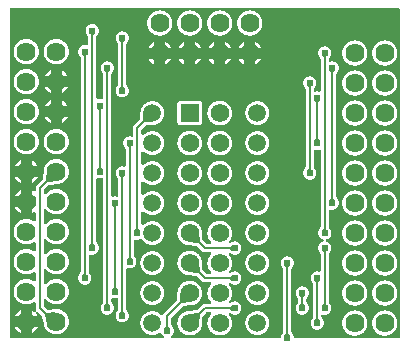
<source format=gbl>
G04 Layer: BottomLayer*
G04 EasyEDA v6.4.0, 2020-08-02T14:52:40+02:00*
G04 aadbe2b07ee54088b09cfdb154852e2a,5bf1b712bda346c5934589caff60f8c7,10*
G04 Gerber Generator version 0.2*
G04 Scale: 100 percent, Rotated: No, Reflected: No *
G04 Dimensions in millimeters *
G04 leading zeros omitted , absolute positions ,3 integer and 3 decimal *
%FSLAX33Y33*%
%MOMM*%
G90*
G71D02*

%ADD11C,0.200000*%
%ADD12C,0.609600*%
%ADD13C,1.500022*%
%ADD14C,1.624000*%
%ADD15C,1.574800*%
%ADD16R,1.574800X1.574800*%

%LPD*%
G36*
G01X13909Y29213D02*
G01X1374Y29213D01*
G01X1360Y29212D01*
G01X1346Y29208D01*
G01X1332Y29203D01*
G01X1319Y29196D01*
G01X1308Y29188D01*
G01X1297Y29177D01*
G01X1289Y29166D01*
G01X1282Y29153D01*
G01X1277Y29139D01*
G01X1274Y29125D01*
G01X1273Y29111D01*
G01X1273Y1374D01*
G01X1274Y1360D01*
G01X1277Y1346D01*
G01X1282Y1332D01*
G01X1289Y1319D01*
G01X1297Y1308D01*
G01X1308Y1297D01*
G01X1319Y1289D01*
G01X1332Y1282D01*
G01X1346Y1277D01*
G01X1360Y1274D01*
G01X1374Y1273D01*
G01X14214Y1273D01*
G01X14229Y1274D01*
G01X14242Y1277D01*
G01X14256Y1282D01*
G01X14269Y1289D01*
G01X14280Y1297D01*
G01X14291Y1308D01*
G01X14299Y1319D01*
G01X14306Y1332D01*
G01X14311Y1346D01*
G01X14314Y1360D01*
G01X14316Y1374D01*
G01X14314Y1390D01*
G01X14310Y1405D01*
G01X14305Y1420D01*
G01X14296Y1434D01*
G01X14286Y1446D01*
G01X14274Y1456D01*
G01X14245Y1479D01*
G01X14217Y1505D01*
G01X14191Y1532D01*
G01X14166Y1561D01*
G01X14144Y1591D01*
G01X14123Y1623D01*
G01X14106Y1656D01*
G01X14090Y1691D01*
G01X14083Y1704D01*
G01X14075Y1716D01*
G01X14064Y1727D01*
G01X14052Y1736D01*
G01X14040Y1743D01*
G01X14025Y1749D01*
G01X14011Y1752D01*
G01X13996Y1753D01*
G01X13980Y1752D01*
G01X13964Y1748D01*
G01X13950Y1741D01*
G01X13936Y1733D01*
G01X13898Y1707D01*
G01X13860Y1682D01*
G01X13820Y1659D01*
G01X13780Y1638D01*
G01X13738Y1619D01*
G01X13696Y1602D01*
G01X13653Y1586D01*
G01X13609Y1573D01*
G01X13564Y1562D01*
G01X13519Y1552D01*
G01X13474Y1545D01*
G01X13429Y1540D01*
G01X13383Y1537D01*
G01X13338Y1536D01*
G01X13291Y1537D01*
G01X13245Y1540D01*
G01X13198Y1546D01*
G01X13153Y1553D01*
G01X13107Y1563D01*
G01X13062Y1574D01*
G01X13018Y1588D01*
G01X12974Y1604D01*
G01X12931Y1622D01*
G01X12889Y1641D01*
G01X12848Y1663D01*
G01X12808Y1687D01*
G01X12769Y1712D01*
G01X12731Y1739D01*
G01X12694Y1768D01*
G01X12659Y1799D01*
G01X12626Y1831D01*
G01X12594Y1864D01*
G01X12563Y1899D01*
G01X12534Y1936D01*
G01X12507Y1974D01*
G01X12482Y2013D01*
G01X12458Y2053D01*
G01X12436Y2094D01*
G01X12417Y2136D01*
G01X12399Y2179D01*
G01X12383Y2222D01*
G01X12369Y2267D01*
G01X12358Y2312D01*
G01X12348Y2358D01*
G01X12341Y2403D01*
G01X12335Y2450D01*
G01X12332Y2496D01*
G01X12331Y2543D01*
G01X12332Y2589D01*
G01X12335Y2635D01*
G01X12341Y2682D01*
G01X12348Y2727D01*
G01X12358Y2773D01*
G01X12369Y2818D01*
G01X12383Y2863D01*
G01X12399Y2906D01*
G01X12417Y2949D01*
G01X12436Y2991D01*
G01X12458Y3032D01*
G01X12482Y3072D01*
G01X12507Y3111D01*
G01X12534Y3149D01*
G01X12563Y3186D01*
G01X12594Y3221D01*
G01X12626Y3254D01*
G01X12659Y3286D01*
G01X12694Y3317D01*
G01X12731Y3346D01*
G01X12769Y3373D01*
G01X12808Y3399D01*
G01X12848Y3422D01*
G01X12889Y3444D01*
G01X12931Y3464D01*
G01X12974Y3481D01*
G01X13018Y3497D01*
G01X13062Y3511D01*
G01X13107Y3522D01*
G01X13153Y3532D01*
G01X13198Y3539D01*
G01X13245Y3545D01*
G01X13291Y3548D01*
G01X13338Y3549D01*
G01X13384Y3548D01*
G01X13431Y3545D01*
G01X13478Y3539D01*
G01X13524Y3532D01*
G01X13570Y3522D01*
G01X13615Y3510D01*
G01X13660Y3496D01*
G01X13704Y3480D01*
G01X13748Y3462D01*
G01X13790Y3442D01*
G01X13831Y3420D01*
G01X13872Y3396D01*
G01X13911Y3370D01*
G01X13949Y3343D01*
G01X13985Y3313D01*
G01X14020Y3282D01*
G01X14054Y3250D01*
G01X14086Y3215D01*
G01X14099Y3203D01*
G01X14113Y3194D01*
G01X14129Y3187D01*
G01X14145Y3183D01*
G01X14162Y3182D01*
G01X14177Y3183D01*
G01X14192Y3186D01*
G01X14206Y3192D01*
G01X14219Y3199D01*
G01X14231Y3209D01*
G01X14241Y3220D01*
G01X14249Y3232D01*
G01X14256Y3246D01*
G01X14261Y3260D01*
G01X14268Y3287D01*
G01X14278Y3313D01*
G01X14290Y3339D01*
G01X14303Y3363D01*
G01X14319Y3387D01*
G01X14336Y3409D01*
G01X14356Y3430D01*
G01X15406Y4480D01*
G01X15416Y4491D01*
G01X15430Y4517D01*
G01X15434Y4531D01*
G01X15436Y4546D01*
G01X15470Y5139D01*
G01X15471Y5147D01*
G01X15471Y5149D01*
G01X15475Y5195D01*
G01X15481Y5241D01*
G01X15489Y5286D01*
G01X15499Y5331D01*
G01X15511Y5376D01*
G01X15525Y5420D01*
G01X15541Y5464D01*
G01X15559Y5507D01*
G01X15578Y5548D01*
G01X15600Y5590D01*
G01X15623Y5629D01*
G01X15648Y5668D01*
G01X15675Y5706D01*
G01X15704Y5742D01*
G01X15734Y5777D01*
G01X15765Y5812D01*
G01X15798Y5844D01*
G01X15833Y5875D01*
G01X15868Y5904D01*
G01X15906Y5932D01*
G01X15944Y5958D01*
G01X15983Y5982D01*
G01X16023Y6005D01*
G01X16107Y6045D01*
G01X16150Y6061D01*
G01X16194Y6077D01*
G01X16238Y6090D01*
G01X16283Y6101D01*
G01X16329Y6110D01*
G01X16374Y6117D01*
G01X16420Y6122D01*
G01X16466Y6125D01*
G01X16513Y6126D01*
G01X16559Y6125D01*
G01X16606Y6122D01*
G01X16653Y6117D01*
G01X16699Y6110D01*
G01X16745Y6100D01*
G01X16790Y6089D01*
G01X16835Y6075D01*
G01X16879Y6060D01*
G01X16923Y6043D01*
G01X16966Y6023D01*
G01X17007Y6002D01*
G01X17048Y5979D01*
G01X17088Y5954D01*
G01X17126Y5927D01*
G01X17163Y5899D01*
G01X17199Y5869D01*
G01X17234Y5837D01*
G01X17267Y5804D01*
G01X17299Y5769D01*
G01X17329Y5733D01*
G01X17357Y5696D01*
G01X17384Y5658D01*
G01X17409Y5618D01*
G01X17432Y5577D01*
G01X17453Y5536D01*
G01X17473Y5493D01*
G01X17490Y5449D01*
G01X17505Y5405D01*
G01X17519Y5360D01*
G01X17530Y5315D01*
G01X17540Y5269D01*
G01X17547Y5223D01*
G01X17552Y5176D01*
G01X17556Y5129D01*
G01X17557Y5083D01*
G01X17556Y5036D01*
G01X17552Y4990D01*
G01X17547Y4944D01*
G01X17540Y4899D01*
G01X17531Y4853D01*
G01X17520Y4808D01*
G01X17507Y4764D01*
G01X17492Y4720D01*
G01X17475Y4677D01*
G01X17435Y4593D01*
G01X17412Y4553D01*
G01X17388Y4514D01*
G01X17362Y4475D01*
G01X17334Y4438D01*
G01X17305Y4403D01*
G01X17274Y4368D01*
G01X17242Y4335D01*
G01X17208Y4304D01*
G01X17172Y4274D01*
G01X17136Y4245D01*
G01X17098Y4218D01*
G01X17059Y4193D01*
G01X17020Y4170D01*
G01X16978Y4148D01*
G01X16937Y4129D01*
G01X16894Y4111D01*
G01X16850Y4095D01*
G01X16806Y4081D01*
G01X16762Y4069D01*
G01X16716Y4059D01*
G01X16671Y4051D01*
G01X16625Y4045D01*
G01X16579Y4041D01*
G01X16577Y4041D01*
G01X16569Y4040D01*
G01X15976Y4006D01*
G01X15961Y4004D01*
G01X15947Y3999D01*
G01X15934Y3993D01*
G01X15921Y3986D01*
G01X15910Y3976D01*
G01X14994Y3060D01*
G01X14984Y3047D01*
G01X14975Y3034D01*
G01X14969Y3019D01*
G01X14965Y3004D01*
G01X14964Y2988D01*
G01X14964Y2422D01*
G01X14966Y2404D01*
G01X14971Y2386D01*
G01X14979Y2370D01*
G01X15042Y2264D01*
G01X15050Y2253D01*
G01X15069Y2227D01*
G01X15088Y2198D01*
G01X15104Y2169D01*
G01X15120Y2138D01*
G01X15132Y2107D01*
G01X15144Y2075D01*
G01X15153Y2042D01*
G01X15160Y2009D01*
G01X15165Y1975D01*
G01X15168Y1942D01*
G01X15169Y1908D01*
G01X15168Y1872D01*
G01X15164Y1838D01*
G01X15159Y1803D01*
G01X15152Y1769D01*
G01X15142Y1735D01*
G01X15130Y1702D01*
G01X15116Y1670D01*
G01X15100Y1639D01*
G01X15083Y1609D01*
G01X15063Y1580D01*
G01X15042Y1552D01*
G01X15019Y1526D01*
G01X14995Y1501D01*
G01X14968Y1478D01*
G01X14941Y1456D01*
G01X14929Y1446D01*
G01X14919Y1434D01*
G01X14910Y1420D01*
G01X14905Y1405D01*
G01X14901Y1390D01*
G01X14900Y1374D01*
G01X14901Y1360D01*
G01X14904Y1346D01*
G01X14909Y1332D01*
G01X14916Y1319D01*
G01X14925Y1308D01*
G01X14935Y1297D01*
G01X14946Y1289D01*
G01X14959Y1282D01*
G01X14973Y1277D01*
G01X14987Y1274D01*
G01X15001Y1273D01*
G01X24112Y1273D01*
G01X24127Y1274D01*
G01X24141Y1277D01*
G01X24154Y1282D01*
G01X24167Y1288D01*
G01X24179Y1297D01*
G01X24189Y1307D01*
G01X24198Y1319D01*
G01X24205Y1331D01*
G01X24210Y1345D01*
G01X24213Y1358D01*
G01X24219Y1394D01*
G01X24229Y1428D01*
G01X24239Y1463D01*
G01X24252Y1496D01*
G01X24268Y1528D01*
G01X24285Y1560D01*
G01X24304Y1590D01*
G01X24326Y1618D01*
G01X24333Y1629D01*
G01X24396Y1735D01*
G01X24404Y1751D01*
G01X24409Y1769D01*
G01X24411Y1787D01*
G01X24411Y7108D01*
G01X24409Y7126D01*
G01X24404Y7144D01*
G01X24396Y7160D01*
G01X24333Y7266D01*
G01X24326Y7277D01*
G01X24306Y7304D01*
G01X24287Y7332D01*
G01X24271Y7361D01*
G01X24256Y7392D01*
G01X24243Y7423D01*
G01X24232Y7455D01*
G01X24223Y7488D01*
G01X24215Y7521D01*
G01X24210Y7555D01*
G01X24207Y7588D01*
G01X24206Y7623D01*
G01X24207Y7657D01*
G01X24210Y7690D01*
G01X24215Y7724D01*
G01X24223Y7757D01*
G01X24232Y7790D01*
G01X24243Y7822D01*
G01X24256Y7853D01*
G01X24271Y7884D01*
G01X24287Y7913D01*
G01X24306Y7942D01*
G01X24326Y7968D01*
G01X24347Y7995D01*
G01X24395Y8043D01*
G01X24422Y8064D01*
G01X24449Y8084D01*
G01X24477Y8103D01*
G01X24506Y8119D01*
G01X24537Y8135D01*
G01X24568Y8147D01*
G01X24600Y8158D01*
G01X24633Y8168D01*
G01X24667Y8175D01*
G01X24700Y8180D01*
G01X24734Y8183D01*
G01X24768Y8184D01*
G01X24802Y8183D01*
G01X24835Y8180D01*
G01X24869Y8175D01*
G01X24902Y8168D01*
G01X24935Y8158D01*
G01X24967Y8147D01*
G01X24998Y8135D01*
G01X25029Y8119D01*
G01X25058Y8103D01*
G01X25087Y8084D01*
G01X25114Y8064D01*
G01X25140Y8043D01*
G01X25188Y7995D01*
G01X25210Y7968D01*
G01X25229Y7942D01*
G01X25248Y7913D01*
G01X25264Y7884D01*
G01X25280Y7853D01*
G01X25292Y7822D01*
G01X25304Y7790D01*
G01X25313Y7757D01*
G01X25320Y7724D01*
G01X25325Y7690D01*
G01X25328Y7657D01*
G01X25329Y7623D01*
G01X25328Y7588D01*
G01X25325Y7555D01*
G01X25320Y7521D01*
G01X25313Y7488D01*
G01X25304Y7455D01*
G01X25292Y7423D01*
G01X25280Y7392D01*
G01X25264Y7361D01*
G01X25248Y7332D01*
G01X25229Y7304D01*
G01X25210Y7277D01*
G01X25202Y7266D01*
G01X25139Y7160D01*
G01X25131Y7144D01*
G01X25126Y7126D01*
G01X25124Y7108D01*
G01X25124Y1787D01*
G01X25126Y1769D01*
G01X25131Y1751D01*
G01X25139Y1735D01*
G01X25202Y1629D01*
G01X25210Y1618D01*
G01X25231Y1590D01*
G01X25250Y1560D01*
G01X25267Y1528D01*
G01X25283Y1496D01*
G01X25296Y1463D01*
G01X25307Y1428D01*
G01X25316Y1394D01*
G01X25322Y1358D01*
G01X25325Y1345D01*
G01X25330Y1331D01*
G01X25346Y1307D01*
G01X25356Y1297D01*
G01X25368Y1288D01*
G01X25381Y1282D01*
G01X25394Y1277D01*
G01X25408Y1274D01*
G01X25423Y1273D01*
G01X30419Y1273D01*
G01X30436Y1274D01*
G01X30453Y1278D01*
G01X30468Y1285D01*
G01X30483Y1295D01*
G01X30497Y1285D01*
G01X30513Y1278D01*
G01X30529Y1274D01*
G01X30547Y1273D01*
G01X32959Y1273D01*
G01X32976Y1274D01*
G01X32993Y1278D01*
G01X33008Y1285D01*
G01X33023Y1295D01*
G01X33037Y1285D01*
G01X33053Y1278D01*
G01X33069Y1274D01*
G01X33087Y1273D01*
G01X34191Y1273D01*
G01X34205Y1274D01*
G01X34219Y1277D01*
G01X34233Y1282D01*
G01X34246Y1289D01*
G01X34258Y1297D01*
G01X34268Y1308D01*
G01X34276Y1319D01*
G01X34283Y1332D01*
G01X34289Y1346D01*
G01X34292Y1360D01*
G01X34293Y1374D01*
G01X34293Y2479D01*
G01X34291Y2496D01*
G01X34287Y2513D01*
G01X34280Y2528D01*
G01X34270Y2543D01*
G01X34280Y2557D01*
G01X34287Y2573D01*
G01X34291Y2589D01*
G01X34293Y2607D01*
G01X34293Y5019D01*
G01X34291Y5036D01*
G01X34287Y5053D01*
G01X34280Y5068D01*
G01X34270Y5083D01*
G01X34280Y5097D01*
G01X34287Y5113D01*
G01X34291Y5129D01*
G01X34293Y5147D01*
G01X34293Y7559D01*
G01X34291Y7576D01*
G01X34287Y7593D01*
G01X34280Y7608D01*
G01X34270Y7623D01*
G01X34280Y7637D01*
G01X34287Y7653D01*
G01X34291Y7669D01*
G01X34293Y7687D01*
G01X34293Y10099D01*
G01X34291Y10116D01*
G01X34287Y10133D01*
G01X34280Y10148D01*
G01X34270Y10163D01*
G01X34280Y10177D01*
G01X34287Y10193D01*
G01X34291Y10209D01*
G01X34293Y10227D01*
G01X34293Y12639D01*
G01X34291Y12656D01*
G01X34287Y12673D01*
G01X34280Y12688D01*
G01X34270Y12703D01*
G01X34280Y12717D01*
G01X34287Y12733D01*
G01X34291Y12749D01*
G01X34293Y12767D01*
G01X34293Y15179D01*
G01X34291Y15196D01*
G01X34287Y15213D01*
G01X34280Y15228D01*
G01X34270Y15243D01*
G01X34280Y15257D01*
G01X34287Y15273D01*
G01X34291Y15289D01*
G01X34293Y15307D01*
G01X34293Y17719D01*
G01X34291Y17736D01*
G01X34287Y17753D01*
G01X34280Y17768D01*
G01X34270Y17783D01*
G01X34280Y17797D01*
G01X34287Y17813D01*
G01X34291Y17829D01*
G01X34293Y17847D01*
G01X34293Y20259D01*
G01X34291Y20276D01*
G01X34287Y20293D01*
G01X34280Y20308D01*
G01X34270Y20323D01*
G01X34280Y20337D01*
G01X34287Y20353D01*
G01X34291Y20369D01*
G01X34293Y20387D01*
G01X34293Y22799D01*
G01X34291Y22816D01*
G01X34287Y22833D01*
G01X34280Y22848D01*
G01X34270Y22863D01*
G01X34280Y22877D01*
G01X34287Y22893D01*
G01X34291Y22909D01*
G01X34293Y22927D01*
G01X34293Y25339D01*
G01X34291Y25356D01*
G01X34287Y25373D01*
G01X34280Y25388D01*
G01X34270Y25403D01*
G01X34280Y25417D01*
G01X34287Y25433D01*
G01X34291Y25449D01*
G01X34293Y25467D01*
G01X34293Y29111D01*
G01X34292Y29125D01*
G01X34289Y29139D01*
G01X34283Y29153D01*
G01X34276Y29166D01*
G01X34268Y29177D01*
G01X34258Y29188D01*
G01X34246Y29196D01*
G01X34233Y29203D01*
G01X34219Y29208D01*
G01X34205Y29212D01*
G01X34191Y29213D01*
G01X21657Y29213D01*
G01X21639Y29211D01*
G01X21623Y29207D01*
G01X21607Y29200D01*
G01X21593Y29190D01*
G01X21578Y29200D01*
G01X21563Y29207D01*
G01X21546Y29211D01*
G01X21529Y29213D01*
G01X19117Y29213D01*
G01X19099Y29211D01*
G01X19083Y29207D01*
G01X19067Y29200D01*
G01X19053Y29190D01*
G01X19038Y29200D01*
G01X19023Y29207D01*
G01X19006Y29211D01*
G01X18989Y29213D01*
G01X16577Y29213D01*
G01X16559Y29211D01*
G01X16543Y29207D01*
G01X16527Y29200D01*
G01X16513Y29190D01*
G01X16498Y29200D01*
G01X16483Y29207D01*
G01X16466Y29211D01*
G01X16449Y29213D01*
G01X14037Y29213D01*
G01X14019Y29211D01*
G01X14003Y29207D01*
G01X13987Y29200D01*
G01X13973Y29190D01*
G01X13958Y29200D01*
G01X13943Y29207D01*
G01X13926Y29211D01*
G01X13909Y29213D01*
G37*

%LPC*%
G36*
G01X30529Y3610D02*
G01X30483Y3611D01*
G01X30436Y3610D01*
G01X30390Y3607D01*
G01X30343Y3602D01*
G01X30297Y3595D01*
G01X30251Y3586D01*
G01X30206Y3575D01*
G01X30161Y3562D01*
G01X30117Y3547D01*
G01X30074Y3530D01*
G01X30031Y3511D01*
G01X29989Y3490D01*
G01X29948Y3468D01*
G01X29909Y3444D01*
G01X29870Y3418D01*
G01X29832Y3390D01*
G01X29796Y3361D01*
G01X29761Y3330D01*
G01X29727Y3298D01*
G01X29695Y3264D01*
G01X29664Y3229D01*
G01X29635Y3193D01*
G01X29607Y3155D01*
G01X29581Y3117D01*
G01X29557Y3077D01*
G01X29535Y3036D01*
G01X29514Y2994D01*
G01X29478Y2908D01*
G01X29464Y2864D01*
G01X29450Y2819D01*
G01X29439Y2774D01*
G01X29423Y2682D01*
G01X29418Y2635D01*
G01X29415Y2589D01*
G01X29414Y2543D01*
G01X29415Y2495D01*
G01X29418Y2448D01*
G01X29423Y2400D01*
G01X29431Y2353D01*
G01X29441Y2306D01*
G01X29452Y2260D01*
G01X29466Y2214D01*
G01X29481Y2169D01*
G01X29499Y2125D01*
G01X29518Y2082D01*
G01X29540Y2039D01*
G01X29564Y1997D01*
G01X29589Y1957D01*
G01X29615Y1918D01*
G01X29644Y1880D01*
G01X29675Y1843D01*
G01X29707Y1808D01*
G01X29740Y1774D01*
G01X29775Y1741D01*
G01X29812Y1711D01*
G01X29850Y1682D01*
G01X29888Y1655D01*
G01X29928Y1629D01*
G01X29970Y1605D01*
G01X30012Y1583D01*
G01X30055Y1563D01*
G01X30100Y1545D01*
G01X30144Y1529D01*
G01X30190Y1515D01*
G01X30236Y1503D01*
G01X30282Y1493D01*
G01X30330Y1485D01*
G01X30377Y1479D01*
G01X30424Y1476D01*
G01X30440Y1474D01*
G01X30455Y1469D01*
G01X30469Y1462D01*
G01X30483Y1453D01*
G01X30496Y1462D01*
G01X30510Y1469D01*
G01X30525Y1474D01*
G01X30541Y1476D01*
G01X30588Y1479D01*
G01X30636Y1485D01*
G01X30683Y1493D01*
G01X30729Y1503D01*
G01X30775Y1515D01*
G01X30821Y1529D01*
G01X30866Y1545D01*
G01X30910Y1563D01*
G01X30953Y1583D01*
G01X30995Y1605D01*
G01X31037Y1629D01*
G01X31077Y1655D01*
G01X31116Y1682D01*
G01X31154Y1711D01*
G01X31190Y1741D01*
G01X31225Y1774D01*
G01X31258Y1808D01*
G01X31290Y1843D01*
G01X31321Y1880D01*
G01X31350Y1918D01*
G01X31377Y1957D01*
G01X31402Y1997D01*
G01X31425Y2039D01*
G01X31447Y2082D01*
G01X31466Y2125D01*
G01X31484Y2169D01*
G01X31500Y2214D01*
G01X31513Y2260D01*
G01X31525Y2306D01*
G01X31534Y2353D01*
G01X31542Y2400D01*
G01X31547Y2448D01*
G01X31550Y2495D01*
G01X31551Y2543D01*
G01X31550Y2589D01*
G01X31547Y2635D01*
G01X31542Y2682D01*
G01X31535Y2728D01*
G01X31526Y2774D01*
G01X31515Y2819D01*
G01X31502Y2864D01*
G01X31487Y2908D01*
G01X31470Y2951D01*
G01X31451Y2994D01*
G01X31431Y3036D01*
G01X31408Y3077D01*
G01X31384Y3117D01*
G01X31358Y3155D01*
G01X31330Y3193D01*
G01X31301Y3229D01*
G01X31271Y3264D01*
G01X31238Y3298D01*
G01X31204Y3330D01*
G01X31169Y3361D01*
G01X31133Y3390D01*
G01X31095Y3418D01*
G01X31057Y3444D01*
G01X31017Y3468D01*
G01X30976Y3490D01*
G01X30934Y3511D01*
G01X30892Y3530D01*
G01X30848Y3547D01*
G01X30804Y3562D01*
G01X30759Y3575D01*
G01X30714Y3586D01*
G01X30668Y3595D01*
G01X30622Y3602D01*
G01X30576Y3607D01*
G01X30529Y3610D01*
G37*
G36*
G01X33070Y3610D02*
G01X33023Y3611D01*
G01X32976Y3610D01*
G01X32930Y3607D01*
G01X32883Y3602D01*
G01X32837Y3595D01*
G01X32791Y3586D01*
G01X32746Y3575D01*
G01X32701Y3562D01*
G01X32657Y3547D01*
G01X32614Y3530D01*
G01X32571Y3511D01*
G01X32529Y3490D01*
G01X32488Y3468D01*
G01X32449Y3444D01*
G01X32410Y3418D01*
G01X32372Y3390D01*
G01X32336Y3361D01*
G01X32301Y3330D01*
G01X32267Y3298D01*
G01X32235Y3264D01*
G01X32204Y3229D01*
G01X32175Y3193D01*
G01X32147Y3155D01*
G01X32121Y3117D01*
G01X32097Y3077D01*
G01X32075Y3036D01*
G01X32054Y2994D01*
G01X32018Y2908D01*
G01X32004Y2864D01*
G01X31990Y2819D01*
G01X31979Y2774D01*
G01X31963Y2682D01*
G01X31958Y2635D01*
G01X31955Y2589D01*
G01X31954Y2543D01*
G01X31955Y2495D01*
G01X31958Y2448D01*
G01X31963Y2400D01*
G01X31971Y2353D01*
G01X31981Y2306D01*
G01X31992Y2260D01*
G01X32006Y2214D01*
G01X32021Y2169D01*
G01X32039Y2125D01*
G01X32058Y2082D01*
G01X32080Y2039D01*
G01X32104Y1997D01*
G01X32129Y1957D01*
G01X32155Y1918D01*
G01X32184Y1880D01*
G01X32215Y1843D01*
G01X32247Y1808D01*
G01X32280Y1774D01*
G01X32315Y1741D01*
G01X32352Y1711D01*
G01X32390Y1682D01*
G01X32428Y1655D01*
G01X32468Y1629D01*
G01X32510Y1605D01*
G01X32552Y1583D01*
G01X32595Y1563D01*
G01X32640Y1545D01*
G01X32684Y1529D01*
G01X32730Y1515D01*
G01X32776Y1503D01*
G01X32822Y1493D01*
G01X32870Y1485D01*
G01X32917Y1479D01*
G01X32964Y1476D01*
G01X32980Y1474D01*
G01X32995Y1469D01*
G01X33009Y1462D01*
G01X33023Y1453D01*
G01X33036Y1462D01*
G01X33050Y1469D01*
G01X33065Y1474D01*
G01X33081Y1476D01*
G01X33128Y1479D01*
G01X33175Y1485D01*
G01X33222Y1492D01*
G01X33314Y1514D01*
G01X33404Y1544D01*
G01X33447Y1562D01*
G01X33490Y1582D01*
G01X33533Y1604D01*
G01X33574Y1627D01*
G01X33613Y1653D01*
G01X33653Y1679D01*
G01X33690Y1708D01*
G01X33726Y1738D01*
G01X33761Y1770D01*
G01X33795Y1804D01*
G01X33827Y1839D01*
G01X33857Y1875D01*
G01X33886Y1913D01*
G01X33913Y1952D01*
G01X33938Y1991D01*
G01X33961Y2033D01*
G01X33983Y2075D01*
G01X34003Y2118D01*
G01X34021Y2162D01*
G01X34037Y2206D01*
G01X34051Y2251D01*
G01X34073Y2343D01*
G01X34080Y2390D01*
G01X34086Y2437D01*
G01X34089Y2484D01*
G01X34091Y2500D01*
G01X34096Y2515D01*
G01X34103Y2529D01*
G01X34112Y2543D01*
G01X34103Y2556D01*
G01X34096Y2570D01*
G01X34091Y2585D01*
G01X34089Y2601D01*
G01X34086Y2648D01*
G01X34080Y2695D01*
G01X34072Y2743D01*
G01X34062Y2789D01*
G01X34050Y2835D01*
G01X34036Y2881D01*
G01X34020Y2926D01*
G01X34002Y2970D01*
G01X33982Y3013D01*
G01X33960Y3055D01*
G01X33936Y3097D01*
G01X33911Y3137D01*
G01X33883Y3176D01*
G01X33854Y3214D01*
G01X33824Y3250D01*
G01X33791Y3285D01*
G01X33757Y3318D01*
G01X33722Y3350D01*
G01X33685Y3381D01*
G01X33647Y3410D01*
G01X33608Y3437D01*
G01X33568Y3462D01*
G01X33526Y3485D01*
G01X33483Y3507D01*
G01X33440Y3526D01*
G01X33396Y3544D01*
G01X33351Y3560D01*
G01X33305Y3573D01*
G01X33259Y3584D01*
G01X33212Y3594D01*
G01X33165Y3602D01*
G01X33118Y3607D01*
G01X33070Y3610D01*
G37*
G36*
G01X16559Y11205D02*
G01X16513Y11206D01*
G01X16466Y11205D01*
G01X16419Y11202D01*
G01X16372Y11197D01*
G01X16326Y11190D01*
G01X16280Y11180D01*
G01X16235Y11169D01*
G01X16190Y11155D01*
G01X16146Y11140D01*
G01X16102Y11123D01*
G01X16059Y11103D01*
G01X16018Y11082D01*
G01X15977Y11059D01*
G01X15938Y11034D01*
G01X15899Y11007D01*
G01X15862Y10979D01*
G01X15826Y10949D01*
G01X15791Y10917D01*
G01X15758Y10884D01*
G01X15726Y10849D01*
G01X15696Y10813D01*
G01X15668Y10776D01*
G01X15641Y10738D01*
G01X15616Y10698D01*
G01X15593Y10657D01*
G01X15572Y10616D01*
G01X15552Y10573D01*
G01X15535Y10529D01*
G01X15520Y10485D01*
G01X15506Y10440D01*
G01X15495Y10395D01*
G01X15485Y10349D01*
G01X15478Y10303D01*
G01X15473Y10256D01*
G01X15470Y10209D01*
G01X15469Y10163D01*
G01X15470Y10116D01*
G01X15473Y10070D01*
G01X15478Y10024D01*
G01X15485Y9979D01*
G01X15494Y9933D01*
G01X15505Y9888D01*
G01X15518Y9844D01*
G01X15534Y9800D01*
G01X15550Y9757D01*
G01X15570Y9715D01*
G01X15591Y9673D01*
G01X15613Y9633D01*
G01X15637Y9594D01*
G01X15663Y9555D01*
G01X15691Y9518D01*
G01X15751Y9448D01*
G01X15784Y9415D01*
G01X15818Y9384D01*
G01X15853Y9354D01*
G01X15889Y9325D01*
G01X15927Y9298D01*
G01X15966Y9273D01*
G01X16006Y9250D01*
G01X16047Y9228D01*
G01X16088Y9209D01*
G01X16131Y9191D01*
G01X16175Y9175D01*
G01X16219Y9161D01*
G01X16264Y9149D01*
G01X16309Y9139D01*
G01X16354Y9131D01*
G01X16400Y9125D01*
G01X16446Y9121D01*
G01X16448Y9121D01*
G01X16456Y9120D01*
G01X17049Y9086D01*
G01X17064Y9084D01*
G01X17078Y9079D01*
G01X17091Y9073D01*
G01X17104Y9066D01*
G01X17115Y9056D01*
G01X17531Y8641D01*
G01X17551Y8621D01*
G01X17573Y8604D01*
G01X17596Y8589D01*
G01X17621Y8575D01*
G01X17646Y8563D01*
G01X17672Y8553D01*
G01X17699Y8546D01*
G01X17727Y8540D01*
G01X17755Y8537D01*
G01X17783Y8536D01*
G01X18244Y8536D01*
G01X18259Y8535D01*
G01X18273Y8532D01*
G01X18287Y8527D01*
G01X18299Y8520D01*
G01X18311Y8511D01*
G01X18321Y8501D01*
G01X18330Y8489D01*
G01X18337Y8476D01*
G01X18342Y8463D01*
G01X18345Y8449D01*
G01X18346Y8434D01*
G01X18345Y8419D01*
G01X18341Y8403D01*
G01X18335Y8388D01*
G01X18327Y8374D01*
G01X18316Y8362D01*
G01X18282Y8328D01*
G01X18251Y8291D01*
G01X18220Y8253D01*
G01X18193Y8214D01*
G01X18166Y8174D01*
G01X18141Y8132D01*
G01X18119Y8089D01*
G01X18098Y8045D01*
G01X18080Y8000D01*
G01X18063Y7955D01*
G01X18049Y7909D01*
G01X18037Y7862D01*
G01X18026Y7815D01*
G01X18019Y7767D01*
G01X18013Y7719D01*
G01X18010Y7671D01*
G01X18009Y7623D01*
G01X18010Y7574D01*
G01X18013Y7526D01*
G01X18019Y7478D01*
G01X18026Y7430D01*
G01X18037Y7383D01*
G01X18049Y7336D01*
G01X18063Y7290D01*
G01X18080Y7245D01*
G01X18098Y7200D01*
G01X18119Y7156D01*
G01X18141Y7113D01*
G01X18166Y7071D01*
G01X18193Y7031D01*
G01X18220Y6992D01*
G01X18251Y6954D01*
G01X18282Y6917D01*
G01X18316Y6883D01*
G01X18327Y6871D01*
G01X18335Y6857D01*
G01X18341Y6842D01*
G01X18345Y6826D01*
G01X18346Y6811D01*
G01X18345Y6796D01*
G01X18342Y6782D01*
G01X18337Y6769D01*
G01X18330Y6756D01*
G01X18321Y6744D01*
G01X18311Y6734D01*
G01X18299Y6725D01*
G01X18287Y6718D01*
G01X18273Y6713D01*
G01X18259Y6710D01*
G01X18244Y6709D01*
G01X17973Y6709D01*
G01X17956Y6710D01*
G01X17941Y6714D01*
G01X17926Y6720D01*
G01X17913Y6728D01*
G01X17900Y6739D01*
G01X17619Y7020D01*
G01X17609Y7031D01*
G01X17602Y7044D01*
G01X17596Y7057D01*
G01X17592Y7071D01*
G01X17590Y7086D01*
G01X17555Y7679D01*
G01X17555Y7689D01*
G01X17550Y7735D01*
G01X17544Y7781D01*
G01X17536Y7826D01*
G01X17527Y7871D01*
G01X17514Y7916D01*
G01X17500Y7960D01*
G01X17484Y8004D01*
G01X17467Y8047D01*
G01X17447Y8088D01*
G01X17425Y8130D01*
G01X17402Y8169D01*
G01X17377Y8208D01*
G01X17350Y8246D01*
G01X17321Y8282D01*
G01X17291Y8317D01*
G01X17260Y8352D01*
G01X17227Y8384D01*
G01X17192Y8415D01*
G01X17157Y8444D01*
G01X17120Y8472D01*
G01X17082Y8498D01*
G01X17042Y8522D01*
G01X17002Y8545D01*
G01X16918Y8585D01*
G01X16875Y8601D01*
G01X16831Y8617D01*
G01X16787Y8630D01*
G01X16742Y8641D01*
G01X16696Y8650D01*
G01X16651Y8657D01*
G01X16605Y8662D01*
G01X16559Y8665D01*
G01X16513Y8666D01*
G01X16466Y8665D01*
G01X16419Y8662D01*
G01X16372Y8657D01*
G01X16326Y8650D01*
G01X16280Y8640D01*
G01X16235Y8629D01*
G01X16190Y8615D01*
G01X16146Y8600D01*
G01X16102Y8583D01*
G01X16059Y8563D01*
G01X16018Y8542D01*
G01X15977Y8519D01*
G01X15938Y8494D01*
G01X15899Y8467D01*
G01X15862Y8439D01*
G01X15826Y8409D01*
G01X15791Y8377D01*
G01X15758Y8344D01*
G01X15726Y8309D01*
G01X15696Y8273D01*
G01X15668Y8236D01*
G01X15641Y8198D01*
G01X15616Y8158D01*
G01X15593Y8117D01*
G01X15572Y8076D01*
G01X15552Y8033D01*
G01X15535Y7989D01*
G01X15520Y7945D01*
G01X15506Y7900D01*
G01X15495Y7855D01*
G01X15485Y7809D01*
G01X15478Y7763D01*
G01X15473Y7716D01*
G01X15470Y7669D01*
G01X15469Y7623D01*
G01X15470Y7576D01*
G01X15473Y7530D01*
G01X15478Y7484D01*
G01X15485Y7439D01*
G01X15494Y7393D01*
G01X15505Y7348D01*
G01X15518Y7304D01*
G01X15534Y7260D01*
G01X15550Y7217D01*
G01X15570Y7175D01*
G01X15591Y7133D01*
G01X15613Y7093D01*
G01X15637Y7054D01*
G01X15663Y7015D01*
G01X15691Y6978D01*
G01X15751Y6908D01*
G01X15784Y6875D01*
G01X15818Y6844D01*
G01X15853Y6814D01*
G01X15889Y6785D01*
G01X15927Y6758D01*
G01X15966Y6733D01*
G01X16006Y6710D01*
G01X16047Y6688D01*
G01X16088Y6669D01*
G01X16131Y6651D01*
G01X16175Y6635D01*
G01X16219Y6621D01*
G01X16264Y6609D01*
G01X16309Y6599D01*
G01X16354Y6591D01*
G01X16400Y6585D01*
G01X16446Y6581D01*
G01X16448Y6581D01*
G01X16456Y6580D01*
G01X17049Y6546D01*
G01X17064Y6544D01*
G01X17078Y6539D01*
G01X17091Y6533D01*
G01X17104Y6526D01*
G01X17115Y6516D01*
G01X17531Y6101D01*
G01X17551Y6081D01*
G01X17573Y6064D01*
G01X17596Y6049D01*
G01X17621Y6035D01*
G01X17646Y6023D01*
G01X17672Y6013D01*
G01X17699Y6006D01*
G01X17727Y6000D01*
G01X17755Y5997D01*
G01X17783Y5996D01*
G01X18244Y5996D01*
G01X18259Y5995D01*
G01X18273Y5992D01*
G01X18287Y5987D01*
G01X18299Y5980D01*
G01X18311Y5971D01*
G01X18321Y5961D01*
G01X18330Y5949D01*
G01X18337Y5936D01*
G01X18342Y5923D01*
G01X18345Y5909D01*
G01X18346Y5894D01*
G01X18345Y5879D01*
G01X18341Y5863D01*
G01X18335Y5848D01*
G01X18327Y5834D01*
G01X18316Y5822D01*
G01X18282Y5788D01*
G01X18251Y5751D01*
G01X18220Y5713D01*
G01X18193Y5674D01*
G01X18166Y5634D01*
G01X18141Y5592D01*
G01X18119Y5549D01*
G01X18098Y5505D01*
G01X18080Y5460D01*
G01X18063Y5415D01*
G01X18049Y5369D01*
G01X18037Y5322D01*
G01X18026Y5275D01*
G01X18019Y5227D01*
G01X18013Y5179D01*
G01X18010Y5131D01*
G01X18009Y5083D01*
G01X18010Y5034D01*
G01X18013Y4986D01*
G01X18019Y4938D01*
G01X18026Y4890D01*
G01X18037Y4843D01*
G01X18049Y4796D01*
G01X18063Y4750D01*
G01X18080Y4705D01*
G01X18098Y4660D01*
G01X18119Y4616D01*
G01X18141Y4573D01*
G01X18166Y4531D01*
G01X18193Y4491D01*
G01X18220Y4452D01*
G01X18251Y4414D01*
G01X18282Y4377D01*
G01X18316Y4343D01*
G01X18327Y4331D01*
G01X18335Y4317D01*
G01X18341Y4302D01*
G01X18345Y4286D01*
G01X18346Y4271D01*
G01X18345Y4256D01*
G01X18342Y4242D01*
G01X18337Y4229D01*
G01X18330Y4216D01*
G01X18321Y4204D01*
G01X18311Y4194D01*
G01X18299Y4185D01*
G01X18287Y4178D01*
G01X18273Y4173D01*
G01X18259Y4170D01*
G01X18244Y4169D01*
G01X17783Y4169D01*
G01X17755Y4168D01*
G01X17727Y4165D01*
G01X17699Y4159D01*
G01X17672Y4152D01*
G01X17646Y4142D01*
G01X17621Y4130D01*
G01X17596Y4116D01*
G01X17573Y4101D01*
G01X17551Y4084D01*
G01X17531Y4065D01*
G01X17115Y3649D01*
G01X17104Y3639D01*
G01X17091Y3632D01*
G01X17078Y3626D01*
G01X17064Y3622D01*
G01X17049Y3619D01*
G01X16456Y3585D01*
G01X16448Y3584D01*
G01X16446Y3584D01*
G01X16400Y3580D01*
G01X16354Y3574D01*
G01X16309Y3566D01*
G01X16264Y3557D01*
G01X16219Y3544D01*
G01X16175Y3530D01*
G01X16131Y3514D01*
G01X16088Y3497D01*
G01X16047Y3477D01*
G01X16006Y3455D01*
G01X15966Y3432D01*
G01X15927Y3407D01*
G01X15889Y3380D01*
G01X15853Y3351D01*
G01X15818Y3321D01*
G01X15784Y3290D01*
G01X15751Y3257D01*
G01X15691Y3187D01*
G01X15663Y3150D01*
G01X15637Y3111D01*
G01X15613Y3072D01*
G01X15591Y3032D01*
G01X15570Y2990D01*
G01X15550Y2948D01*
G01X15534Y2905D01*
G01X15518Y2861D01*
G01X15505Y2817D01*
G01X15494Y2772D01*
G01X15485Y2726D01*
G01X15478Y2681D01*
G01X15473Y2635D01*
G01X15470Y2589D01*
G01X15469Y2543D01*
G01X15470Y2496D01*
G01X15473Y2449D01*
G01X15478Y2402D01*
G01X15485Y2356D01*
G01X15495Y2310D01*
G01X15506Y2265D01*
G01X15520Y2220D01*
G01X15535Y2176D01*
G01X15552Y2132D01*
G01X15572Y2089D01*
G01X15593Y2048D01*
G01X15616Y2007D01*
G01X15641Y1967D01*
G01X15668Y1929D01*
G01X15696Y1892D01*
G01X15726Y1856D01*
G01X15758Y1821D01*
G01X15791Y1788D01*
G01X15826Y1756D01*
G01X15862Y1726D01*
G01X15899Y1698D01*
G01X15938Y1671D01*
G01X15977Y1646D01*
G01X16018Y1623D01*
G01X16059Y1602D01*
G01X16102Y1582D01*
G01X16146Y1565D01*
G01X16190Y1550D01*
G01X16235Y1536D01*
G01X16280Y1525D01*
G01X16326Y1515D01*
G01X16372Y1508D01*
G01X16419Y1503D01*
G01X16466Y1500D01*
G01X16513Y1499D01*
G01X16559Y1500D01*
G01X16605Y1503D01*
G01X16651Y1508D01*
G01X16696Y1515D01*
G01X16742Y1524D01*
G01X16787Y1535D01*
G01X16831Y1548D01*
G01X16875Y1564D01*
G01X16918Y1580D01*
G01X16960Y1600D01*
G01X17002Y1621D01*
G01X17042Y1643D01*
G01X17082Y1667D01*
G01X17120Y1693D01*
G01X17157Y1721D01*
G01X17227Y1781D01*
G01X17260Y1814D01*
G01X17291Y1848D01*
G01X17321Y1883D01*
G01X17350Y1919D01*
G01X17377Y1957D01*
G01X17402Y1996D01*
G01X17425Y2036D01*
G01X17447Y2077D01*
G01X17467Y2118D01*
G01X17484Y2161D01*
G01X17500Y2205D01*
G01X17514Y2249D01*
G01X17527Y2294D01*
G01X17536Y2339D01*
G01X17544Y2384D01*
G01X17550Y2430D01*
G01X17555Y2476D01*
G01X17555Y2486D01*
G01X17590Y3079D01*
G01X17592Y3094D01*
G01X17596Y3108D01*
G01X17602Y3121D01*
G01X17609Y3134D01*
G01X17619Y3145D01*
G01X17900Y3426D01*
G01X17913Y3437D01*
G01X17926Y3445D01*
G01X17941Y3451D01*
G01X17956Y3455D01*
G01X17973Y3456D01*
G01X18244Y3456D01*
G01X18259Y3455D01*
G01X18273Y3452D01*
G01X18287Y3447D01*
G01X18299Y3440D01*
G01X18311Y3431D01*
G01X18321Y3421D01*
G01X18330Y3409D01*
G01X18337Y3396D01*
G01X18342Y3383D01*
G01X18345Y3369D01*
G01X18346Y3354D01*
G01X18345Y3339D01*
G01X18341Y3323D01*
G01X18335Y3308D01*
G01X18327Y3294D01*
G01X18316Y3282D01*
G01X18282Y3248D01*
G01X18251Y3211D01*
G01X18220Y3173D01*
G01X18193Y3134D01*
G01X18166Y3094D01*
G01X18141Y3052D01*
G01X18119Y3009D01*
G01X18098Y2965D01*
G01X18080Y2920D01*
G01X18063Y2875D01*
G01X18049Y2829D01*
G01X18037Y2782D01*
G01X18026Y2735D01*
G01X18019Y2687D01*
G01X18013Y2639D01*
G01X18010Y2591D01*
G01X18009Y2543D01*
G01X18010Y2496D01*
G01X18013Y2449D01*
G01X18018Y2402D01*
G01X18025Y2356D01*
G01X18035Y2310D01*
G01X18046Y2265D01*
G01X18060Y2220D01*
G01X18075Y2176D01*
G01X18092Y2132D01*
G01X18112Y2089D01*
G01X18133Y2048D01*
G01X18156Y2007D01*
G01X18181Y1967D01*
G01X18208Y1929D01*
G01X18236Y1892D01*
G01X18266Y1856D01*
G01X18298Y1821D01*
G01X18331Y1788D01*
G01X18366Y1756D01*
G01X18402Y1726D01*
G01X18439Y1698D01*
G01X18478Y1671D01*
G01X18517Y1646D01*
G01X18558Y1623D01*
G01X18599Y1602D01*
G01X18642Y1582D01*
G01X18686Y1565D01*
G01X18730Y1550D01*
G01X18775Y1536D01*
G01X18820Y1525D01*
G01X18866Y1515D01*
G01X18912Y1508D01*
G01X18959Y1503D01*
G01X19006Y1500D01*
G01X19053Y1499D01*
G01X19099Y1500D01*
G01X19146Y1503D01*
G01X19193Y1508D01*
G01X19239Y1515D01*
G01X19285Y1525D01*
G01X19330Y1536D01*
G01X19375Y1550D01*
G01X19419Y1565D01*
G01X19463Y1582D01*
G01X19506Y1602D01*
G01X19547Y1623D01*
G01X19588Y1646D01*
G01X19628Y1671D01*
G01X19666Y1698D01*
G01X19703Y1726D01*
G01X19739Y1756D01*
G01X19774Y1788D01*
G01X19807Y1821D01*
G01X19839Y1856D01*
G01X19869Y1892D01*
G01X19897Y1929D01*
G01X19924Y1967D01*
G01X19949Y2007D01*
G01X19972Y2048D01*
G01X19993Y2089D01*
G01X20013Y2132D01*
G01X20030Y2176D01*
G01X20045Y2220D01*
G01X20059Y2265D01*
G01X20070Y2310D01*
G01X20080Y2356D01*
G01X20087Y2402D01*
G01X20092Y2449D01*
G01X20096Y2496D01*
G01X20097Y2543D01*
G01X20096Y2591D01*
G01X20092Y2640D01*
G01X20086Y2687D01*
G01X20079Y2735D01*
G01X20069Y2783D01*
G01X20056Y2830D01*
G01X20042Y2876D01*
G01X20025Y2922D01*
G01X20007Y2966D01*
G01X19986Y3010D01*
G01X19963Y3053D01*
G01X19939Y3094D01*
G01X19912Y3135D01*
G01X19884Y3174D01*
G01X19854Y3212D01*
G01X19844Y3227D01*
G01X19836Y3243D01*
G01X19831Y3260D01*
G01X19830Y3277D01*
G01X19831Y3292D01*
G01X19834Y3306D01*
G01X19839Y3319D01*
G01X19846Y3332D01*
G01X19855Y3344D01*
G01X19865Y3354D01*
G01X19877Y3363D01*
G01X19889Y3370D01*
G01X19903Y3375D01*
G01X19917Y3378D01*
G01X19931Y3379D01*
G01X19948Y3378D01*
G01X19963Y3374D01*
G01X19978Y3368D01*
G01X19991Y3359D01*
G01X20021Y3339D01*
G01X20051Y3321D01*
G01X20083Y3305D01*
G01X20115Y3291D01*
G01X20148Y3279D01*
G01X20182Y3269D01*
G01X20217Y3261D01*
G01X20252Y3256D01*
G01X20287Y3252D01*
G01X20323Y3251D01*
G01X20357Y3252D01*
G01X20390Y3255D01*
G01X20424Y3260D01*
G01X20457Y3267D01*
G01X20490Y3277D01*
G01X20522Y3288D01*
G01X20553Y3300D01*
G01X20584Y3316D01*
G01X20613Y3332D01*
G01X20642Y3351D01*
G01X20669Y3371D01*
G01X20695Y3392D01*
G01X20743Y3440D01*
G01X20765Y3467D01*
G01X20784Y3494D01*
G01X20803Y3522D01*
G01X20819Y3551D01*
G01X20835Y3582D01*
G01X20847Y3613D01*
G01X20859Y3645D01*
G01X20868Y3678D01*
G01X20875Y3711D01*
G01X20880Y3745D01*
G01X20883Y3778D01*
G01X20884Y3813D01*
G01X20883Y3847D01*
G01X20880Y3880D01*
G01X20875Y3914D01*
G01X20868Y3947D01*
G01X20859Y3980D01*
G01X20847Y4012D01*
G01X20835Y4043D01*
G01X20819Y4074D01*
G01X20803Y4103D01*
G01X20784Y4132D01*
G01X20765Y4158D01*
G01X20743Y4185D01*
G01X20695Y4233D01*
G01X20669Y4254D01*
G01X20642Y4274D01*
G01X20613Y4293D01*
G01X20584Y4309D01*
G01X20553Y4325D01*
G01X20522Y4337D01*
G01X20490Y4348D01*
G01X20457Y4358D01*
G01X20424Y4365D01*
G01X20390Y4370D01*
G01X20357Y4373D01*
G01X20323Y4374D01*
G01X20287Y4373D01*
G01X20252Y4369D01*
G01X20217Y4364D01*
G01X20182Y4356D01*
G01X20148Y4346D01*
G01X20115Y4334D01*
G01X20083Y4320D01*
G01X20051Y4304D01*
G01X20021Y4286D01*
G01X19991Y4266D01*
G01X19978Y4258D01*
G01X19963Y4251D01*
G01X19948Y4247D01*
G01X19931Y4246D01*
G01X19917Y4247D01*
G01X19903Y4250D01*
G01X19889Y4256D01*
G01X19877Y4262D01*
G01X19865Y4271D01*
G01X19855Y4281D01*
G01X19846Y4293D01*
G01X19839Y4306D01*
G01X19834Y4319D01*
G01X19831Y4333D01*
G01X19830Y4348D01*
G01X19831Y4365D01*
G01X19836Y4383D01*
G01X19844Y4398D01*
G01X19854Y4413D01*
G01X19884Y4451D01*
G01X19912Y4490D01*
G01X19939Y4531D01*
G01X19963Y4573D01*
G01X19986Y4615D01*
G01X20007Y4659D01*
G01X20025Y4704D01*
G01X20042Y4749D01*
G01X20056Y4796D01*
G01X20069Y4842D01*
G01X20079Y4890D01*
G01X20086Y4938D01*
G01X20092Y4986D01*
G01X20096Y5034D01*
G01X20097Y5083D01*
G01X20096Y5131D01*
G01X20092Y5180D01*
G01X20086Y5227D01*
G01X20079Y5275D01*
G01X20069Y5323D01*
G01X20056Y5370D01*
G01X20042Y5416D01*
G01X20025Y5462D01*
G01X20007Y5506D01*
G01X19986Y5550D01*
G01X19963Y5593D01*
G01X19939Y5634D01*
G01X19912Y5675D01*
G01X19884Y5714D01*
G01X19854Y5752D01*
G01X19844Y5767D01*
G01X19836Y5783D01*
G01X19831Y5800D01*
G01X19830Y5817D01*
G01X19831Y5832D01*
G01X19834Y5846D01*
G01X19839Y5859D01*
G01X19846Y5872D01*
G01X19855Y5884D01*
G01X19865Y5894D01*
G01X19877Y5903D01*
G01X19889Y5910D01*
G01X19903Y5915D01*
G01X19917Y5918D01*
G01X19931Y5919D01*
G01X19948Y5918D01*
G01X19963Y5914D01*
G01X19978Y5908D01*
G01X19991Y5899D01*
G01X20021Y5879D01*
G01X20051Y5861D01*
G01X20083Y5845D01*
G01X20115Y5831D01*
G01X20148Y5819D01*
G01X20182Y5809D01*
G01X20217Y5801D01*
G01X20252Y5796D01*
G01X20287Y5792D01*
G01X20323Y5791D01*
G01X20357Y5792D01*
G01X20390Y5795D01*
G01X20424Y5800D01*
G01X20457Y5807D01*
G01X20490Y5817D01*
G01X20522Y5828D01*
G01X20553Y5840D01*
G01X20584Y5856D01*
G01X20613Y5872D01*
G01X20642Y5891D01*
G01X20669Y5911D01*
G01X20695Y5932D01*
G01X20743Y5980D01*
G01X20765Y6007D01*
G01X20784Y6034D01*
G01X20803Y6062D01*
G01X20819Y6091D01*
G01X20835Y6122D01*
G01X20847Y6153D01*
G01X20859Y6185D01*
G01X20868Y6218D01*
G01X20875Y6251D01*
G01X20880Y6285D01*
G01X20883Y6318D01*
G01X20884Y6353D01*
G01X20883Y6387D01*
G01X20880Y6420D01*
G01X20875Y6454D01*
G01X20868Y6487D01*
G01X20859Y6520D01*
G01X20847Y6552D01*
G01X20835Y6583D01*
G01X20819Y6614D01*
G01X20803Y6643D01*
G01X20784Y6672D01*
G01X20765Y6698D01*
G01X20743Y6725D01*
G01X20695Y6773D01*
G01X20669Y6794D01*
G01X20642Y6814D01*
G01X20613Y6833D01*
G01X20584Y6849D01*
G01X20553Y6865D01*
G01X20522Y6877D01*
G01X20490Y6888D01*
G01X20457Y6898D01*
G01X20424Y6905D01*
G01X20390Y6910D01*
G01X20357Y6913D01*
G01X20323Y6914D01*
G01X20287Y6913D01*
G01X20252Y6909D01*
G01X20217Y6904D01*
G01X20182Y6896D01*
G01X20148Y6886D01*
G01X20115Y6874D01*
G01X20083Y6860D01*
G01X20051Y6844D01*
G01X20021Y6826D01*
G01X19991Y6806D01*
G01X19978Y6798D01*
G01X19963Y6791D01*
G01X19948Y6787D01*
G01X19931Y6786D01*
G01X19917Y6787D01*
G01X19903Y6790D01*
G01X19889Y6796D01*
G01X19877Y6802D01*
G01X19865Y6811D01*
G01X19855Y6821D01*
G01X19846Y6833D01*
G01X19839Y6846D01*
G01X19834Y6859D01*
G01X19831Y6873D01*
G01X19830Y6888D01*
G01X19831Y6905D01*
G01X19836Y6923D01*
G01X19844Y6938D01*
G01X19854Y6953D01*
G01X19884Y6991D01*
G01X19912Y7030D01*
G01X19939Y7071D01*
G01X19963Y7113D01*
G01X19986Y7155D01*
G01X20007Y7199D01*
G01X20025Y7244D01*
G01X20042Y7289D01*
G01X20056Y7336D01*
G01X20069Y7382D01*
G01X20079Y7430D01*
G01X20086Y7478D01*
G01X20092Y7526D01*
G01X20096Y7574D01*
G01X20097Y7623D01*
G01X20096Y7671D01*
G01X20092Y7720D01*
G01X20086Y7767D01*
G01X20079Y7815D01*
G01X20069Y7863D01*
G01X20056Y7910D01*
G01X20042Y7956D01*
G01X20025Y8002D01*
G01X20007Y8046D01*
G01X19986Y8090D01*
G01X19963Y8133D01*
G01X19939Y8174D01*
G01X19912Y8215D01*
G01X19884Y8254D01*
G01X19854Y8292D01*
G01X19844Y8307D01*
G01X19836Y8323D01*
G01X19831Y8340D01*
G01X19830Y8357D01*
G01X19831Y8372D01*
G01X19834Y8386D01*
G01X19839Y8399D01*
G01X19846Y8412D01*
G01X19855Y8424D01*
G01X19865Y8434D01*
G01X19877Y8443D01*
G01X19889Y8450D01*
G01X19903Y8455D01*
G01X19917Y8458D01*
G01X19931Y8459D01*
G01X19948Y8458D01*
G01X19963Y8454D01*
G01X19978Y8448D01*
G01X19991Y8439D01*
G01X20021Y8419D01*
G01X20051Y8401D01*
G01X20083Y8385D01*
G01X20115Y8371D01*
G01X20148Y8359D01*
G01X20182Y8349D01*
G01X20217Y8341D01*
G01X20252Y8336D01*
G01X20287Y8332D01*
G01X20323Y8331D01*
G01X20357Y8332D01*
G01X20390Y8335D01*
G01X20424Y8340D01*
G01X20457Y8347D01*
G01X20490Y8357D01*
G01X20522Y8368D01*
G01X20553Y8380D01*
G01X20584Y8396D01*
G01X20613Y8412D01*
G01X20642Y8431D01*
G01X20669Y8451D01*
G01X20695Y8472D01*
G01X20743Y8520D01*
G01X20765Y8547D01*
G01X20784Y8574D01*
G01X20803Y8602D01*
G01X20819Y8631D01*
G01X20835Y8662D01*
G01X20847Y8693D01*
G01X20859Y8725D01*
G01X20868Y8758D01*
G01X20875Y8791D01*
G01X20880Y8825D01*
G01X20883Y8858D01*
G01X20884Y8893D01*
G01X20883Y8927D01*
G01X20880Y8960D01*
G01X20875Y8994D01*
G01X20868Y9027D01*
G01X20859Y9060D01*
G01X20847Y9092D01*
G01X20835Y9123D01*
G01X20819Y9154D01*
G01X20803Y9183D01*
G01X20784Y9212D01*
G01X20765Y9238D01*
G01X20743Y9265D01*
G01X20695Y9313D01*
G01X20669Y9334D01*
G01X20642Y9354D01*
G01X20613Y9373D01*
G01X20584Y9389D01*
G01X20553Y9405D01*
G01X20522Y9417D01*
G01X20490Y9428D01*
G01X20457Y9438D01*
G01X20424Y9445D01*
G01X20390Y9450D01*
G01X20357Y9453D01*
G01X20323Y9454D01*
G01X20287Y9453D01*
G01X20252Y9449D01*
G01X20217Y9444D01*
G01X20182Y9436D01*
G01X20148Y9426D01*
G01X20115Y9414D01*
G01X20083Y9400D01*
G01X20051Y9384D01*
G01X20021Y9366D01*
G01X19991Y9346D01*
G01X19978Y9338D01*
G01X19963Y9331D01*
G01X19948Y9327D01*
G01X19931Y9326D01*
G01X19917Y9327D01*
G01X19903Y9330D01*
G01X19889Y9336D01*
G01X19877Y9342D01*
G01X19865Y9351D01*
G01X19855Y9361D01*
G01X19846Y9373D01*
G01X19839Y9386D01*
G01X19834Y9399D01*
G01X19831Y9413D01*
G01X19830Y9428D01*
G01X19831Y9445D01*
G01X19836Y9463D01*
G01X19844Y9478D01*
G01X19854Y9493D01*
G01X19884Y9531D01*
G01X19912Y9570D01*
G01X19939Y9611D01*
G01X19963Y9653D01*
G01X19986Y9695D01*
G01X20007Y9739D01*
G01X20025Y9784D01*
G01X20042Y9829D01*
G01X20056Y9876D01*
G01X20069Y9922D01*
G01X20079Y9970D01*
G01X20086Y10018D01*
G01X20092Y10066D01*
G01X20096Y10114D01*
G01X20097Y10163D01*
G01X20096Y10209D01*
G01X20092Y10256D01*
G01X20087Y10303D01*
G01X20080Y10349D01*
G01X20070Y10395D01*
G01X20059Y10440D01*
G01X20045Y10485D01*
G01X20030Y10529D01*
G01X20013Y10573D01*
G01X19993Y10616D01*
G01X19972Y10657D01*
G01X19949Y10698D01*
G01X19924Y10738D01*
G01X19897Y10776D01*
G01X19869Y10813D01*
G01X19839Y10849D01*
G01X19807Y10884D01*
G01X19774Y10917D01*
G01X19739Y10949D01*
G01X19703Y10979D01*
G01X19666Y11007D01*
G01X19628Y11034D01*
G01X19588Y11059D01*
G01X19547Y11082D01*
G01X19506Y11103D01*
G01X19463Y11123D01*
G01X19419Y11140D01*
G01X19375Y11155D01*
G01X19330Y11169D01*
G01X19285Y11180D01*
G01X19239Y11190D01*
G01X19193Y11197D01*
G01X19146Y11202D01*
G01X19099Y11205D01*
G01X19053Y11206D01*
G01X19006Y11205D01*
G01X18959Y11202D01*
G01X18912Y11197D01*
G01X18866Y11190D01*
G01X18820Y11180D01*
G01X18775Y11169D01*
G01X18730Y11155D01*
G01X18686Y11140D01*
G01X18642Y11123D01*
G01X18599Y11103D01*
G01X18558Y11082D01*
G01X18517Y11059D01*
G01X18478Y11034D01*
G01X18439Y11007D01*
G01X18402Y10979D01*
G01X18366Y10949D01*
G01X18331Y10917D01*
G01X18298Y10884D01*
G01X18266Y10849D01*
G01X18236Y10813D01*
G01X18208Y10776D01*
G01X18181Y10738D01*
G01X18156Y10698D01*
G01X18133Y10657D01*
G01X18112Y10616D01*
G01X18092Y10573D01*
G01X18075Y10529D01*
G01X18060Y10485D01*
G01X18046Y10440D01*
G01X18035Y10395D01*
G01X18025Y10349D01*
G01X18018Y10303D01*
G01X18013Y10256D01*
G01X18010Y10209D01*
G01X18009Y10163D01*
G01X18010Y10114D01*
G01X18013Y10066D01*
G01X18019Y10018D01*
G01X18026Y9970D01*
G01X18037Y9923D01*
G01X18049Y9876D01*
G01X18063Y9830D01*
G01X18080Y9785D01*
G01X18098Y9740D01*
G01X18119Y9696D01*
G01X18141Y9653D01*
G01X18166Y9611D01*
G01X18193Y9571D01*
G01X18220Y9532D01*
G01X18251Y9494D01*
G01X18282Y9457D01*
G01X18316Y9423D01*
G01X18327Y9411D01*
G01X18335Y9397D01*
G01X18341Y9382D01*
G01X18345Y9366D01*
G01X18346Y9351D01*
G01X18345Y9336D01*
G01X18342Y9322D01*
G01X18337Y9309D01*
G01X18330Y9296D01*
G01X18321Y9284D01*
G01X18311Y9274D01*
G01X18299Y9265D01*
G01X18287Y9258D01*
G01X18273Y9253D01*
G01X18259Y9250D01*
G01X18244Y9249D01*
G01X17973Y9249D01*
G01X17956Y9250D01*
G01X17941Y9254D01*
G01X17926Y9260D01*
G01X17913Y9268D01*
G01X17900Y9279D01*
G01X17619Y9560D01*
G01X17609Y9571D01*
G01X17602Y9584D01*
G01X17596Y9597D01*
G01X17592Y9611D01*
G01X17590Y9626D01*
G01X17555Y10219D01*
G01X17555Y10229D01*
G01X17550Y10275D01*
G01X17544Y10321D01*
G01X17536Y10366D01*
G01X17527Y10411D01*
G01X17514Y10456D01*
G01X17500Y10500D01*
G01X17484Y10544D01*
G01X17467Y10587D01*
G01X17447Y10628D01*
G01X17425Y10670D01*
G01X17402Y10709D01*
G01X17377Y10748D01*
G01X17350Y10786D01*
G01X17321Y10822D01*
G01X17291Y10857D01*
G01X17260Y10892D01*
G01X17227Y10924D01*
G01X17192Y10955D01*
G01X17157Y10984D01*
G01X17120Y11012D01*
G01X17082Y11038D01*
G01X17042Y11062D01*
G01X17002Y11085D01*
G01X16918Y11125D01*
G01X16875Y11141D01*
G01X16831Y11157D01*
G01X16787Y11170D01*
G01X16742Y11181D01*
G01X16696Y11190D01*
G01X16651Y11197D01*
G01X16605Y11202D01*
G01X16559Y11205D01*
G37*
G36*
G01X22274Y3548D02*
G01X22228Y3549D01*
G01X22181Y3548D01*
G01X22135Y3545D01*
G01X22088Y3539D01*
G01X22043Y3532D01*
G01X21997Y3522D01*
G01X21952Y3511D01*
G01X21908Y3497D01*
G01X21864Y3481D01*
G01X21821Y3464D01*
G01X21779Y3444D01*
G01X21738Y3422D01*
G01X21698Y3399D01*
G01X21659Y3373D01*
G01X21621Y3346D01*
G01X21584Y3317D01*
G01X21549Y3286D01*
G01X21516Y3254D01*
G01X21484Y3221D01*
G01X21453Y3186D01*
G01X21424Y3149D01*
G01X21397Y3111D01*
G01X21372Y3072D01*
G01X21348Y3032D01*
G01X21326Y2991D01*
G01X21307Y2949D01*
G01X21289Y2906D01*
G01X21273Y2863D01*
G01X21259Y2818D01*
G01X21248Y2773D01*
G01X21238Y2727D01*
G01X21231Y2682D01*
G01X21225Y2635D01*
G01X21222Y2589D01*
G01X21221Y2543D01*
G01X21222Y2496D01*
G01X21225Y2450D01*
G01X21231Y2403D01*
G01X21238Y2358D01*
G01X21248Y2312D01*
G01X21259Y2267D01*
G01X21273Y2222D01*
G01X21289Y2179D01*
G01X21307Y2136D01*
G01X21326Y2094D01*
G01X21348Y2053D01*
G01X21372Y2013D01*
G01X21397Y1974D01*
G01X21424Y1936D01*
G01X21453Y1899D01*
G01X21484Y1864D01*
G01X21516Y1831D01*
G01X21549Y1799D01*
G01X21584Y1768D01*
G01X21621Y1739D01*
G01X21659Y1712D01*
G01X21698Y1687D01*
G01X21738Y1663D01*
G01X21779Y1641D01*
G01X21821Y1622D01*
G01X21864Y1604D01*
G01X21908Y1588D01*
G01X21952Y1574D01*
G01X21997Y1563D01*
G01X22043Y1553D01*
G01X22088Y1546D01*
G01X22135Y1540D01*
G01X22181Y1537D01*
G01X22228Y1536D01*
G01X22274Y1537D01*
G01X22321Y1540D01*
G01X22367Y1546D01*
G01X22413Y1553D01*
G01X22458Y1563D01*
G01X22503Y1574D01*
G01X22548Y1588D01*
G01X22591Y1604D01*
G01X22634Y1622D01*
G01X22676Y1641D01*
G01X22717Y1663D01*
G01X22757Y1687D01*
G01X22797Y1712D01*
G01X22834Y1739D01*
G01X22871Y1768D01*
G01X22906Y1799D01*
G01X22939Y1831D01*
G01X22971Y1864D01*
G01X23002Y1899D01*
G01X23031Y1936D01*
G01X23058Y1974D01*
G01X23084Y2013D01*
G01X23107Y2053D01*
G01X23129Y2094D01*
G01X23149Y2136D01*
G01X23166Y2179D01*
G01X23182Y2222D01*
G01X23196Y2267D01*
G01X23208Y2312D01*
G01X23217Y2358D01*
G01X23224Y2403D01*
G01X23230Y2450D01*
G01X23233Y2496D01*
G01X23234Y2543D01*
G01X23233Y2589D01*
G01X23230Y2635D01*
G01X23224Y2682D01*
G01X23217Y2727D01*
G01X23208Y2773D01*
G01X23196Y2818D01*
G01X23182Y2863D01*
G01X23166Y2906D01*
G01X23149Y2949D01*
G01X23129Y2991D01*
G01X23107Y3032D01*
G01X23084Y3072D01*
G01X23058Y3111D01*
G01X23031Y3149D01*
G01X23002Y3186D01*
G01X22971Y3221D01*
G01X22939Y3254D01*
G01X22906Y3286D01*
G01X22871Y3317D01*
G01X22834Y3346D01*
G01X22797Y3373D01*
G01X22757Y3399D01*
G01X22717Y3422D01*
G01X22676Y3444D01*
G01X22634Y3464D01*
G01X22591Y3481D01*
G01X22548Y3497D01*
G01X22503Y3511D01*
G01X22458Y3522D01*
G01X22413Y3532D01*
G01X22367Y3539D01*
G01X22321Y3545D01*
G01X22274Y3548D01*
G37*
G36*
G01X5256Y16437D02*
G01X5210Y16438D01*
G01X5162Y16437D01*
G01X5115Y16434D01*
G01X5068Y16429D01*
G01X5021Y16421D01*
G01X4975Y16412D01*
G01X4929Y16400D01*
G01X4883Y16387D01*
G01X4839Y16372D01*
G01X4795Y16354D01*
G01X4751Y16335D01*
G01X4709Y16313D01*
G01X4668Y16291D01*
G01X4627Y16266D01*
G01X4588Y16239D01*
G01X4550Y16210D01*
G01X4514Y16180D01*
G01X4479Y16149D01*
G01X4445Y16116D01*
G01X4413Y16081D01*
G01X4382Y16045D01*
G01X4353Y16008D01*
G01X4325Y15969D01*
G01X4299Y15929D01*
G01X4275Y15888D01*
G01X4254Y15847D01*
G01X4233Y15803D01*
G01X4215Y15760D01*
G01X4199Y15715D01*
G01X4184Y15670D01*
G01X4172Y15625D01*
G01X4162Y15578D01*
G01X4153Y15532D01*
G01X4147Y15485D01*
G01X4143Y15438D01*
G01X4143Y15436D01*
G01X4142Y15422D01*
G01X4142Y15421D01*
G01X4109Y14809D01*
G01X4107Y14794D01*
G01X4103Y14780D01*
G01X4097Y14767D01*
G01X4088Y14754D01*
G01X4079Y14743D01*
G01X3561Y14225D01*
G01X3541Y14204D01*
G01X3524Y14182D01*
G01X3509Y14159D01*
G01X3495Y14135D01*
G01X3483Y14109D01*
G01X3473Y14083D01*
G01X3466Y14056D01*
G01X3461Y14028D01*
G01X3457Y14000D01*
G01X3456Y13973D01*
G01X3456Y13778D01*
G01X3455Y13764D01*
G01X3452Y13750D01*
G01X3447Y13736D01*
G01X3440Y13724D01*
G01X3431Y13712D01*
G01X3421Y13702D01*
G01X3409Y13693D01*
G01X3397Y13686D01*
G01X3383Y13681D01*
G01X3369Y13678D01*
G01X3354Y13677D01*
G01X3339Y13678D01*
G01X3323Y13681D01*
G01X3309Y13688D01*
G01X3295Y13696D01*
G01X3245Y13730D01*
G01X3193Y13761D01*
G01X3139Y13790D01*
G01X3139Y13299D01*
G01X3354Y13299D01*
G01X3369Y13298D01*
G01X3383Y13295D01*
G01X3397Y13290D01*
G01X3409Y13283D01*
G01X3421Y13274D01*
G01X3431Y13264D01*
G01X3440Y13252D01*
G01X3447Y13239D01*
G01X3452Y13226D01*
G01X3455Y13212D01*
G01X3456Y13197D01*
G01X3456Y12462D01*
G01X3455Y12447D01*
G01X3452Y12433D01*
G01X3447Y12420D01*
G01X3440Y12407D01*
G01X3431Y12395D01*
G01X3421Y12385D01*
G01X3409Y12376D01*
G01X3397Y12369D01*
G01X3383Y12364D01*
G01X3369Y12361D01*
G01X3354Y12360D01*
G01X3139Y12360D01*
G01X3139Y11869D01*
G01X3193Y11898D01*
G01X3245Y11929D01*
G01X3295Y11963D01*
G01X3309Y11972D01*
G01X3323Y11978D01*
G01X3339Y11981D01*
G01X3354Y11982D01*
G01X3369Y11981D01*
G01X3383Y11978D01*
G01X3397Y11973D01*
G01X3409Y11966D01*
G01X3421Y11957D01*
G01X3431Y11947D01*
G01X3440Y11935D01*
G01X3447Y11923D01*
G01X3452Y11910D01*
G01X3455Y11895D01*
G01X3456Y11881D01*
G01X3456Y11238D01*
G01X3455Y11224D01*
G01X3452Y11210D01*
G01X3447Y11196D01*
G01X3440Y11184D01*
G01X3431Y11172D01*
G01X3421Y11162D01*
G01X3409Y11153D01*
G01X3397Y11146D01*
G01X3383Y11141D01*
G01X3369Y11138D01*
G01X3354Y11137D01*
G01X3339Y11138D01*
G01X3323Y11141D01*
G01X3309Y11148D01*
G01X3295Y11156D01*
G01X3256Y11183D01*
G01X3215Y11209D01*
G01X3174Y11232D01*
G01X3131Y11253D01*
G01X3088Y11273D01*
G01X3043Y11291D01*
G01X2998Y11306D01*
G01X2953Y11320D01*
G01X2906Y11331D01*
G01X2860Y11341D01*
G01X2812Y11349D01*
G01X2765Y11354D01*
G01X2717Y11357D01*
G01X2670Y11358D01*
G01X2623Y11357D01*
G01X2577Y11354D01*
G01X2530Y11349D01*
G01X2484Y11342D01*
G01X2438Y11333D01*
G01X2393Y11322D01*
G01X2348Y11309D01*
G01X2304Y11294D01*
G01X2261Y11277D01*
G01X2218Y11258D01*
G01X2176Y11237D01*
G01X2135Y11215D01*
G01X2096Y11191D01*
G01X2057Y11165D01*
G01X2019Y11137D01*
G01X1983Y11108D01*
G01X1948Y11077D01*
G01X1914Y11045D01*
G01X1882Y11011D01*
G01X1851Y10976D01*
G01X1822Y10940D01*
G01X1794Y10902D01*
G01X1768Y10864D01*
G01X1744Y10824D01*
G01X1722Y10783D01*
G01X1701Y10741D01*
G01X1665Y10655D01*
G01X1651Y10611D01*
G01X1637Y10566D01*
G01X1626Y10521D01*
G01X1610Y10429D01*
G01X1605Y10382D01*
G01X1602Y10336D01*
G01X1601Y10290D01*
G01X1602Y10243D01*
G01X1605Y10197D01*
G01X1610Y10150D01*
G01X1626Y10058D01*
G01X1637Y10013D01*
G01X1651Y9968D01*
G01X1665Y9924D01*
G01X1701Y9838D01*
G01X1722Y9796D01*
G01X1744Y9755D01*
G01X1768Y9715D01*
G01X1794Y9677D01*
G01X1822Y9639D01*
G01X1851Y9603D01*
G01X1882Y9568D01*
G01X1914Y9534D01*
G01X1948Y9502D01*
G01X1983Y9471D01*
G01X2019Y9442D01*
G01X2057Y9414D01*
G01X2096Y9388D01*
G01X2135Y9364D01*
G01X2176Y9342D01*
G01X2218Y9321D01*
G01X2261Y9302D01*
G01X2304Y9285D01*
G01X2348Y9270D01*
G01X2393Y9257D01*
G01X2438Y9246D01*
G01X2484Y9237D01*
G01X2530Y9230D01*
G01X2577Y9225D01*
G01X2623Y9222D01*
G01X2670Y9221D01*
G01X2717Y9222D01*
G01X2765Y9225D01*
G01X2812Y9230D01*
G01X2860Y9238D01*
G01X2906Y9248D01*
G01X2953Y9259D01*
G01X2998Y9273D01*
G01X3043Y9288D01*
G01X3088Y9306D01*
G01X3131Y9326D01*
G01X3174Y9347D01*
G01X3215Y9371D01*
G01X3256Y9396D01*
G01X3295Y9423D01*
G01X3309Y9432D01*
G01X3323Y9438D01*
G01X3339Y9441D01*
G01X3354Y9442D01*
G01X3369Y9441D01*
G01X3383Y9438D01*
G01X3397Y9433D01*
G01X3409Y9426D01*
G01X3421Y9417D01*
G01X3431Y9407D01*
G01X3440Y9395D01*
G01X3447Y9383D01*
G01X3452Y9370D01*
G01X3455Y9355D01*
G01X3456Y9341D01*
G01X3456Y8698D01*
G01X3455Y8684D01*
G01X3452Y8670D01*
G01X3447Y8656D01*
G01X3440Y8644D01*
G01X3431Y8632D01*
G01X3421Y8622D01*
G01X3409Y8613D01*
G01X3397Y8606D01*
G01X3383Y8601D01*
G01X3369Y8598D01*
G01X3354Y8597D01*
G01X3339Y8598D01*
G01X3323Y8601D01*
G01X3309Y8608D01*
G01X3295Y8616D01*
G01X3256Y8643D01*
G01X3215Y8669D01*
G01X3174Y8692D01*
G01X3131Y8713D01*
G01X3088Y8733D01*
G01X3043Y8751D01*
G01X2998Y8766D01*
G01X2953Y8780D01*
G01X2906Y8791D01*
G01X2860Y8801D01*
G01X2812Y8809D01*
G01X2765Y8814D01*
G01X2717Y8817D01*
G01X2670Y8818D01*
G01X2623Y8817D01*
G01X2577Y8814D01*
G01X2530Y8809D01*
G01X2484Y8802D01*
G01X2438Y8793D01*
G01X2393Y8782D01*
G01X2348Y8769D01*
G01X2304Y8754D01*
G01X2261Y8737D01*
G01X2218Y8718D01*
G01X2176Y8697D01*
G01X2135Y8675D01*
G01X2096Y8651D01*
G01X2057Y8625D01*
G01X2019Y8597D01*
G01X1983Y8568D01*
G01X1948Y8537D01*
G01X1914Y8505D01*
G01X1882Y8471D01*
G01X1851Y8436D01*
G01X1822Y8400D01*
G01X1794Y8362D01*
G01X1768Y8324D01*
G01X1744Y8284D01*
G01X1722Y8243D01*
G01X1701Y8201D01*
G01X1665Y8115D01*
G01X1651Y8071D01*
G01X1637Y8026D01*
G01X1626Y7981D01*
G01X1610Y7889D01*
G01X1605Y7842D01*
G01X1602Y7796D01*
G01X1601Y7750D01*
G01X1602Y7703D01*
G01X1605Y7657D01*
G01X1610Y7610D01*
G01X1626Y7518D01*
G01X1637Y7473D01*
G01X1651Y7428D01*
G01X1665Y7384D01*
G01X1701Y7298D01*
G01X1722Y7256D01*
G01X1744Y7215D01*
G01X1768Y7175D01*
G01X1794Y7137D01*
G01X1822Y7099D01*
G01X1851Y7063D01*
G01X1882Y7028D01*
G01X1914Y6994D01*
G01X1948Y6962D01*
G01X1983Y6931D01*
G01X2019Y6902D01*
G01X2057Y6874D01*
G01X2096Y6848D01*
G01X2135Y6824D01*
G01X2176Y6802D01*
G01X2218Y6781D01*
G01X2261Y6762D01*
G01X2304Y6745D01*
G01X2348Y6730D01*
G01X2393Y6717D01*
G01X2438Y6706D01*
G01X2484Y6697D01*
G01X2530Y6690D01*
G01X2577Y6685D01*
G01X2623Y6682D01*
G01X2670Y6681D01*
G01X2717Y6682D01*
G01X2765Y6685D01*
G01X2812Y6690D01*
G01X2860Y6698D01*
G01X2906Y6708D01*
G01X2953Y6719D01*
G01X2998Y6733D01*
G01X3043Y6748D01*
G01X3088Y6766D01*
G01X3131Y6786D01*
G01X3174Y6807D01*
G01X3215Y6831D01*
G01X3256Y6856D01*
G01X3295Y6883D01*
G01X3309Y6892D01*
G01X3323Y6898D01*
G01X3339Y6901D01*
G01X3354Y6902D01*
G01X3369Y6901D01*
G01X3383Y6898D01*
G01X3397Y6893D01*
G01X3409Y6886D01*
G01X3421Y6877D01*
G01X3431Y6867D01*
G01X3440Y6855D01*
G01X3447Y6843D01*
G01X3452Y6830D01*
G01X3455Y6815D01*
G01X3456Y6801D01*
G01X3456Y6158D01*
G01X3455Y6144D01*
G01X3452Y6130D01*
G01X3447Y6116D01*
G01X3440Y6104D01*
G01X3431Y6092D01*
G01X3421Y6082D01*
G01X3409Y6073D01*
G01X3397Y6066D01*
G01X3383Y6061D01*
G01X3369Y6058D01*
G01X3354Y6057D01*
G01X3339Y6058D01*
G01X3323Y6061D01*
G01X3309Y6068D01*
G01X3295Y6076D01*
G01X3256Y6103D01*
G01X3215Y6129D01*
G01X3174Y6152D01*
G01X3131Y6173D01*
G01X3088Y6193D01*
G01X3043Y6211D01*
G01X2998Y6226D01*
G01X2953Y6240D01*
G01X2906Y6251D01*
G01X2860Y6261D01*
G01X2812Y6269D01*
G01X2765Y6274D01*
G01X2717Y6277D01*
G01X2670Y6278D01*
G01X2623Y6277D01*
G01X2577Y6274D01*
G01X2530Y6269D01*
G01X2484Y6262D01*
G01X2438Y6253D01*
G01X2393Y6242D01*
G01X2348Y6229D01*
G01X2304Y6214D01*
G01X2261Y6197D01*
G01X2218Y6178D01*
G01X2176Y6157D01*
G01X2135Y6135D01*
G01X2096Y6111D01*
G01X2057Y6085D01*
G01X2019Y6057D01*
G01X1983Y6028D01*
G01X1948Y5997D01*
G01X1914Y5965D01*
G01X1882Y5931D01*
G01X1851Y5896D01*
G01X1822Y5860D01*
G01X1794Y5822D01*
G01X1768Y5784D01*
G01X1744Y5744D01*
G01X1722Y5703D01*
G01X1701Y5661D01*
G01X1665Y5575D01*
G01X1651Y5531D01*
G01X1637Y5486D01*
G01X1626Y5441D01*
G01X1610Y5349D01*
G01X1605Y5302D01*
G01X1602Y5256D01*
G01X1601Y5210D01*
G01X1602Y5163D01*
G01X1605Y5117D01*
G01X1610Y5070D01*
G01X1626Y4978D01*
G01X1637Y4933D01*
G01X1651Y4888D01*
G01X1665Y4844D01*
G01X1701Y4758D01*
G01X1722Y4716D01*
G01X1744Y4675D01*
G01X1768Y4635D01*
G01X1794Y4597D01*
G01X1822Y4559D01*
G01X1851Y4523D01*
G01X1882Y4488D01*
G01X1914Y4454D01*
G01X1948Y4422D01*
G01X1983Y4391D01*
G01X2019Y4362D01*
G01X2057Y4334D01*
G01X2096Y4308D01*
G01X2135Y4284D01*
G01X2176Y4262D01*
G01X2218Y4241D01*
G01X2261Y4222D01*
G01X2304Y4205D01*
G01X2348Y4190D01*
G01X2393Y4177D01*
G01X2438Y4166D01*
G01X2484Y4157D01*
G01X2530Y4150D01*
G01X2577Y4145D01*
G01X2623Y4142D01*
G01X2670Y4141D01*
G01X2717Y4142D01*
G01X2765Y4145D01*
G01X2812Y4150D01*
G01X2860Y4158D01*
G01X2906Y4168D01*
G01X2953Y4179D01*
G01X2998Y4193D01*
G01X3043Y4208D01*
G01X3088Y4226D01*
G01X3131Y4246D01*
G01X3174Y4267D01*
G01X3215Y4291D01*
G01X3256Y4316D01*
G01X3295Y4343D01*
G01X3309Y4352D01*
G01X3323Y4358D01*
G01X3339Y4361D01*
G01X3354Y4362D01*
G01X3369Y4361D01*
G01X3383Y4358D01*
G01X3397Y4353D01*
G01X3409Y4346D01*
G01X3421Y4337D01*
G01X3431Y4327D01*
G01X3440Y4315D01*
G01X3447Y4303D01*
G01X3452Y4290D01*
G01X3455Y4275D01*
G01X3456Y4261D01*
G01X3456Y3813D01*
G01X3458Y3783D01*
G01X3461Y3753D01*
G01X3468Y3723D01*
G01X3476Y3694D01*
G01X3487Y3666D01*
G01X3501Y3639D01*
G01X3517Y3613D01*
G01X3524Y3601D01*
G01X3530Y3586D01*
G01X3533Y3572D01*
G01X3534Y3557D01*
G01X3533Y3542D01*
G01X3530Y3528D01*
G01X3525Y3515D01*
G01X3518Y3502D01*
G01X3509Y3490D01*
G01X3499Y3480D01*
G01X3487Y3471D01*
G01X3475Y3465D01*
G01X3461Y3459D01*
G01X3447Y3456D01*
G01X3433Y3455D01*
G01X3418Y3456D01*
G01X3404Y3459D01*
G01X3390Y3464D01*
G01X3378Y3471D01*
G01X3366Y3480D01*
G01X3324Y3514D01*
G01X3280Y3546D01*
G01X3234Y3576D01*
G01X3187Y3604D01*
G01X3139Y3630D01*
G01X3139Y3139D01*
G01X3630Y3139D01*
G01X3606Y3184D01*
G01X3581Y3227D01*
G01X3554Y3269D01*
G01X3525Y3310D01*
G01X3516Y3324D01*
G01X3510Y3339D01*
G01X3506Y3355D01*
G01X3504Y3371D01*
G01X3505Y3386D01*
G01X3508Y3400D01*
G01X3513Y3413D01*
G01X3521Y3426D01*
G01X3529Y3438D01*
G01X3539Y3448D01*
G01X3551Y3456D01*
G01X3564Y3464D01*
G01X3577Y3469D01*
G01X3592Y3472D01*
G01X3606Y3473D01*
G01X3622Y3472D01*
G01X3637Y3468D01*
G01X3652Y3462D01*
G01X3666Y3453D01*
G01X3678Y3443D01*
G01X3997Y3124D01*
G01X4007Y3113D01*
G01X4014Y3101D01*
G01X4020Y3088D01*
G01X4024Y3074D01*
G01X4165Y2443D01*
G01X4166Y2442D01*
G01X4168Y2430D01*
G01X4180Y2384D01*
G01X4194Y2338D01*
G01X4210Y2293D01*
G01X4228Y2248D01*
G01X4247Y2205D01*
G01X4269Y2162D01*
G01X4293Y2120D01*
G01X4319Y2080D01*
G01X4346Y2041D01*
G01X4375Y2003D01*
G01X4405Y1966D01*
G01X4438Y1930D01*
G01X4472Y1896D01*
G01X4507Y1864D01*
G01X4544Y1833D01*
G01X4582Y1804D01*
G01X4621Y1777D01*
G01X4662Y1752D01*
G01X4704Y1728D01*
G01X4746Y1706D01*
G01X4790Y1687D01*
G01X4835Y1669D01*
G01X4880Y1653D01*
G01X4926Y1639D01*
G01X4972Y1628D01*
G01X5019Y1618D01*
G01X5066Y1611D01*
G01X5114Y1605D01*
G01X5162Y1602D01*
G01X5210Y1601D01*
G01X5256Y1602D01*
G01X5303Y1605D01*
G01X5349Y1610D01*
G01X5395Y1617D01*
G01X5441Y1626D01*
G01X5486Y1637D01*
G01X5531Y1650D01*
G01X5575Y1665D01*
G01X5619Y1682D01*
G01X5661Y1701D01*
G01X5703Y1722D01*
G01X5744Y1744D01*
G01X5784Y1768D01*
G01X5822Y1794D01*
G01X5860Y1822D01*
G01X5896Y1851D01*
G01X5931Y1882D01*
G01X5965Y1914D01*
G01X5998Y1948D01*
G01X6028Y1983D01*
G01X6057Y2019D01*
G01X6085Y2057D01*
G01X6111Y2095D01*
G01X6135Y2135D01*
G01X6158Y2176D01*
G01X6178Y2218D01*
G01X6197Y2261D01*
G01X6214Y2304D01*
G01X6229Y2348D01*
G01X6242Y2393D01*
G01X6253Y2438D01*
G01X6262Y2484D01*
G01X6269Y2530D01*
G01X6274Y2577D01*
G01X6277Y2623D01*
G01X6278Y2670D01*
G01X6277Y2716D01*
G01X6274Y2762D01*
G01X6269Y2809D01*
G01X6262Y2855D01*
G01X6253Y2901D01*
G01X6242Y2946D01*
G01X6229Y2991D01*
G01X6214Y3035D01*
G01X6197Y3078D01*
G01X6178Y3121D01*
G01X6158Y3163D01*
G01X6135Y3204D01*
G01X6111Y3244D01*
G01X6085Y3282D01*
G01X6057Y3320D01*
G01X6028Y3356D01*
G01X5998Y3391D01*
G01X5965Y3425D01*
G01X5931Y3457D01*
G01X5896Y3488D01*
G01X5860Y3517D01*
G01X5822Y3545D01*
G01X5784Y3571D01*
G01X5744Y3595D01*
G01X5703Y3617D01*
G01X5661Y3638D01*
G01X5619Y3657D01*
G01X5575Y3674D01*
G01X5531Y3689D01*
G01X5486Y3702D01*
G01X5441Y3713D01*
G01X5395Y3722D01*
G01X5349Y3729D01*
G01X5303Y3734D01*
G01X5256Y3737D01*
G01X5210Y3738D01*
G01X5150Y3736D01*
G01X5090Y3731D01*
G01X4513Y3670D01*
G01X4502Y3669D01*
G01X4487Y3670D01*
G01X4471Y3674D01*
G01X4456Y3680D01*
G01X4443Y3689D01*
G01X4431Y3699D01*
G01X4199Y3930D01*
G01X4189Y3943D01*
G01X4180Y3956D01*
G01X4174Y3971D01*
G01X4170Y3986D01*
G01X4169Y4003D01*
G01X4169Y4511D01*
G01X4170Y4526D01*
G01X4173Y4540D01*
G01X4178Y4553D01*
G01X4185Y4566D01*
G01X4194Y4578D01*
G01X4204Y4588D01*
G01X4216Y4596D01*
G01X4229Y4603D01*
G01X4242Y4609D01*
G01X4256Y4612D01*
G01X4271Y4613D01*
G01X4287Y4612D01*
G01X4302Y4608D01*
G01X4317Y4602D01*
G01X4330Y4594D01*
G01X4342Y4584D01*
G01X4352Y4572D01*
G01X4382Y4534D01*
G01X4412Y4498D01*
G01X4478Y4430D01*
G01X4514Y4399D01*
G01X4550Y4369D01*
G01X4588Y4340D01*
G01X4627Y4314D01*
G01X4668Y4289D01*
G01X4709Y4266D01*
G01X4751Y4244D01*
G01X4795Y4225D01*
G01X4838Y4208D01*
G01X4883Y4192D01*
G01X4929Y4179D01*
G01X4974Y4167D01*
G01X5021Y4158D01*
G01X5068Y4150D01*
G01X5115Y4145D01*
G01X5162Y4142D01*
G01X5210Y4141D01*
G01X5256Y4142D01*
G01X5303Y4145D01*
G01X5349Y4150D01*
G01X5395Y4157D01*
G01X5441Y4166D01*
G01X5486Y4177D01*
G01X5531Y4190D01*
G01X5575Y4205D01*
G01X5619Y4222D01*
G01X5661Y4241D01*
G01X5703Y4262D01*
G01X5744Y4284D01*
G01X5784Y4308D01*
G01X5822Y4334D01*
G01X5860Y4362D01*
G01X5896Y4391D01*
G01X5931Y4422D01*
G01X5965Y4454D01*
G01X5998Y4488D01*
G01X6028Y4523D01*
G01X6057Y4559D01*
G01X6085Y4597D01*
G01X6111Y4635D01*
G01X6135Y4675D01*
G01X6158Y4716D01*
G01X6178Y4758D01*
G01X6197Y4801D01*
G01X6214Y4844D01*
G01X6229Y4888D01*
G01X6242Y4933D01*
G01X6253Y4978D01*
G01X6262Y5024D01*
G01X6269Y5070D01*
G01X6274Y5117D01*
G01X6277Y5163D01*
G01X6278Y5210D01*
G01X6277Y5256D01*
G01X6274Y5302D01*
G01X6269Y5349D01*
G01X6262Y5395D01*
G01X6253Y5441D01*
G01X6242Y5486D01*
G01X6229Y5531D01*
G01X6214Y5575D01*
G01X6197Y5618D01*
G01X6178Y5661D01*
G01X6158Y5703D01*
G01X6135Y5744D01*
G01X6111Y5784D01*
G01X6085Y5822D01*
G01X6057Y5860D01*
G01X6028Y5896D01*
G01X5998Y5931D01*
G01X5965Y5965D01*
G01X5931Y5997D01*
G01X5896Y6028D01*
G01X5860Y6057D01*
G01X5822Y6085D01*
G01X5784Y6111D01*
G01X5744Y6135D01*
G01X5703Y6157D01*
G01X5661Y6178D01*
G01X5619Y6197D01*
G01X5575Y6214D01*
G01X5531Y6229D01*
G01X5486Y6242D01*
G01X5441Y6253D01*
G01X5395Y6262D01*
G01X5349Y6269D01*
G01X5303Y6274D01*
G01X5256Y6277D01*
G01X5210Y6278D01*
G01X5162Y6277D01*
G01X5115Y6274D01*
G01X5068Y6269D01*
G01X5021Y6261D01*
G01X4974Y6252D01*
G01X4929Y6240D01*
G01X4883Y6227D01*
G01X4838Y6211D01*
G01X4795Y6194D01*
G01X4751Y6175D01*
G01X4709Y6153D01*
G01X4668Y6131D01*
G01X4627Y6105D01*
G01X4588Y6079D01*
G01X4550Y6050D01*
G01X4514Y6020D01*
G01X4478Y5989D01*
G01X4412Y5921D01*
G01X4382Y5885D01*
G01X4352Y5847D01*
G01X4342Y5835D01*
G01X4330Y5825D01*
G01X4317Y5817D01*
G01X4302Y5811D01*
G01X4287Y5807D01*
G01X4271Y5806D01*
G01X4256Y5807D01*
G01X4242Y5810D01*
G01X4229Y5816D01*
G01X4216Y5823D01*
G01X4204Y5831D01*
G01X4194Y5841D01*
G01X4185Y5853D01*
G01X4178Y5866D01*
G01X4173Y5879D01*
G01X4170Y5893D01*
G01X4169Y5908D01*
G01X4169Y7051D01*
G01X4170Y7066D01*
G01X4173Y7080D01*
G01X4178Y7093D01*
G01X4185Y7106D01*
G01X4194Y7118D01*
G01X4204Y7128D01*
G01X4216Y7136D01*
G01X4229Y7143D01*
G01X4242Y7149D01*
G01X4256Y7152D01*
G01X4271Y7153D01*
G01X4287Y7152D01*
G01X4302Y7148D01*
G01X4317Y7142D01*
G01X4330Y7134D01*
G01X4342Y7124D01*
G01X4352Y7112D01*
G01X4382Y7074D01*
G01X4412Y7038D01*
G01X4478Y6970D01*
G01X4514Y6939D01*
G01X4550Y6909D01*
G01X4588Y6880D01*
G01X4627Y6854D01*
G01X4668Y6829D01*
G01X4709Y6806D01*
G01X4751Y6784D01*
G01X4795Y6765D01*
G01X4838Y6748D01*
G01X4883Y6732D01*
G01X4929Y6719D01*
G01X4974Y6707D01*
G01X5021Y6698D01*
G01X5068Y6690D01*
G01X5115Y6685D01*
G01X5162Y6682D01*
G01X5210Y6681D01*
G01X5256Y6682D01*
G01X5303Y6685D01*
G01X5349Y6690D01*
G01X5395Y6697D01*
G01X5441Y6706D01*
G01X5486Y6717D01*
G01X5531Y6730D01*
G01X5575Y6745D01*
G01X5619Y6762D01*
G01X5661Y6781D01*
G01X5703Y6802D01*
G01X5744Y6824D01*
G01X5784Y6848D01*
G01X5822Y6874D01*
G01X5860Y6902D01*
G01X5896Y6931D01*
G01X5931Y6962D01*
G01X5965Y6994D01*
G01X5998Y7028D01*
G01X6028Y7063D01*
G01X6057Y7099D01*
G01X6085Y7137D01*
G01X6111Y7175D01*
G01X6135Y7215D01*
G01X6158Y7256D01*
G01X6178Y7298D01*
G01X6197Y7341D01*
G01X6214Y7384D01*
G01X6229Y7428D01*
G01X6242Y7473D01*
G01X6253Y7518D01*
G01X6262Y7564D01*
G01X6269Y7610D01*
G01X6274Y7657D01*
G01X6277Y7703D01*
G01X6278Y7750D01*
G01X6277Y7796D01*
G01X6274Y7842D01*
G01X6269Y7889D01*
G01X6262Y7935D01*
G01X6253Y7981D01*
G01X6242Y8026D01*
G01X6229Y8071D01*
G01X6214Y8115D01*
G01X6197Y8158D01*
G01X6178Y8201D01*
G01X6158Y8243D01*
G01X6135Y8284D01*
G01X6111Y8324D01*
G01X6085Y8362D01*
G01X6057Y8400D01*
G01X6028Y8436D01*
G01X5998Y8471D01*
G01X5965Y8505D01*
G01X5931Y8537D01*
G01X5896Y8568D01*
G01X5860Y8597D01*
G01X5822Y8625D01*
G01X5784Y8651D01*
G01X5744Y8675D01*
G01X5703Y8697D01*
G01X5661Y8718D01*
G01X5619Y8737D01*
G01X5575Y8754D01*
G01X5531Y8769D01*
G01X5486Y8782D01*
G01X5441Y8793D01*
G01X5395Y8802D01*
G01X5349Y8809D01*
G01X5303Y8814D01*
G01X5256Y8817D01*
G01X5210Y8818D01*
G01X5162Y8817D01*
G01X5115Y8814D01*
G01X5068Y8809D01*
G01X5021Y8801D01*
G01X4974Y8792D01*
G01X4929Y8780D01*
G01X4883Y8767D01*
G01X4838Y8751D01*
G01X4795Y8734D01*
G01X4751Y8715D01*
G01X4709Y8693D01*
G01X4668Y8671D01*
G01X4627Y8645D01*
G01X4588Y8619D01*
G01X4550Y8590D01*
G01X4514Y8560D01*
G01X4478Y8529D01*
G01X4412Y8461D01*
G01X4382Y8425D01*
G01X4352Y8387D01*
G01X4342Y8375D01*
G01X4330Y8365D01*
G01X4317Y8357D01*
G01X4302Y8351D01*
G01X4287Y8347D01*
G01X4271Y8346D01*
G01X4256Y8347D01*
G01X4242Y8350D01*
G01X4229Y8356D01*
G01X4216Y8363D01*
G01X4204Y8371D01*
G01X4194Y8381D01*
G01X4185Y8393D01*
G01X4178Y8406D01*
G01X4173Y8419D01*
G01X4170Y8433D01*
G01X4169Y8448D01*
G01X4169Y9591D01*
G01X4170Y9606D01*
G01X4173Y9620D01*
G01X4178Y9633D01*
G01X4185Y9646D01*
G01X4194Y9658D01*
G01X4204Y9668D01*
G01X4216Y9676D01*
G01X4229Y9683D01*
G01X4242Y9689D01*
G01X4256Y9692D01*
G01X4271Y9693D01*
G01X4287Y9692D01*
G01X4302Y9688D01*
G01X4317Y9682D01*
G01X4330Y9674D01*
G01X4342Y9664D01*
G01X4352Y9652D01*
G01X4382Y9614D01*
G01X4412Y9578D01*
G01X4478Y9510D01*
G01X4514Y9479D01*
G01X4550Y9449D01*
G01X4588Y9420D01*
G01X4627Y9394D01*
G01X4668Y9369D01*
G01X4709Y9346D01*
G01X4751Y9324D01*
G01X4795Y9305D01*
G01X4838Y9288D01*
G01X4883Y9272D01*
G01X4929Y9259D01*
G01X4974Y9247D01*
G01X5021Y9238D01*
G01X5068Y9230D01*
G01X5115Y9225D01*
G01X5162Y9222D01*
G01X5210Y9221D01*
G01X5256Y9222D01*
G01X5303Y9225D01*
G01X5349Y9230D01*
G01X5395Y9237D01*
G01X5441Y9246D01*
G01X5486Y9257D01*
G01X5531Y9270D01*
G01X5575Y9285D01*
G01X5619Y9302D01*
G01X5661Y9321D01*
G01X5703Y9342D01*
G01X5744Y9364D01*
G01X5784Y9388D01*
G01X5822Y9414D01*
G01X5860Y9442D01*
G01X5896Y9471D01*
G01X5931Y9502D01*
G01X5965Y9534D01*
G01X5998Y9568D01*
G01X6028Y9603D01*
G01X6057Y9639D01*
G01X6085Y9677D01*
G01X6111Y9715D01*
G01X6135Y9755D01*
G01X6158Y9796D01*
G01X6178Y9838D01*
G01X6197Y9881D01*
G01X6214Y9924D01*
G01X6229Y9968D01*
G01X6242Y10013D01*
G01X6253Y10058D01*
G01X6262Y10104D01*
G01X6269Y10150D01*
G01X6274Y10197D01*
G01X6277Y10243D01*
G01X6278Y10290D01*
G01X6277Y10336D01*
G01X6274Y10382D01*
G01X6269Y10429D01*
G01X6262Y10475D01*
G01X6253Y10521D01*
G01X6242Y10566D01*
G01X6229Y10611D01*
G01X6214Y10655D01*
G01X6197Y10698D01*
G01X6178Y10741D01*
G01X6158Y10783D01*
G01X6135Y10824D01*
G01X6111Y10864D01*
G01X6085Y10902D01*
G01X6057Y10940D01*
G01X6028Y10976D01*
G01X5998Y11011D01*
G01X5965Y11045D01*
G01X5931Y11077D01*
G01X5896Y11108D01*
G01X5860Y11137D01*
G01X5822Y11165D01*
G01X5784Y11191D01*
G01X5744Y11215D01*
G01X5703Y11237D01*
G01X5661Y11258D01*
G01X5619Y11277D01*
G01X5575Y11294D01*
G01X5531Y11309D01*
G01X5486Y11322D01*
G01X5441Y11333D01*
G01X5395Y11342D01*
G01X5349Y11349D01*
G01X5303Y11354D01*
G01X5256Y11357D01*
G01X5210Y11358D01*
G01X5162Y11357D01*
G01X5115Y11354D01*
G01X5068Y11349D01*
G01X5021Y11341D01*
G01X4974Y11332D01*
G01X4929Y11320D01*
G01X4883Y11307D01*
G01X4838Y11291D01*
G01X4795Y11274D01*
G01X4751Y11255D01*
G01X4709Y11233D01*
G01X4668Y11211D01*
G01X4627Y11185D01*
G01X4588Y11159D01*
G01X4550Y11130D01*
G01X4514Y11100D01*
G01X4478Y11069D01*
G01X4412Y11001D01*
G01X4382Y10965D01*
G01X4352Y10927D01*
G01X4342Y10915D01*
G01X4330Y10905D01*
G01X4317Y10897D01*
G01X4302Y10891D01*
G01X4287Y10887D01*
G01X4271Y10886D01*
G01X4256Y10887D01*
G01X4242Y10890D01*
G01X4229Y10896D01*
G01X4216Y10903D01*
G01X4204Y10911D01*
G01X4194Y10921D01*
G01X4185Y10933D01*
G01X4178Y10946D01*
G01X4173Y10959D01*
G01X4170Y10973D01*
G01X4169Y10988D01*
G01X4169Y12131D01*
G01X4170Y12146D01*
G01X4173Y12160D01*
G01X4178Y12173D01*
G01X4185Y12186D01*
G01X4194Y12198D01*
G01X4204Y12208D01*
G01X4216Y12216D01*
G01X4229Y12223D01*
G01X4242Y12229D01*
G01X4256Y12232D01*
G01X4271Y12233D01*
G01X4287Y12232D01*
G01X4302Y12228D01*
G01X4317Y12222D01*
G01X4330Y12214D01*
G01X4342Y12204D01*
G01X4352Y12192D01*
G01X4382Y12154D01*
G01X4412Y12118D01*
G01X4478Y12050D01*
G01X4514Y12019D01*
G01X4550Y11989D01*
G01X4588Y11960D01*
G01X4627Y11934D01*
G01X4668Y11909D01*
G01X4709Y11886D01*
G01X4751Y11864D01*
G01X4795Y11845D01*
G01X4838Y11828D01*
G01X4883Y11812D01*
G01X4929Y11799D01*
G01X4974Y11787D01*
G01X5021Y11778D01*
G01X5068Y11770D01*
G01X5115Y11765D01*
G01X5162Y11762D01*
G01X5210Y11761D01*
G01X5256Y11762D01*
G01X5303Y11765D01*
G01X5349Y11770D01*
G01X5395Y11777D01*
G01X5441Y11786D01*
G01X5486Y11797D01*
G01X5531Y11810D01*
G01X5575Y11825D01*
G01X5619Y11842D01*
G01X5661Y11861D01*
G01X5703Y11882D01*
G01X5744Y11904D01*
G01X5784Y11928D01*
G01X5822Y11954D01*
G01X5860Y11982D01*
G01X5896Y12011D01*
G01X5931Y12042D01*
G01X5965Y12074D01*
G01X5998Y12108D01*
G01X6028Y12143D01*
G01X6057Y12179D01*
G01X6085Y12217D01*
G01X6111Y12255D01*
G01X6135Y12295D01*
G01X6158Y12336D01*
G01X6178Y12378D01*
G01X6197Y12421D01*
G01X6214Y12464D01*
G01X6229Y12508D01*
G01X6242Y12553D01*
G01X6253Y12598D01*
G01X6262Y12644D01*
G01X6269Y12690D01*
G01X6274Y12737D01*
G01X6277Y12783D01*
G01X6278Y12830D01*
G01X6277Y12876D01*
G01X6274Y12922D01*
G01X6269Y12969D01*
G01X6262Y13015D01*
G01X6253Y13061D01*
G01X6242Y13106D01*
G01X6229Y13151D01*
G01X6214Y13195D01*
G01X6197Y13238D01*
G01X6178Y13281D01*
G01X6158Y13323D01*
G01X6135Y13364D01*
G01X6111Y13404D01*
G01X6085Y13442D01*
G01X6057Y13480D01*
G01X6028Y13516D01*
G01X5998Y13551D01*
G01X5965Y13585D01*
G01X5931Y13617D01*
G01X5896Y13648D01*
G01X5860Y13677D01*
G01X5822Y13705D01*
G01X5784Y13731D01*
G01X5744Y13755D01*
G01X5703Y13777D01*
G01X5661Y13798D01*
G01X5619Y13817D01*
G01X5575Y13834D01*
G01X5531Y13849D01*
G01X5486Y13862D01*
G01X5441Y13873D01*
G01X5395Y13882D01*
G01X5349Y13889D01*
G01X5303Y13894D01*
G01X5256Y13897D01*
G01X5210Y13898D01*
G01X5162Y13897D01*
G01X5115Y13894D01*
G01X5068Y13889D01*
G01X5021Y13881D01*
G01X4974Y13872D01*
G01X4929Y13860D01*
G01X4883Y13847D01*
G01X4838Y13831D01*
G01X4795Y13814D01*
G01X4751Y13795D01*
G01X4709Y13773D01*
G01X4668Y13751D01*
G01X4627Y13725D01*
G01X4588Y13699D01*
G01X4550Y13670D01*
G01X4514Y13640D01*
G01X4478Y13609D01*
G01X4412Y13541D01*
G01X4382Y13505D01*
G01X4352Y13467D01*
G01X4342Y13455D01*
G01X4330Y13445D01*
G01X4317Y13437D01*
G01X4302Y13431D01*
G01X4287Y13427D01*
G01X4271Y13426D01*
G01X4256Y13427D01*
G01X4242Y13430D01*
G01X4229Y13436D01*
G01X4216Y13443D01*
G01X4204Y13451D01*
G01X4194Y13461D01*
G01X4185Y13473D01*
G01X4178Y13486D01*
G01X4173Y13499D01*
G01X4170Y13513D01*
G01X4169Y13528D01*
G01X4169Y13783D01*
G01X4170Y13799D01*
G01X4174Y13814D01*
G01X4180Y13829D01*
G01X4189Y13842D01*
G01X4199Y13855D01*
G01X4583Y14239D01*
G01X4594Y14248D01*
G01X4607Y14257D01*
G01X4620Y14263D01*
G01X4635Y14267D01*
G01X4649Y14269D01*
G01X5261Y14302D01*
G01X5262Y14302D01*
G01X5276Y14303D01*
G01X5278Y14303D01*
G01X5325Y14307D01*
G01X5372Y14313D01*
G01X5418Y14322D01*
G01X5465Y14332D01*
G01X5510Y14344D01*
G01X5556Y14359D01*
G01X5600Y14375D01*
G01X5643Y14393D01*
G01X5687Y14413D01*
G01X5728Y14435D01*
G01X5769Y14459D01*
G01X5809Y14485D01*
G01X5848Y14513D01*
G01X5885Y14541D01*
G01X5921Y14572D01*
G01X5956Y14604D01*
G01X5989Y14639D01*
G01X6020Y14674D01*
G01X6050Y14710D01*
G01X6079Y14748D01*
G01X6106Y14787D01*
G01X6131Y14827D01*
G01X6175Y14911D01*
G01X6194Y14954D01*
G01X6212Y14999D01*
G01X6227Y15043D01*
G01X6240Y15089D01*
G01X6252Y15135D01*
G01X6261Y15181D01*
G01X6269Y15228D01*
G01X6274Y15275D01*
G01X6277Y15322D01*
G01X6278Y15370D01*
G01X6277Y15416D01*
G01X6274Y15462D01*
G01X6269Y15509D01*
G01X6262Y15555D01*
G01X6253Y15601D01*
G01X6242Y15646D01*
G01X6229Y15691D01*
G01X6214Y15735D01*
G01X6197Y15778D01*
G01X6178Y15821D01*
G01X6158Y15863D01*
G01X6135Y15904D01*
G01X6111Y15944D01*
G01X6085Y15982D01*
G01X6057Y16020D01*
G01X6028Y16056D01*
G01X5998Y16091D01*
G01X5965Y16125D01*
G01X5931Y16157D01*
G01X5896Y16188D01*
G01X5860Y16217D01*
G01X5822Y16245D01*
G01X5784Y16271D01*
G01X5744Y16295D01*
G01X5703Y16317D01*
G01X5661Y16338D01*
G01X5619Y16357D01*
G01X5575Y16374D01*
G01X5531Y16389D01*
G01X5486Y16402D01*
G01X5441Y16413D01*
G01X5395Y16422D01*
G01X5349Y16429D01*
G01X5303Y16434D01*
G01X5256Y16437D01*
G37*
G36*
G01X3630Y2200D02*
G01X3139Y2200D01*
G01X3139Y1709D01*
G01X3181Y1731D01*
G01X3222Y1755D01*
G01X3261Y1780D01*
G01X3300Y1807D01*
G01X3338Y1835D01*
G01X3374Y1866D01*
G01X3408Y1897D01*
G01X3442Y1931D01*
G01X3473Y1965D01*
G01X3504Y2002D01*
G01X3532Y2039D01*
G01X3559Y2078D01*
G01X3585Y2117D01*
G01X3608Y2158D01*
G01X3630Y2200D01*
G37*
G36*
G01X2200Y2200D02*
G01X1709Y2200D01*
G01X1731Y2158D01*
G01X1755Y2117D01*
G01X1780Y2078D01*
G01X1807Y2039D01*
G01X1835Y2002D01*
G01X1866Y1965D01*
G01X1897Y1931D01*
G01X1931Y1897D01*
G01X1966Y1866D01*
G01X2002Y1835D01*
G01X2039Y1807D01*
G01X2078Y1780D01*
G01X2117Y1755D01*
G01X2158Y1731D01*
G01X2200Y1709D01*
G01X2200Y2200D01*
G37*
G36*
G01X27977Y25963D02*
G01X27943Y25964D01*
G01X27909Y25963D01*
G01X27875Y25960D01*
G01X27842Y25955D01*
G01X27808Y25948D01*
G01X27775Y25938D01*
G01X27743Y25927D01*
G01X27712Y25915D01*
G01X27681Y25899D01*
G01X27652Y25883D01*
G01X27624Y25864D01*
G01X27597Y25844D01*
G01X27570Y25823D01*
G01X27522Y25775D01*
G01X27501Y25748D01*
G01X27481Y25722D01*
G01X27462Y25693D01*
G01X27446Y25664D01*
G01X27431Y25633D01*
G01X27418Y25602D01*
G01X27407Y25570D01*
G01X27398Y25537D01*
G01X27390Y25504D01*
G01X27385Y25470D01*
G01X27382Y25437D01*
G01X27381Y25403D01*
G01X27382Y25368D01*
G01X27385Y25335D01*
G01X27390Y25301D01*
G01X27398Y25268D01*
G01X27407Y25235D01*
G01X27418Y25203D01*
G01X27431Y25172D01*
G01X27446Y25141D01*
G01X27462Y25112D01*
G01X27481Y25084D01*
G01X27501Y25057D01*
G01X27508Y25046D01*
G01X27571Y24940D01*
G01X27579Y24924D01*
G01X27584Y24906D01*
G01X27586Y24888D01*
G01X27586Y22232D01*
G01X27585Y22217D01*
G01X27582Y22203D01*
G01X27577Y22189D01*
G01X27570Y22177D01*
G01X27561Y22165D01*
G01X27551Y22155D01*
G01X27539Y22146D01*
G01X27527Y22139D01*
G01X27513Y22134D01*
G01X27499Y22131D01*
G01X27484Y22130D01*
G01X27457Y22134D01*
G01X27420Y22142D01*
G01X27383Y22149D01*
G01X27346Y22152D01*
G01X27308Y22154D01*
G01X27270Y22152D01*
G01X27232Y22149D01*
G01X27195Y22142D01*
G01X27158Y22134D01*
G01X27131Y22130D01*
G01X27116Y22131D01*
G01X27102Y22134D01*
G01X27089Y22139D01*
G01X27076Y22146D01*
G01X27064Y22155D01*
G01X27054Y22165D01*
G01X27045Y22177D01*
G01X27038Y22189D01*
G01X27033Y22203D01*
G01X27030Y22217D01*
G01X27029Y22232D01*
G01X27029Y22348D01*
G01X27031Y22366D01*
G01X27036Y22384D01*
G01X27044Y22400D01*
G01X27107Y22506D01*
G01X27115Y22517D01*
G01X27134Y22544D01*
G01X27153Y22572D01*
G01X27169Y22601D01*
G01X27185Y22632D01*
G01X27197Y22663D01*
G01X27209Y22695D01*
G01X27218Y22728D01*
G01X27225Y22761D01*
G01X27230Y22795D01*
G01X27233Y22828D01*
G01X27234Y22863D01*
G01X27233Y22897D01*
G01X27230Y22930D01*
G01X27225Y22964D01*
G01X27218Y22997D01*
G01X27209Y23030D01*
G01X27197Y23062D01*
G01X27185Y23093D01*
G01X27169Y23124D01*
G01X27153Y23153D01*
G01X27134Y23182D01*
G01X27115Y23208D01*
G01X27093Y23235D01*
G01X27045Y23283D01*
G01X27019Y23304D01*
G01X26992Y23324D01*
G01X26963Y23343D01*
G01X26934Y23359D01*
G01X26903Y23375D01*
G01X26872Y23387D01*
G01X26840Y23398D01*
G01X26807Y23408D01*
G01X26774Y23415D01*
G01X26740Y23420D01*
G01X26707Y23423D01*
G01X26673Y23424D01*
G01X26639Y23423D01*
G01X26605Y23420D01*
G01X26572Y23415D01*
G01X26538Y23408D01*
G01X26505Y23398D01*
G01X26473Y23387D01*
G01X26442Y23375D01*
G01X26411Y23359D01*
G01X26382Y23343D01*
G01X26354Y23324D01*
G01X26327Y23304D01*
G01X26300Y23283D01*
G01X26252Y23235D01*
G01X26231Y23208D01*
G01X26211Y23182D01*
G01X26192Y23153D01*
G01X26176Y23124D01*
G01X26161Y23093D01*
G01X26148Y23062D01*
G01X26137Y23030D01*
G01X26128Y22997D01*
G01X26120Y22964D01*
G01X26115Y22930D01*
G01X26112Y22897D01*
G01X26111Y22863D01*
G01X26112Y22828D01*
G01X26115Y22795D01*
G01X26120Y22761D01*
G01X26128Y22728D01*
G01X26137Y22695D01*
G01X26148Y22663D01*
G01X26161Y22632D01*
G01X26176Y22601D01*
G01X26192Y22572D01*
G01X26211Y22544D01*
G01X26231Y22517D01*
G01X26238Y22506D01*
G01X26301Y22400D01*
G01X26309Y22384D01*
G01X26314Y22366D01*
G01X26316Y22348D01*
G01X26316Y15757D01*
G01X26314Y15739D01*
G01X26309Y15721D01*
G01X26301Y15705D01*
G01X26238Y15599D01*
G01X26231Y15588D01*
G01X26211Y15562D01*
G01X26192Y15533D01*
G01X26176Y15504D01*
G01X26161Y15473D01*
G01X26148Y15442D01*
G01X26137Y15410D01*
G01X26128Y15377D01*
G01X26120Y15344D01*
G01X26115Y15310D01*
G01X26112Y15277D01*
G01X26111Y15243D01*
G01X26112Y15208D01*
G01X26115Y15175D01*
G01X26120Y15141D01*
G01X26128Y15108D01*
G01X26137Y15075D01*
G01X26148Y15043D01*
G01X26161Y15012D01*
G01X26176Y14981D01*
G01X26192Y14952D01*
G01X26211Y14924D01*
G01X26231Y14897D01*
G01X26252Y14870D01*
G01X26300Y14822D01*
G01X26327Y14801D01*
G01X26354Y14781D01*
G01X26382Y14762D01*
G01X26411Y14746D01*
G01X26442Y14730D01*
G01X26473Y14718D01*
G01X26505Y14707D01*
G01X26538Y14697D01*
G01X26572Y14690D01*
G01X26605Y14685D01*
G01X26639Y14682D01*
G01X26673Y14681D01*
G01X26707Y14682D01*
G01X26740Y14685D01*
G01X26774Y14690D01*
G01X26807Y14697D01*
G01X26840Y14707D01*
G01X26872Y14718D01*
G01X26903Y14730D01*
G01X26934Y14746D01*
G01X26963Y14762D01*
G01X26992Y14781D01*
G01X27019Y14801D01*
G01X27045Y14822D01*
G01X27093Y14870D01*
G01X27115Y14897D01*
G01X27134Y14924D01*
G01X27153Y14952D01*
G01X27169Y14981D01*
G01X27185Y15012D01*
G01X27197Y15043D01*
G01X27209Y15075D01*
G01X27218Y15108D01*
G01X27225Y15141D01*
G01X27230Y15175D01*
G01X27233Y15208D01*
G01X27234Y15243D01*
G01X27233Y15277D01*
G01X27230Y15310D01*
G01X27225Y15344D01*
G01X27218Y15377D01*
G01X27209Y15410D01*
G01X27197Y15442D01*
G01X27185Y15473D01*
G01X27169Y15504D01*
G01X27153Y15533D01*
G01X27134Y15562D01*
G01X27115Y15588D01*
G01X27107Y15599D01*
G01X27044Y15705D01*
G01X27036Y15721D01*
G01X27031Y15739D01*
G01X27029Y15757D01*
G01X27029Y17143D01*
G01X27030Y17158D01*
G01X27033Y17172D01*
G01X27038Y17186D01*
G01X27045Y17198D01*
G01X27054Y17210D01*
G01X27064Y17220D01*
G01X27076Y17229D01*
G01X27089Y17236D01*
G01X27102Y17241D01*
G01X27116Y17244D01*
G01X27131Y17245D01*
G01X27158Y17242D01*
G01X27195Y17233D01*
G01X27232Y17226D01*
G01X27270Y17223D01*
G01X27308Y17221D01*
G01X27346Y17223D01*
G01X27383Y17226D01*
G01X27420Y17233D01*
G01X27457Y17242D01*
G01X27484Y17245D01*
G01X27499Y17244D01*
G01X27513Y17241D01*
G01X27527Y17236D01*
G01X27539Y17229D01*
G01X27551Y17220D01*
G01X27561Y17210D01*
G01X27570Y17198D01*
G01X27577Y17186D01*
G01X27582Y17172D01*
G01X27585Y17158D01*
G01X27586Y17143D01*
G01X27586Y10677D01*
G01X27584Y10659D01*
G01X27579Y10641D01*
G01X27571Y10625D01*
G01X27508Y10519D01*
G01X27501Y10508D01*
G01X27481Y10482D01*
G01X27462Y10453D01*
G01X27446Y10424D01*
G01X27431Y10393D01*
G01X27418Y10362D01*
G01X27407Y10330D01*
G01X27398Y10297D01*
G01X27390Y10264D01*
G01X27385Y10230D01*
G01X27382Y10197D01*
G01X27381Y10163D01*
G01X27382Y10128D01*
G01X27385Y10094D01*
G01X27390Y10060D01*
G01X27398Y10027D01*
G01X27407Y9994D01*
G01X27418Y9962D01*
G01X27432Y9930D01*
G01X27447Y9899D01*
G01X27464Y9870D01*
G01X27482Y9841D01*
G01X27503Y9814D01*
G01X27525Y9788D01*
G01X27548Y9763D01*
G01X27573Y9740D01*
G01X27600Y9718D01*
G01X27628Y9698D01*
G01X27657Y9679D01*
G01X27686Y9663D01*
G01X27717Y9648D01*
G01X27749Y9636D01*
G01X27782Y9625D01*
G01X27795Y9619D01*
G01X27807Y9613D01*
G01X27819Y9604D01*
G01X27829Y9594D01*
G01X27838Y9582D01*
G01X27845Y9570D01*
G01X27850Y9556D01*
G01X27853Y9542D01*
G01X27854Y9528D01*
G01X27853Y9513D01*
G01X27850Y9499D01*
G01X27845Y9485D01*
G01X27838Y9473D01*
G01X27829Y9461D01*
G01X27819Y9451D01*
G01X27807Y9442D01*
G01X27795Y9436D01*
G01X27782Y9430D01*
G01X27749Y9419D01*
G01X27717Y9407D01*
G01X27686Y9392D01*
G01X27657Y9376D01*
G01X27628Y9357D01*
G01X27600Y9337D01*
G01X27573Y9315D01*
G01X27548Y9292D01*
G01X27525Y9267D01*
G01X27503Y9241D01*
G01X27482Y9214D01*
G01X27464Y9185D01*
G01X27447Y9156D01*
G01X27432Y9125D01*
G01X27418Y9093D01*
G01X27407Y9061D01*
G01X27398Y9028D01*
G01X27390Y8995D01*
G01X27385Y8961D01*
G01X27382Y8927D01*
G01X27381Y8893D01*
G01X27382Y8858D01*
G01X27385Y8825D01*
G01X27390Y8791D01*
G01X27398Y8758D01*
G01X27407Y8725D01*
G01X27418Y8693D01*
G01X27431Y8662D01*
G01X27446Y8631D01*
G01X27462Y8602D01*
G01X27481Y8574D01*
G01X27501Y8547D01*
G01X27508Y8536D01*
G01X27571Y8430D01*
G01X27579Y8414D01*
G01X27584Y8396D01*
G01X27586Y8378D01*
G01X27586Y6992D01*
G01X27585Y6977D01*
G01X27582Y6963D01*
G01X27577Y6949D01*
G01X27570Y6937D01*
G01X27561Y6925D01*
G01X27551Y6915D01*
G01X27539Y6906D01*
G01X27527Y6899D01*
G01X27513Y6894D01*
G01X27499Y6891D01*
G01X27484Y6890D01*
G01X27457Y6894D01*
G01X27420Y6902D01*
G01X27383Y6909D01*
G01X27346Y6912D01*
G01X27308Y6914D01*
G01X27274Y6913D01*
G01X27240Y6910D01*
G01X27207Y6905D01*
G01X27173Y6898D01*
G01X27140Y6888D01*
G01X27108Y6877D01*
G01X27077Y6865D01*
G01X27046Y6849D01*
G01X27017Y6833D01*
G01X26989Y6814D01*
G01X26962Y6794D01*
G01X26935Y6773D01*
G01X26887Y6725D01*
G01X26866Y6698D01*
G01X26846Y6672D01*
G01X26827Y6643D01*
G01X26811Y6614D01*
G01X26796Y6583D01*
G01X26783Y6552D01*
G01X26772Y6520D01*
G01X26763Y6487D01*
G01X26755Y6454D01*
G01X26750Y6420D01*
G01X26747Y6387D01*
G01X26746Y6353D01*
G01X26747Y6318D01*
G01X26750Y6285D01*
G01X26755Y6251D01*
G01X26763Y6218D01*
G01X26772Y6185D01*
G01X26783Y6153D01*
G01X26796Y6122D01*
G01X26811Y6091D01*
G01X26827Y6062D01*
G01X26846Y6034D01*
G01X26866Y6007D01*
G01X26873Y5996D01*
G01X26936Y5890D01*
G01X26944Y5874D01*
G01X26949Y5856D01*
G01X26951Y5838D01*
G01X26951Y3057D01*
G01X26949Y3039D01*
G01X26944Y3021D01*
G01X26936Y3005D01*
G01X26873Y2899D01*
G01X26866Y2888D01*
G01X26846Y2862D01*
G01X26827Y2833D01*
G01X26811Y2804D01*
G01X26796Y2773D01*
G01X26783Y2742D01*
G01X26772Y2710D01*
G01X26763Y2677D01*
G01X26755Y2644D01*
G01X26750Y2610D01*
G01X26747Y2577D01*
G01X26746Y2543D01*
G01X26747Y2508D01*
G01X26750Y2475D01*
G01X26755Y2441D01*
G01X26763Y2408D01*
G01X26772Y2375D01*
G01X26783Y2343D01*
G01X26796Y2312D01*
G01X26811Y2281D01*
G01X26827Y2252D01*
G01X26846Y2224D01*
G01X26866Y2197D01*
G01X26887Y2170D01*
G01X26935Y2122D01*
G01X26962Y2101D01*
G01X26989Y2081D01*
G01X27017Y2062D01*
G01X27046Y2046D01*
G01X27077Y2030D01*
G01X27108Y2018D01*
G01X27140Y2007D01*
G01X27173Y1997D01*
G01X27207Y1990D01*
G01X27240Y1985D01*
G01X27274Y1982D01*
G01X27308Y1981D01*
G01X27342Y1982D01*
G01X27375Y1985D01*
G01X27409Y1990D01*
G01X27442Y1997D01*
G01X27475Y2007D01*
G01X27507Y2018D01*
G01X27538Y2030D01*
G01X27569Y2046D01*
G01X27598Y2062D01*
G01X27627Y2081D01*
G01X27654Y2101D01*
G01X27680Y2122D01*
G01X27728Y2170D01*
G01X27750Y2197D01*
G01X27769Y2224D01*
G01X27788Y2252D01*
G01X27804Y2281D01*
G01X27820Y2312D01*
G01X27832Y2343D01*
G01X27844Y2375D01*
G01X27853Y2408D01*
G01X27860Y2441D01*
G01X27865Y2475D01*
G01X27868Y2508D01*
G01X27869Y2543D01*
G01X27868Y2577D01*
G01X27865Y2610D01*
G01X27860Y2644D01*
G01X27853Y2677D01*
G01X27844Y2710D01*
G01X27832Y2742D01*
G01X27820Y2773D01*
G01X27804Y2804D01*
G01X27788Y2833D01*
G01X27769Y2862D01*
G01X27750Y2888D01*
G01X27742Y2899D01*
G01X27679Y3005D01*
G01X27671Y3021D01*
G01X27666Y3039D01*
G01X27664Y3057D01*
G01X27664Y3173D01*
G01X27665Y3188D01*
G01X27668Y3202D01*
G01X27673Y3216D01*
G01X27680Y3228D01*
G01X27689Y3240D01*
G01X27699Y3250D01*
G01X27711Y3259D01*
G01X27724Y3266D01*
G01X27737Y3271D01*
G01X27751Y3274D01*
G01X27766Y3275D01*
G01X27793Y3272D01*
G01X27830Y3263D01*
G01X27867Y3256D01*
G01X27905Y3253D01*
G01X27943Y3251D01*
G01X27977Y3252D01*
G01X28010Y3255D01*
G01X28044Y3260D01*
G01X28077Y3267D01*
G01X28110Y3277D01*
G01X28142Y3288D01*
G01X28173Y3300D01*
G01X28204Y3316D01*
G01X28233Y3332D01*
G01X28262Y3351D01*
G01X28289Y3371D01*
G01X28315Y3392D01*
G01X28363Y3440D01*
G01X28385Y3467D01*
G01X28404Y3494D01*
G01X28423Y3522D01*
G01X28439Y3551D01*
G01X28455Y3582D01*
G01X28467Y3613D01*
G01X28479Y3645D01*
G01X28488Y3678D01*
G01X28495Y3711D01*
G01X28500Y3745D01*
G01X28503Y3778D01*
G01X28504Y3813D01*
G01X28503Y3847D01*
G01X28500Y3880D01*
G01X28495Y3914D01*
G01X28488Y3947D01*
G01X28479Y3980D01*
G01X28467Y4012D01*
G01X28455Y4043D01*
G01X28439Y4074D01*
G01X28423Y4103D01*
G01X28404Y4132D01*
G01X28385Y4158D01*
G01X28377Y4169D01*
G01X28314Y4275D01*
G01X28306Y4291D01*
G01X28301Y4309D01*
G01X28299Y4327D01*
G01X28299Y8378D01*
G01X28301Y8396D01*
G01X28306Y8414D01*
G01X28314Y8430D01*
G01X28377Y8536D01*
G01X28385Y8547D01*
G01X28404Y8574D01*
G01X28423Y8602D01*
G01X28439Y8631D01*
G01X28455Y8662D01*
G01X28467Y8693D01*
G01X28479Y8725D01*
G01X28488Y8758D01*
G01X28495Y8791D01*
G01X28500Y8825D01*
G01X28503Y8858D01*
G01X28504Y8893D01*
G01X28503Y8927D01*
G01X28500Y8961D01*
G01X28495Y8995D01*
G01X28487Y9028D01*
G01X28478Y9061D01*
G01X28467Y9093D01*
G01X28454Y9125D01*
G01X28438Y9156D01*
G01X28422Y9185D01*
G01X28403Y9214D01*
G01X28383Y9241D01*
G01X28361Y9267D01*
G01X28337Y9292D01*
G01X28312Y9315D01*
G01X28286Y9337D01*
G01X28258Y9357D01*
G01X28229Y9376D01*
G01X28199Y9392D01*
G01X28168Y9407D01*
G01X28136Y9419D01*
G01X28104Y9430D01*
G01X28090Y9436D01*
G01X28078Y9442D01*
G01X28066Y9451D01*
G01X28056Y9461D01*
G01X28047Y9473D01*
G01X28041Y9485D01*
G01X28036Y9499D01*
G01X28033Y9513D01*
G01X28032Y9528D01*
G01X28033Y9542D01*
G01X28036Y9556D01*
G01X28041Y9570D01*
G01X28047Y9582D01*
G01X28056Y9594D01*
G01X28066Y9604D01*
G01X28078Y9613D01*
G01X28090Y9619D01*
G01X28104Y9625D01*
G01X28136Y9636D01*
G01X28168Y9648D01*
G01X28199Y9663D01*
G01X28229Y9679D01*
G01X28258Y9698D01*
G01X28286Y9718D01*
G01X28312Y9740D01*
G01X28337Y9763D01*
G01X28361Y9788D01*
G01X28383Y9814D01*
G01X28403Y9841D01*
G01X28422Y9870D01*
G01X28438Y9899D01*
G01X28454Y9930D01*
G01X28467Y9962D01*
G01X28478Y9994D01*
G01X28487Y10027D01*
G01X28495Y10060D01*
G01X28500Y10094D01*
G01X28503Y10128D01*
G01X28504Y10163D01*
G01X28503Y10197D01*
G01X28500Y10230D01*
G01X28495Y10264D01*
G01X28488Y10297D01*
G01X28479Y10330D01*
G01X28467Y10362D01*
G01X28455Y10393D01*
G01X28439Y10424D01*
G01X28423Y10453D01*
G01X28404Y10482D01*
G01X28385Y10508D01*
G01X28377Y10519D01*
G01X28314Y10625D01*
G01X28306Y10641D01*
G01X28301Y10659D01*
G01X28299Y10677D01*
G01X28299Y12063D01*
G01X28300Y12078D01*
G01X28303Y12092D01*
G01X28308Y12106D01*
G01X28315Y12118D01*
G01X28324Y12130D01*
G01X28334Y12140D01*
G01X28346Y12149D01*
G01X28359Y12156D01*
G01X28372Y12161D01*
G01X28386Y12164D01*
G01X28401Y12165D01*
G01X28428Y12162D01*
G01X28465Y12153D01*
G01X28502Y12146D01*
G01X28540Y12143D01*
G01X28578Y12141D01*
G01X28612Y12142D01*
G01X28645Y12145D01*
G01X28679Y12150D01*
G01X28712Y12157D01*
G01X28745Y12167D01*
G01X28777Y12178D01*
G01X28808Y12190D01*
G01X28839Y12206D01*
G01X28868Y12222D01*
G01X28897Y12241D01*
G01X28924Y12261D01*
G01X28950Y12282D01*
G01X28998Y12330D01*
G01X29020Y12357D01*
G01X29039Y12384D01*
G01X29058Y12412D01*
G01X29074Y12441D01*
G01X29090Y12472D01*
G01X29102Y12503D01*
G01X29114Y12535D01*
G01X29123Y12568D01*
G01X29130Y12601D01*
G01X29135Y12635D01*
G01X29138Y12668D01*
G01X29139Y12703D01*
G01X29138Y12737D01*
G01X29135Y12770D01*
G01X29130Y12804D01*
G01X29123Y12837D01*
G01X29114Y12870D01*
G01X29102Y12902D01*
G01X29090Y12933D01*
G01X29074Y12964D01*
G01X29058Y12993D01*
G01X29039Y13022D01*
G01X29020Y13048D01*
G01X29012Y13059D01*
G01X28949Y13165D01*
G01X28941Y13181D01*
G01X28936Y13199D01*
G01X28934Y13217D01*
G01X28934Y23618D01*
G01X28936Y23636D01*
G01X28941Y23654D01*
G01X28949Y23670D01*
G01X29012Y23776D01*
G01X29020Y23787D01*
G01X29039Y23814D01*
G01X29058Y23842D01*
G01X29074Y23871D01*
G01X29090Y23902D01*
G01X29102Y23933D01*
G01X29114Y23965D01*
G01X29123Y23998D01*
G01X29130Y24031D01*
G01X29135Y24065D01*
G01X29138Y24098D01*
G01X29139Y24133D01*
G01X29138Y24167D01*
G01X29135Y24200D01*
G01X29130Y24234D01*
G01X29123Y24267D01*
G01X29114Y24300D01*
G01X29102Y24332D01*
G01X29090Y24363D01*
G01X29074Y24394D01*
G01X29058Y24423D01*
G01X29039Y24452D01*
G01X29020Y24478D01*
G01X28998Y24505D01*
G01X28950Y24553D01*
G01X28924Y24574D01*
G01X28897Y24594D01*
G01X28868Y24613D01*
G01X28839Y24629D01*
G01X28808Y24645D01*
G01X28777Y24657D01*
G01X28745Y24668D01*
G01X28712Y24678D01*
G01X28679Y24685D01*
G01X28645Y24690D01*
G01X28612Y24693D01*
G01X28578Y24694D01*
G01X28540Y24692D01*
G01X28502Y24689D01*
G01X28465Y24682D01*
G01X28428Y24674D01*
G01X28401Y24670D01*
G01X28386Y24671D01*
G01X28372Y24674D01*
G01X28359Y24679D01*
G01X28346Y24686D01*
G01X28334Y24695D01*
G01X28324Y24705D01*
G01X28315Y24717D01*
G01X28308Y24729D01*
G01X28303Y24743D01*
G01X28300Y24757D01*
G01X28299Y24772D01*
G01X28299Y24888D01*
G01X28301Y24906D01*
G01X28306Y24924D01*
G01X28314Y24940D01*
G01X28377Y25046D01*
G01X28385Y25057D01*
G01X28404Y25084D01*
G01X28423Y25112D01*
G01X28439Y25141D01*
G01X28455Y25172D01*
G01X28467Y25203D01*
G01X28479Y25235D01*
G01X28488Y25268D01*
G01X28495Y25301D01*
G01X28500Y25335D01*
G01X28503Y25368D01*
G01X28504Y25403D01*
G01X28503Y25437D01*
G01X28500Y25470D01*
G01X28495Y25504D01*
G01X28488Y25537D01*
G01X28479Y25570D01*
G01X28467Y25602D01*
G01X28455Y25633D01*
G01X28439Y25664D01*
G01X28423Y25693D01*
G01X28404Y25722D01*
G01X28385Y25748D01*
G01X28363Y25775D01*
G01X28315Y25823D01*
G01X28289Y25844D01*
G01X28262Y25864D01*
G01X28233Y25883D01*
G01X28204Y25899D01*
G01X28173Y25915D01*
G01X28142Y25927D01*
G01X28110Y25938D01*
G01X28077Y25948D01*
G01X28044Y25955D01*
G01X28010Y25960D01*
G01X27977Y25963D01*
G37*
G36*
G01X8292Y27868D02*
G01X8258Y27869D01*
G01X8224Y27868D01*
G01X8190Y27865D01*
G01X8157Y27860D01*
G01X8123Y27853D01*
G01X8090Y27843D01*
G01X8058Y27832D01*
G01X8027Y27820D01*
G01X7996Y27804D01*
G01X7967Y27788D01*
G01X7939Y27769D01*
G01X7912Y27749D01*
G01X7885Y27728D01*
G01X7837Y27680D01*
G01X7816Y27653D01*
G01X7796Y27627D01*
G01X7777Y27598D01*
G01X7761Y27569D01*
G01X7746Y27538D01*
G01X7733Y27507D01*
G01X7722Y27475D01*
G01X7713Y27442D01*
G01X7705Y27409D01*
G01X7700Y27375D01*
G01X7697Y27342D01*
G01X7696Y27308D01*
G01X7697Y27273D01*
G01X7700Y27240D01*
G01X7705Y27206D01*
G01X7713Y27173D01*
G01X7722Y27140D01*
G01X7733Y27108D01*
G01X7746Y27077D01*
G01X7761Y27046D01*
G01X7777Y27017D01*
G01X7796Y26989D01*
G01X7816Y26962D01*
G01X7823Y26951D01*
G01X7886Y26845D01*
G01X7894Y26829D01*
G01X7899Y26811D01*
G01X7901Y26793D01*
G01X7901Y26169D01*
G01X7900Y26154D01*
G01X7897Y26140D01*
G01X7892Y26126D01*
G01X7885Y26114D01*
G01X7876Y26102D01*
G01X7866Y26092D01*
G01X7854Y26083D01*
G01X7842Y26076D01*
G01X7828Y26071D01*
G01X7814Y26068D01*
G01X7799Y26067D01*
G01X7772Y26071D01*
G01X7735Y26079D01*
G01X7698Y26086D01*
G01X7661Y26089D01*
G01X7623Y26091D01*
G01X7589Y26090D01*
G01X7555Y26087D01*
G01X7522Y26082D01*
G01X7488Y26075D01*
G01X7455Y26065D01*
G01X7423Y26054D01*
G01X7392Y26042D01*
G01X7361Y26026D01*
G01X7332Y26010D01*
G01X7304Y25991D01*
G01X7277Y25971D01*
G01X7250Y25950D01*
G01X7202Y25902D01*
G01X7181Y25875D01*
G01X7161Y25849D01*
G01X7142Y25820D01*
G01X7126Y25791D01*
G01X7111Y25760D01*
G01X7098Y25729D01*
G01X7087Y25697D01*
G01X7078Y25664D01*
G01X7070Y25631D01*
G01X7065Y25597D01*
G01X7062Y25564D01*
G01X7061Y25530D01*
G01X7062Y25495D01*
G01X7065Y25462D01*
G01X7070Y25428D01*
G01X7078Y25395D01*
G01X7087Y25362D01*
G01X7098Y25330D01*
G01X7111Y25299D01*
G01X7126Y25268D01*
G01X7142Y25239D01*
G01X7161Y25211D01*
G01X7181Y25184D01*
G01X7188Y25173D01*
G01X7251Y25067D01*
G01X7259Y25051D01*
G01X7264Y25033D01*
G01X7266Y25015D01*
G01X7266Y6867D01*
G01X7264Y6849D01*
G01X7259Y6831D01*
G01X7251Y6815D01*
G01X7188Y6709D01*
G01X7181Y6698D01*
G01X7161Y6672D01*
G01X7142Y6643D01*
G01X7126Y6614D01*
G01X7111Y6583D01*
G01X7098Y6552D01*
G01X7087Y6520D01*
G01X7078Y6487D01*
G01X7070Y6454D01*
G01X7065Y6420D01*
G01X7062Y6387D01*
G01X7061Y6353D01*
G01X7062Y6318D01*
G01X7065Y6285D01*
G01X7070Y6251D01*
G01X7078Y6218D01*
G01X7087Y6185D01*
G01X7098Y6153D01*
G01X7111Y6122D01*
G01X7126Y6091D01*
G01X7142Y6062D01*
G01X7161Y6034D01*
G01X7181Y6007D01*
G01X7202Y5980D01*
G01X7250Y5932D01*
G01X7277Y5911D01*
G01X7304Y5891D01*
G01X7332Y5872D01*
G01X7361Y5856D01*
G01X7392Y5840D01*
G01X7423Y5828D01*
G01X7455Y5817D01*
G01X7488Y5807D01*
G01X7522Y5800D01*
G01X7555Y5795D01*
G01X7589Y5792D01*
G01X7623Y5791D01*
G01X7657Y5792D01*
G01X7690Y5795D01*
G01X7724Y5800D01*
G01X7757Y5807D01*
G01X7790Y5817D01*
G01X7822Y5828D01*
G01X7853Y5840D01*
G01X7884Y5856D01*
G01X7913Y5872D01*
G01X7942Y5891D01*
G01X7969Y5911D01*
G01X7995Y5932D01*
G01X8043Y5980D01*
G01X8065Y6007D01*
G01X8084Y6034D01*
G01X8103Y6062D01*
G01X8119Y6091D01*
G01X8135Y6122D01*
G01X8147Y6153D01*
G01X8159Y6185D01*
G01X8168Y6218D01*
G01X8175Y6251D01*
G01X8180Y6285D01*
G01X8183Y6318D01*
G01X8184Y6353D01*
G01X8183Y6387D01*
G01X8180Y6420D01*
G01X8175Y6454D01*
G01X8168Y6487D01*
G01X8159Y6520D01*
G01X8147Y6552D01*
G01X8135Y6583D01*
G01X8119Y6614D01*
G01X8103Y6643D01*
G01X8084Y6672D01*
G01X8065Y6698D01*
G01X8057Y6709D01*
G01X7994Y6815D01*
G01X7986Y6831D01*
G01X7981Y6849D01*
G01X7979Y6867D01*
G01X7979Y8253D01*
G01X7980Y8268D01*
G01X7983Y8282D01*
G01X7988Y8296D01*
G01X7995Y8308D01*
G01X8004Y8320D01*
G01X8014Y8330D01*
G01X8026Y8339D01*
G01X8039Y8346D01*
G01X8052Y8351D01*
G01X8066Y8354D01*
G01X8081Y8355D01*
G01X8108Y8352D01*
G01X8145Y8343D01*
G01X8182Y8336D01*
G01X8220Y8333D01*
G01X8258Y8331D01*
G01X8292Y8332D01*
G01X8325Y8335D01*
G01X8359Y8340D01*
G01X8392Y8347D01*
G01X8425Y8357D01*
G01X8457Y8368D01*
G01X8488Y8380D01*
G01X8519Y8396D01*
G01X8548Y8412D01*
G01X8577Y8431D01*
G01X8604Y8451D01*
G01X8630Y8472D01*
G01X8678Y8520D01*
G01X8700Y8547D01*
G01X8719Y8574D01*
G01X8738Y8602D01*
G01X8754Y8631D01*
G01X8770Y8662D01*
G01X8782Y8693D01*
G01X8794Y8725D01*
G01X8803Y8758D01*
G01X8810Y8791D01*
G01X8815Y8825D01*
G01X8818Y8858D01*
G01X8819Y8893D01*
G01X8818Y8927D01*
G01X8815Y8960D01*
G01X8810Y8994D01*
G01X8803Y9027D01*
G01X8794Y9060D01*
G01X8782Y9092D01*
G01X8770Y9123D01*
G01X8754Y9154D01*
G01X8738Y9183D01*
G01X8719Y9212D01*
G01X8700Y9238D01*
G01X8692Y9249D01*
G01X8629Y9355D01*
G01X8621Y9371D01*
G01X8616Y9389D01*
G01X8614Y9407D01*
G01X8614Y14730D01*
G01X8615Y14745D01*
G01X8618Y14759D01*
G01X8623Y14773D01*
G01X8630Y14785D01*
G01X8639Y14797D01*
G01X8649Y14807D01*
G01X8661Y14816D01*
G01X8674Y14823D01*
G01X8687Y14828D01*
G01X8701Y14831D01*
G01X8716Y14832D01*
G01X8743Y14829D01*
G01X8780Y14820D01*
G01X8817Y14813D01*
G01X8855Y14810D01*
G01X8893Y14808D01*
G01X8931Y14810D01*
G01X8968Y14813D01*
G01X9005Y14820D01*
G01X9042Y14829D01*
G01X9069Y14832D01*
G01X9084Y14831D01*
G01X9098Y14828D01*
G01X9112Y14823D01*
G01X9124Y14816D01*
G01X9136Y14807D01*
G01X9146Y14797D01*
G01X9155Y14785D01*
G01X9162Y14773D01*
G01X9167Y14759D01*
G01X9170Y14745D01*
G01X9171Y14730D01*
G01X9171Y4327D01*
G01X9169Y4309D01*
G01X9164Y4291D01*
G01X9156Y4275D01*
G01X9093Y4169D01*
G01X9086Y4158D01*
G01X9066Y4132D01*
G01X9047Y4103D01*
G01X9031Y4074D01*
G01X9016Y4043D01*
G01X9003Y4012D01*
G01X8992Y3980D01*
G01X8983Y3947D01*
G01X8975Y3914D01*
G01X8970Y3880D01*
G01X8967Y3847D01*
G01X8966Y3813D01*
G01X8967Y3778D01*
G01X8970Y3745D01*
G01X8975Y3711D01*
G01X8983Y3678D01*
G01X8992Y3645D01*
G01X9003Y3613D01*
G01X9016Y3582D01*
G01X9031Y3551D01*
G01X9047Y3522D01*
G01X9066Y3494D01*
G01X9086Y3467D01*
G01X9107Y3440D01*
G01X9155Y3392D01*
G01X9182Y3371D01*
G01X9209Y3351D01*
G01X9237Y3332D01*
G01X9266Y3316D01*
G01X9297Y3300D01*
G01X9328Y3288D01*
G01X9360Y3277D01*
G01X9393Y3267D01*
G01X9427Y3260D01*
G01X9460Y3255D01*
G01X9494Y3252D01*
G01X9528Y3251D01*
G01X9562Y3252D01*
G01X9595Y3255D01*
G01X9629Y3260D01*
G01X9662Y3267D01*
G01X9695Y3277D01*
G01X9727Y3288D01*
G01X9758Y3300D01*
G01X9789Y3316D01*
G01X9818Y3332D01*
G01X9847Y3351D01*
G01X9874Y3371D01*
G01X9900Y3392D01*
G01X9948Y3440D01*
G01X9970Y3467D01*
G01X9989Y3494D01*
G01X10008Y3522D01*
G01X10024Y3551D01*
G01X10040Y3582D01*
G01X10052Y3613D01*
G01X10064Y3645D01*
G01X10073Y3678D01*
G01X10080Y3711D01*
G01X10085Y3745D01*
G01X10088Y3778D01*
G01X10089Y3813D01*
G01X10088Y3847D01*
G01X10085Y3880D01*
G01X10080Y3914D01*
G01X10073Y3947D01*
G01X10064Y3980D01*
G01X10052Y4012D01*
G01X10040Y4043D01*
G01X10024Y4074D01*
G01X10008Y4103D01*
G01X9989Y4132D01*
G01X9970Y4158D01*
G01X9962Y4169D01*
G01X9899Y4275D01*
G01X9891Y4291D01*
G01X9886Y4309D01*
G01X9884Y4327D01*
G01X9884Y4570D01*
G01X9885Y4585D01*
G01X9888Y4599D01*
G01X9893Y4613D01*
G01X9900Y4625D01*
G01X9909Y4637D01*
G01X9919Y4647D01*
G01X9931Y4656D01*
G01X9944Y4663D01*
G01X9957Y4668D01*
G01X9971Y4671D01*
G01X9986Y4672D01*
G01X10013Y4669D01*
G01X10050Y4660D01*
G01X10087Y4653D01*
G01X10125Y4650D01*
G01X10163Y4648D01*
G01X10201Y4650D01*
G01X10238Y4653D01*
G01X10275Y4660D01*
G01X10312Y4669D01*
G01X10339Y4672D01*
G01X10354Y4671D01*
G01X10368Y4668D01*
G01X10382Y4663D01*
G01X10394Y4656D01*
G01X10406Y4647D01*
G01X10416Y4637D01*
G01X10425Y4625D01*
G01X10432Y4613D01*
G01X10437Y4599D01*
G01X10440Y4585D01*
G01X10441Y4570D01*
G01X10441Y3692D01*
G01X10439Y3674D01*
G01X10434Y3656D01*
G01X10426Y3640D01*
G01X10363Y3534D01*
G01X10356Y3523D01*
G01X10336Y3497D01*
G01X10317Y3468D01*
G01X10301Y3439D01*
G01X10286Y3408D01*
G01X10273Y3377D01*
G01X10262Y3345D01*
G01X10253Y3312D01*
G01X10245Y3279D01*
G01X10240Y3245D01*
G01X10237Y3212D01*
G01X10236Y3178D01*
G01X10237Y3143D01*
G01X10240Y3110D01*
G01X10245Y3076D01*
G01X10253Y3043D01*
G01X10262Y3010D01*
G01X10273Y2978D01*
G01X10286Y2947D01*
G01X10301Y2916D01*
G01X10317Y2887D01*
G01X10336Y2859D01*
G01X10356Y2832D01*
G01X10377Y2805D01*
G01X10425Y2757D01*
G01X10452Y2736D01*
G01X10479Y2716D01*
G01X10507Y2697D01*
G01X10536Y2681D01*
G01X10567Y2665D01*
G01X10598Y2653D01*
G01X10630Y2642D01*
G01X10663Y2632D01*
G01X10697Y2625D01*
G01X10730Y2620D01*
G01X10764Y2617D01*
G01X10798Y2616D01*
G01X10832Y2617D01*
G01X10865Y2620D01*
G01X10899Y2625D01*
G01X10932Y2632D01*
G01X10965Y2642D01*
G01X10997Y2653D01*
G01X11028Y2665D01*
G01X11059Y2681D01*
G01X11088Y2697D01*
G01X11117Y2716D01*
G01X11144Y2736D01*
G01X11170Y2757D01*
G01X11218Y2805D01*
G01X11240Y2832D01*
G01X11259Y2859D01*
G01X11278Y2887D01*
G01X11294Y2916D01*
G01X11310Y2947D01*
G01X11322Y2978D01*
G01X11334Y3010D01*
G01X11343Y3043D01*
G01X11350Y3076D01*
G01X11355Y3110D01*
G01X11358Y3143D01*
G01X11359Y3178D01*
G01X11358Y3212D01*
G01X11355Y3245D01*
G01X11350Y3279D01*
G01X11343Y3312D01*
G01X11334Y3345D01*
G01X11322Y3377D01*
G01X11310Y3408D01*
G01X11294Y3439D01*
G01X11278Y3468D01*
G01X11259Y3497D01*
G01X11240Y3523D01*
G01X11232Y3534D01*
G01X11169Y3640D01*
G01X11161Y3656D01*
G01X11156Y3674D01*
G01X11154Y3692D01*
G01X11154Y7110D01*
G01X11155Y7125D01*
G01X11158Y7139D01*
G01X11163Y7153D01*
G01X11170Y7165D01*
G01X11179Y7177D01*
G01X11189Y7187D01*
G01X11201Y7196D01*
G01X11214Y7203D01*
G01X11227Y7208D01*
G01X11241Y7211D01*
G01X11256Y7212D01*
G01X11283Y7209D01*
G01X11320Y7200D01*
G01X11357Y7193D01*
G01X11395Y7190D01*
G01X11433Y7188D01*
G01X11467Y7189D01*
G01X11500Y7192D01*
G01X11534Y7197D01*
G01X11567Y7204D01*
G01X11600Y7214D01*
G01X11632Y7225D01*
G01X11663Y7237D01*
G01X11694Y7253D01*
G01X11723Y7269D01*
G01X11752Y7288D01*
G01X11779Y7308D01*
G01X11805Y7329D01*
G01X11853Y7377D01*
G01X11875Y7404D01*
G01X11894Y7431D01*
G01X11913Y7459D01*
G01X11929Y7488D01*
G01X11945Y7519D01*
G01X11957Y7550D01*
G01X11969Y7582D01*
G01X11978Y7615D01*
G01X11985Y7648D01*
G01X11990Y7682D01*
G01X11993Y7715D01*
G01X11994Y7750D01*
G01X11993Y7784D01*
G01X11990Y7817D01*
G01X11985Y7851D01*
G01X11978Y7884D01*
G01X11969Y7917D01*
G01X11957Y7949D01*
G01X11945Y7980D01*
G01X11929Y8011D01*
G01X11913Y8040D01*
G01X11894Y8069D01*
G01X11875Y8095D01*
G01X11867Y8106D01*
G01X11804Y8212D01*
G01X11796Y8228D01*
G01X11791Y8246D01*
G01X11789Y8264D01*
G01X11789Y9523D01*
G01X11790Y9538D01*
G01X11793Y9552D01*
G01X11798Y9566D01*
G01X11805Y9578D01*
G01X11814Y9590D01*
G01X11824Y9600D01*
G01X11836Y9609D01*
G01X11849Y9616D01*
G01X11862Y9621D01*
G01X11876Y9624D01*
G01X11891Y9625D01*
G01X11918Y9622D01*
G01X11955Y9613D01*
G01X11992Y9606D01*
G01X12030Y9603D01*
G01X12068Y9601D01*
G01X12104Y9602D01*
G01X12139Y9606D01*
G01X12175Y9611D01*
G01X12210Y9619D01*
G01X12244Y9630D01*
G01X12278Y9642D01*
G01X12310Y9657D01*
G01X12342Y9673D01*
G01X12358Y9680D01*
G01X12375Y9685D01*
G01X12392Y9686D01*
G01X12407Y9685D01*
G01X12421Y9682D01*
G01X12435Y9676D01*
G01X12448Y9669D01*
G01X12460Y9660D01*
G01X12470Y9649D01*
G01X12479Y9637D01*
G01X12504Y9598D01*
G01X12531Y9560D01*
G01X12560Y9523D01*
G01X12591Y9488D01*
G01X12623Y9454D01*
G01X12656Y9421D01*
G01X12691Y9391D01*
G01X12728Y9361D01*
G01X12766Y9334D01*
G01X12805Y9309D01*
G01X12845Y9285D01*
G01X12886Y9263D01*
G01X12929Y9243D01*
G01X12972Y9225D01*
G01X13016Y9209D01*
G01X13061Y9195D01*
G01X13106Y9183D01*
G01X13152Y9173D01*
G01X13198Y9166D01*
G01X13244Y9160D01*
G01X13291Y9157D01*
G01X13338Y9156D01*
G01X13384Y9157D01*
G01X13431Y9160D01*
G01X13477Y9166D01*
G01X13523Y9173D01*
G01X13568Y9183D01*
G01X13613Y9194D01*
G01X13658Y9208D01*
G01X13701Y9224D01*
G01X13744Y9242D01*
G01X13786Y9261D01*
G01X13827Y9283D01*
G01X13867Y9307D01*
G01X13907Y9332D01*
G01X13944Y9359D01*
G01X13981Y9388D01*
G01X14016Y9419D01*
G01X14049Y9451D01*
G01X14081Y9484D01*
G01X14112Y9519D01*
G01X14141Y9556D01*
G01X14168Y9594D01*
G01X14194Y9633D01*
G01X14217Y9673D01*
G01X14239Y9714D01*
G01X14259Y9756D01*
G01X14276Y9799D01*
G01X14292Y9842D01*
G01X14306Y9887D01*
G01X14318Y9932D01*
G01X14327Y9978D01*
G01X14334Y10023D01*
G01X14340Y10070D01*
G01X14343Y10116D01*
G01X14344Y10163D01*
G01X14343Y10209D01*
G01X14340Y10255D01*
G01X14334Y10302D01*
G01X14327Y10347D01*
G01X14318Y10393D01*
G01X14306Y10438D01*
G01X14292Y10483D01*
G01X14276Y10526D01*
G01X14259Y10569D01*
G01X14239Y10611D01*
G01X14217Y10652D01*
G01X14194Y10692D01*
G01X14168Y10731D01*
G01X14141Y10769D01*
G01X14112Y10806D01*
G01X14081Y10841D01*
G01X14049Y10874D01*
G01X14016Y10906D01*
G01X13981Y10937D01*
G01X13944Y10966D01*
G01X13907Y10993D01*
G01X13867Y11019D01*
G01X13827Y11042D01*
G01X13786Y11064D01*
G01X13744Y11084D01*
G01X13701Y11101D01*
G01X13658Y11117D01*
G01X13613Y11131D01*
G01X13568Y11142D01*
G01X13523Y11152D01*
G01X13477Y11159D01*
G01X13431Y11165D01*
G01X13384Y11168D01*
G01X13338Y11169D01*
G01X13292Y11168D01*
G01X13246Y11165D01*
G01X13200Y11160D01*
G01X13155Y11152D01*
G01X13110Y11143D01*
G01X13065Y11131D01*
G01X13021Y11118D01*
G01X12978Y11103D01*
G01X12935Y11085D01*
G01X12894Y11066D01*
G01X12853Y11045D01*
G01X12813Y11022D01*
G01X12774Y10997D01*
G01X12737Y10970D01*
G01X12701Y10942D01*
G01X12666Y10912D01*
G01X12632Y10880D01*
G01X12588Y10836D01*
G01X12574Y10828D01*
G01X12558Y10820D01*
G01X12543Y10816D01*
G01X12526Y10815D01*
G01X12511Y10816D01*
G01X12497Y10819D01*
G01X12484Y10824D01*
G01X12471Y10831D01*
G01X12459Y10840D01*
G01X12449Y10850D01*
G01X12440Y10862D01*
G01X12433Y10875D01*
G01X12428Y10888D01*
G01X12425Y10902D01*
G01X12424Y10917D01*
G01X12424Y11948D01*
G01X12425Y11963D01*
G01X12428Y11977D01*
G01X12433Y11990D01*
G01X12440Y12003D01*
G01X12449Y12015D01*
G01X12459Y12025D01*
G01X12471Y12034D01*
G01X12484Y12041D01*
G01X12497Y12046D01*
G01X12511Y12049D01*
G01X12526Y12050D01*
G01X12543Y12049D01*
G01X12558Y12045D01*
G01X12574Y12038D01*
G01X12588Y12029D01*
G01X12632Y11985D01*
G01X12666Y11953D01*
G01X12701Y11923D01*
G01X12737Y11895D01*
G01X12774Y11868D01*
G01X12813Y11844D01*
G01X12853Y11820D01*
G01X12894Y11799D01*
G01X12935Y11780D01*
G01X12978Y11762D01*
G01X13021Y11747D01*
G01X13065Y11734D01*
G01X13110Y11722D01*
G01X13155Y11713D01*
G01X13200Y11705D01*
G01X13246Y11700D01*
G01X13292Y11697D01*
G01X13338Y11696D01*
G01X13384Y11697D01*
G01X13431Y11700D01*
G01X13477Y11706D01*
G01X13523Y11713D01*
G01X13568Y11723D01*
G01X13613Y11734D01*
G01X13658Y11748D01*
G01X13701Y11764D01*
G01X13744Y11782D01*
G01X13786Y11801D01*
G01X13827Y11823D01*
G01X13867Y11847D01*
G01X13907Y11872D01*
G01X13944Y11899D01*
G01X13981Y11928D01*
G01X14016Y11959D01*
G01X14049Y11991D01*
G01X14081Y12024D01*
G01X14112Y12059D01*
G01X14141Y12096D01*
G01X14168Y12134D01*
G01X14194Y12173D01*
G01X14217Y12213D01*
G01X14239Y12254D01*
G01X14259Y12296D01*
G01X14276Y12339D01*
G01X14292Y12382D01*
G01X14306Y12427D01*
G01X14318Y12472D01*
G01X14327Y12518D01*
G01X14334Y12563D01*
G01X14340Y12610D01*
G01X14343Y12656D01*
G01X14344Y12703D01*
G01X14343Y12749D01*
G01X14340Y12795D01*
G01X14334Y12842D01*
G01X14327Y12887D01*
G01X14318Y12933D01*
G01X14306Y12978D01*
G01X14292Y13023D01*
G01X14276Y13066D01*
G01X14259Y13109D01*
G01X14239Y13151D01*
G01X14217Y13192D01*
G01X14194Y13232D01*
G01X14168Y13271D01*
G01X14141Y13309D01*
G01X14112Y13346D01*
G01X14081Y13381D01*
G01X14049Y13414D01*
G01X14016Y13446D01*
G01X13981Y13477D01*
G01X13944Y13506D01*
G01X13907Y13533D01*
G01X13867Y13559D01*
G01X13827Y13582D01*
G01X13786Y13604D01*
G01X13744Y13624D01*
G01X13701Y13641D01*
G01X13658Y13657D01*
G01X13613Y13671D01*
G01X13568Y13682D01*
G01X13523Y13692D01*
G01X13477Y13699D01*
G01X13431Y13705D01*
G01X13384Y13708D01*
G01X13338Y13709D01*
G01X13292Y13708D01*
G01X13246Y13705D01*
G01X13200Y13700D01*
G01X13155Y13692D01*
G01X13110Y13683D01*
G01X13065Y13671D01*
G01X13021Y13658D01*
G01X12978Y13643D01*
G01X12935Y13625D01*
G01X12894Y13606D01*
G01X12853Y13585D01*
G01X12813Y13562D01*
G01X12774Y13537D01*
G01X12737Y13510D01*
G01X12701Y13482D01*
G01X12666Y13452D01*
G01X12632Y13420D01*
G01X12588Y13376D01*
G01X12574Y13368D01*
G01X12558Y13360D01*
G01X12543Y13356D01*
G01X12526Y13355D01*
G01X12511Y13356D01*
G01X12497Y13359D01*
G01X12484Y13364D01*
G01X12471Y13371D01*
G01X12459Y13380D01*
G01X12449Y13390D01*
G01X12440Y13402D01*
G01X12433Y13415D01*
G01X12428Y13428D01*
G01X12425Y13442D01*
G01X12424Y13457D01*
G01X12424Y14488D01*
G01X12425Y14503D01*
G01X12428Y14517D01*
G01X12433Y14530D01*
G01X12440Y14543D01*
G01X12449Y14555D01*
G01X12459Y14565D01*
G01X12471Y14574D01*
G01X12484Y14581D01*
G01X12497Y14586D01*
G01X12511Y14589D01*
G01X12526Y14590D01*
G01X12543Y14589D01*
G01X12558Y14585D01*
G01X12574Y14578D01*
G01X12588Y14569D01*
G01X12632Y14525D01*
G01X12666Y14493D01*
G01X12701Y14463D01*
G01X12737Y14435D01*
G01X12774Y14408D01*
G01X12813Y14384D01*
G01X12853Y14360D01*
G01X12894Y14339D01*
G01X12935Y14320D01*
G01X12978Y14302D01*
G01X13021Y14287D01*
G01X13065Y14274D01*
G01X13110Y14262D01*
G01X13155Y14253D01*
G01X13200Y14245D01*
G01X13246Y14240D01*
G01X13292Y14237D01*
G01X13338Y14236D01*
G01X13384Y14237D01*
G01X13431Y14240D01*
G01X13477Y14246D01*
G01X13523Y14253D01*
G01X13568Y14263D01*
G01X13613Y14274D01*
G01X13658Y14288D01*
G01X13701Y14304D01*
G01X13744Y14322D01*
G01X13786Y14341D01*
G01X13827Y14363D01*
G01X13867Y14387D01*
G01X13907Y14412D01*
G01X13944Y14439D01*
G01X13981Y14468D01*
G01X14016Y14499D01*
G01X14049Y14531D01*
G01X14081Y14564D01*
G01X14112Y14599D01*
G01X14141Y14636D01*
G01X14168Y14674D01*
G01X14194Y14713D01*
G01X14217Y14753D01*
G01X14239Y14794D01*
G01X14259Y14836D01*
G01X14276Y14879D01*
G01X14292Y14922D01*
G01X14306Y14967D01*
G01X14318Y15012D01*
G01X14327Y15058D01*
G01X14334Y15103D01*
G01X14340Y15150D01*
G01X14343Y15196D01*
G01X14344Y15243D01*
G01X14343Y15289D01*
G01X14340Y15335D01*
G01X14334Y15382D01*
G01X14327Y15427D01*
G01X14318Y15473D01*
G01X14306Y15518D01*
G01X14292Y15563D01*
G01X14276Y15606D01*
G01X14259Y15649D01*
G01X14239Y15691D01*
G01X14217Y15732D01*
G01X14194Y15772D01*
G01X14168Y15811D01*
G01X14141Y15849D01*
G01X14112Y15886D01*
G01X14081Y15921D01*
G01X14049Y15954D01*
G01X14016Y15986D01*
G01X13981Y16017D01*
G01X13944Y16046D01*
G01X13907Y16073D01*
G01X13867Y16099D01*
G01X13827Y16122D01*
G01X13786Y16144D01*
G01X13744Y16164D01*
G01X13701Y16181D01*
G01X13658Y16197D01*
G01X13613Y16211D01*
G01X13568Y16222D01*
G01X13523Y16232D01*
G01X13477Y16239D01*
G01X13431Y16245D01*
G01X13384Y16248D01*
G01X13338Y16249D01*
G01X13292Y16248D01*
G01X13246Y16245D01*
G01X13200Y16240D01*
G01X13155Y16232D01*
G01X13110Y16223D01*
G01X13065Y16211D01*
G01X13021Y16198D01*
G01X12978Y16183D01*
G01X12935Y16165D01*
G01X12894Y16146D01*
G01X12853Y16125D01*
G01X12813Y16102D01*
G01X12774Y16077D01*
G01X12737Y16050D01*
G01X12701Y16022D01*
G01X12666Y15992D01*
G01X12632Y15960D01*
G01X12588Y15916D01*
G01X12574Y15908D01*
G01X12558Y15900D01*
G01X12543Y15896D01*
G01X12526Y15895D01*
G01X12511Y15896D01*
G01X12497Y15899D01*
G01X12484Y15904D01*
G01X12471Y15911D01*
G01X12459Y15920D01*
G01X12449Y15930D01*
G01X12440Y15942D01*
G01X12433Y15955D01*
G01X12428Y15968D01*
G01X12425Y15982D01*
G01X12424Y15997D01*
G01X12424Y17028D01*
G01X12425Y17043D01*
G01X12428Y17057D01*
G01X12433Y17070D01*
G01X12440Y17083D01*
G01X12449Y17095D01*
G01X12459Y17105D01*
G01X12471Y17114D01*
G01X12484Y17121D01*
G01X12497Y17126D01*
G01X12511Y17129D01*
G01X12526Y17130D01*
G01X12543Y17129D01*
G01X12558Y17125D01*
G01X12574Y17118D01*
G01X12588Y17109D01*
G01X12632Y17065D01*
G01X12666Y17033D01*
G01X12701Y17003D01*
G01X12737Y16975D01*
G01X12774Y16948D01*
G01X12813Y16924D01*
G01X12853Y16900D01*
G01X12894Y16879D01*
G01X12935Y16860D01*
G01X12978Y16842D01*
G01X13021Y16827D01*
G01X13065Y16814D01*
G01X13110Y16802D01*
G01X13155Y16793D01*
G01X13200Y16785D01*
G01X13246Y16780D01*
G01X13292Y16777D01*
G01X13338Y16776D01*
G01X13384Y16777D01*
G01X13431Y16780D01*
G01X13477Y16786D01*
G01X13523Y16793D01*
G01X13568Y16803D01*
G01X13613Y16814D01*
G01X13658Y16828D01*
G01X13701Y16844D01*
G01X13744Y16862D01*
G01X13786Y16881D01*
G01X13827Y16903D01*
G01X13867Y16927D01*
G01X13907Y16952D01*
G01X13944Y16979D01*
G01X13981Y17008D01*
G01X14016Y17039D01*
G01X14049Y17071D01*
G01X14081Y17104D01*
G01X14112Y17139D01*
G01X14141Y17176D01*
G01X14168Y17214D01*
G01X14194Y17253D01*
G01X14217Y17293D01*
G01X14239Y17334D01*
G01X14259Y17376D01*
G01X14276Y17419D01*
G01X14292Y17462D01*
G01X14306Y17507D01*
G01X14318Y17552D01*
G01X14327Y17598D01*
G01X14334Y17643D01*
G01X14340Y17690D01*
G01X14343Y17736D01*
G01X14344Y17783D01*
G01X14343Y17829D01*
G01X14340Y17875D01*
G01X14334Y17922D01*
G01X14327Y17967D01*
G01X14318Y18013D01*
G01X14306Y18058D01*
G01X14292Y18103D01*
G01X14276Y18146D01*
G01X14259Y18189D01*
G01X14239Y18231D01*
G01X14217Y18272D01*
G01X14194Y18312D01*
G01X14168Y18351D01*
G01X14141Y18389D01*
G01X14112Y18426D01*
G01X14081Y18461D01*
G01X14049Y18494D01*
G01X14016Y18526D01*
G01X13981Y18557D01*
G01X13944Y18586D01*
G01X13907Y18613D01*
G01X13867Y18639D01*
G01X13827Y18662D01*
G01X13786Y18684D01*
G01X13744Y18704D01*
G01X13701Y18721D01*
G01X13658Y18737D01*
G01X13613Y18751D01*
G01X13568Y18762D01*
G01X13523Y18772D01*
G01X13477Y18779D01*
G01X13431Y18785D01*
G01X13384Y18788D01*
G01X13338Y18789D01*
G01X13292Y18788D01*
G01X13246Y18785D01*
G01X13200Y18780D01*
G01X13155Y18772D01*
G01X13110Y18763D01*
G01X13065Y18751D01*
G01X13021Y18738D01*
G01X12978Y18723D01*
G01X12935Y18705D01*
G01X12894Y18686D01*
G01X12853Y18665D01*
G01X12813Y18642D01*
G01X12774Y18617D01*
G01X12737Y18590D01*
G01X12701Y18562D01*
G01X12666Y18532D01*
G01X12632Y18500D01*
G01X12588Y18456D01*
G01X12574Y18448D01*
G01X12558Y18440D01*
G01X12543Y18436D01*
G01X12526Y18435D01*
G01X12511Y18436D01*
G01X12497Y18439D01*
G01X12484Y18444D01*
G01X12471Y18451D01*
G01X12459Y18460D01*
G01X12449Y18470D01*
G01X12440Y18482D01*
G01X12433Y18495D01*
G01X12428Y18508D01*
G01X12425Y18522D01*
G01X12424Y18537D01*
G01X12424Y18863D01*
G01X12425Y18879D01*
G01X12429Y18894D01*
G01X12435Y18909D01*
G01X12444Y18922D01*
G01X12454Y18935D01*
G01X12772Y19253D01*
G01X12783Y19262D01*
G01X12796Y19270D01*
G01X12809Y19276D01*
G01X12823Y19280D01*
G01X12838Y19282D01*
G01X13400Y19318D01*
G01X13445Y19322D01*
G01X13491Y19328D01*
G01X13536Y19336D01*
G01X13581Y19346D01*
G01X13626Y19358D01*
G01X13669Y19372D01*
G01X13713Y19388D01*
G01X13755Y19407D01*
G01X13796Y19426D01*
G01X13837Y19449D01*
G01X13876Y19472D01*
G01X13915Y19498D01*
G01X13952Y19525D01*
G01X13987Y19554D01*
G01X14022Y19584D01*
G01X14055Y19616D01*
G01X14086Y19650D01*
G01X14116Y19685D01*
G01X14145Y19721D01*
G01X14171Y19759D01*
G01X14196Y19797D01*
G01X14219Y19837D01*
G01X14241Y19878D01*
G01X14260Y19920D01*
G01X14277Y19962D01*
G01X14293Y20006D01*
G01X14306Y20050D01*
G01X14318Y20094D01*
G01X14327Y20140D01*
G01X14335Y20185D01*
G01X14340Y20231D01*
G01X14343Y20276D01*
G01X14344Y20323D01*
G01X14343Y20369D01*
G01X14340Y20415D01*
G01X14334Y20462D01*
G01X14327Y20507D01*
G01X14318Y20553D01*
G01X14306Y20598D01*
G01X14292Y20643D01*
G01X14276Y20686D01*
G01X14259Y20729D01*
G01X14239Y20771D01*
G01X14217Y20812D01*
G01X14194Y20852D01*
G01X14168Y20891D01*
G01X14141Y20929D01*
G01X14112Y20966D01*
G01X14081Y21001D01*
G01X14049Y21034D01*
G01X14016Y21066D01*
G01X13981Y21097D01*
G01X13944Y21126D01*
G01X13907Y21153D01*
G01X13867Y21179D01*
G01X13827Y21202D01*
G01X13786Y21224D01*
G01X13744Y21244D01*
G01X13701Y21261D01*
G01X13658Y21277D01*
G01X13613Y21291D01*
G01X13568Y21302D01*
G01X13523Y21312D01*
G01X13477Y21319D01*
G01X13431Y21325D01*
G01X13384Y21328D01*
G01X13338Y21329D01*
G01X13291Y21328D01*
G01X13246Y21325D01*
G01X13200Y21320D01*
G01X13155Y21312D01*
G01X13110Y21303D01*
G01X13065Y21291D01*
G01X13021Y21278D01*
G01X12977Y21262D01*
G01X12935Y21245D01*
G01X12893Y21226D01*
G01X12852Y21204D01*
G01X12812Y21181D01*
G01X12774Y21156D01*
G01X12736Y21130D01*
G01X12700Y21101D01*
G01X12665Y21071D01*
G01X12631Y21040D01*
G01X12599Y21007D01*
G01X12569Y20972D01*
G01X12540Y20937D01*
G01X12513Y20900D01*
G01X12487Y20861D01*
G01X12464Y20822D01*
G01X12441Y20781D01*
G01X12422Y20740D01*
G01X12403Y20697D01*
G01X12387Y20654D01*
G01X12373Y20611D01*
G01X12361Y20566D01*
G01X12351Y20521D01*
G01X12343Y20476D01*
G01X12337Y20430D01*
G01X12333Y20385D01*
G01X12297Y19822D01*
G01X12295Y19808D01*
G01X12291Y19794D01*
G01X12286Y19780D01*
G01X12277Y19768D01*
G01X12268Y19757D01*
G01X11816Y19305D01*
G01X11796Y19284D01*
G01X11779Y19262D01*
G01X11764Y19239D01*
G01X11750Y19215D01*
G01X11738Y19189D01*
G01X11728Y19163D01*
G01X11721Y19136D01*
G01X11716Y19108D01*
G01X11712Y19080D01*
G01X11711Y19053D01*
G01X11711Y18422D01*
G01X11710Y18407D01*
G01X11707Y18393D01*
G01X11702Y18379D01*
G01X11695Y18367D01*
G01X11686Y18355D01*
G01X11676Y18345D01*
G01X11664Y18336D01*
G01X11652Y18329D01*
G01X11638Y18324D01*
G01X11624Y18321D01*
G01X11609Y18320D01*
G01X11582Y18324D01*
G01X11545Y18332D01*
G01X11508Y18339D01*
G01X11471Y18342D01*
G01X11433Y18344D01*
G01X11399Y18343D01*
G01X11365Y18340D01*
G01X11332Y18335D01*
G01X11298Y18328D01*
G01X11265Y18318D01*
G01X11233Y18307D01*
G01X11202Y18295D01*
G01X11171Y18279D01*
G01X11142Y18263D01*
G01X11114Y18244D01*
G01X11087Y18224D01*
G01X11060Y18203D01*
G01X11012Y18155D01*
G01X10991Y18128D01*
G01X10971Y18102D01*
G01X10952Y18073D01*
G01X10936Y18044D01*
G01X10921Y18013D01*
G01X10908Y17982D01*
G01X10897Y17950D01*
G01X10888Y17917D01*
G01X10880Y17884D01*
G01X10875Y17850D01*
G01X10872Y17817D01*
G01X10871Y17783D01*
G01X10872Y17748D01*
G01X10875Y17715D01*
G01X10880Y17681D01*
G01X10888Y17648D01*
G01X10897Y17615D01*
G01X10908Y17583D01*
G01X10921Y17552D01*
G01X10936Y17521D01*
G01X10952Y17492D01*
G01X10971Y17464D01*
G01X10991Y17437D01*
G01X10998Y17426D01*
G01X11061Y17320D01*
G01X11069Y17304D01*
G01X11074Y17286D01*
G01X11076Y17268D01*
G01X11076Y15882D01*
G01X11075Y15867D01*
G01X11072Y15853D01*
G01X11067Y15839D01*
G01X11060Y15827D01*
G01X11051Y15815D01*
G01X11041Y15805D01*
G01X11029Y15796D01*
G01X11017Y15789D01*
G01X11003Y15784D01*
G01X10989Y15781D01*
G01X10974Y15780D01*
G01X10947Y15784D01*
G01X10910Y15792D01*
G01X10873Y15799D01*
G01X10836Y15802D01*
G01X10798Y15804D01*
G01X10764Y15803D01*
G01X10730Y15800D01*
G01X10697Y15795D01*
G01X10663Y15788D01*
G01X10630Y15778D01*
G01X10598Y15767D01*
G01X10567Y15755D01*
G01X10536Y15739D01*
G01X10507Y15723D01*
G01X10479Y15704D01*
G01X10452Y15684D01*
G01X10425Y15663D01*
G01X10377Y15615D01*
G01X10356Y15588D01*
G01X10336Y15562D01*
G01X10317Y15533D01*
G01X10301Y15504D01*
G01X10286Y15473D01*
G01X10273Y15442D01*
G01X10262Y15410D01*
G01X10253Y15377D01*
G01X10245Y15344D01*
G01X10240Y15310D01*
G01X10237Y15277D01*
G01X10236Y15243D01*
G01X10237Y15208D01*
G01X10240Y15175D01*
G01X10245Y15141D01*
G01X10253Y15108D01*
G01X10262Y15075D01*
G01X10273Y15043D01*
G01X10286Y15012D01*
G01X10301Y14981D01*
G01X10317Y14952D01*
G01X10336Y14924D01*
G01X10356Y14897D01*
G01X10363Y14886D01*
G01X10426Y14780D01*
G01X10434Y14764D01*
G01X10439Y14746D01*
G01X10441Y14728D01*
G01X10441Y13342D01*
G01X10440Y13327D01*
G01X10437Y13313D01*
G01X10432Y13299D01*
G01X10425Y13287D01*
G01X10416Y13275D01*
G01X10406Y13265D01*
G01X10394Y13256D01*
G01X10382Y13249D01*
G01X10368Y13244D01*
G01X10354Y13241D01*
G01X10339Y13240D01*
G01X10312Y13244D01*
G01X10275Y13252D01*
G01X10238Y13259D01*
G01X10201Y13262D01*
G01X10163Y13264D01*
G01X10125Y13262D01*
G01X10087Y13259D01*
G01X10050Y13252D01*
G01X10013Y13244D01*
G01X9986Y13240D01*
G01X9971Y13241D01*
G01X9957Y13244D01*
G01X9944Y13249D01*
G01X9931Y13256D01*
G01X9919Y13265D01*
G01X9909Y13275D01*
G01X9900Y13287D01*
G01X9893Y13299D01*
G01X9888Y13313D01*
G01X9885Y13327D01*
G01X9884Y13342D01*
G01X9884Y23618D01*
G01X9886Y23636D01*
G01X9891Y23654D01*
G01X9899Y23670D01*
G01X9962Y23776D01*
G01X9970Y23787D01*
G01X9989Y23814D01*
G01X10008Y23842D01*
G01X10024Y23871D01*
G01X10040Y23902D01*
G01X10052Y23933D01*
G01X10064Y23965D01*
G01X10073Y23998D01*
G01X10080Y24031D01*
G01X10085Y24065D01*
G01X10088Y24098D01*
G01X10089Y24133D01*
G01X10088Y24167D01*
G01X10085Y24200D01*
G01X10080Y24234D01*
G01X10073Y24267D01*
G01X10064Y24300D01*
G01X10052Y24332D01*
G01X10040Y24363D01*
G01X10024Y24394D01*
G01X10008Y24423D01*
G01X9989Y24452D01*
G01X9970Y24478D01*
G01X9948Y24505D01*
G01X9900Y24553D01*
G01X9874Y24574D01*
G01X9847Y24594D01*
G01X9818Y24613D01*
G01X9789Y24629D01*
G01X9758Y24645D01*
G01X9727Y24657D01*
G01X9695Y24668D01*
G01X9662Y24678D01*
G01X9629Y24685D01*
G01X9595Y24690D01*
G01X9562Y24693D01*
G01X9528Y24694D01*
G01X9494Y24693D01*
G01X9460Y24690D01*
G01X9427Y24685D01*
G01X9393Y24678D01*
G01X9360Y24668D01*
G01X9328Y24657D01*
G01X9297Y24645D01*
G01X9266Y24629D01*
G01X9237Y24613D01*
G01X9209Y24594D01*
G01X9182Y24574D01*
G01X9155Y24553D01*
G01X9107Y24505D01*
G01X9086Y24478D01*
G01X9066Y24452D01*
G01X9047Y24423D01*
G01X9031Y24394D01*
G01X9016Y24363D01*
G01X9003Y24332D01*
G01X8992Y24300D01*
G01X8983Y24267D01*
G01X8975Y24234D01*
G01X8970Y24200D01*
G01X8967Y24167D01*
G01X8966Y24133D01*
G01X8967Y24098D01*
G01X8970Y24065D01*
G01X8975Y24031D01*
G01X8983Y23998D01*
G01X8992Y23965D01*
G01X9003Y23933D01*
G01X9016Y23902D01*
G01X9031Y23871D01*
G01X9047Y23842D01*
G01X9066Y23814D01*
G01X9086Y23787D01*
G01X9093Y23776D01*
G01X9156Y23670D01*
G01X9164Y23654D01*
G01X9169Y23636D01*
G01X9171Y23618D01*
G01X9171Y21597D01*
G01X9170Y21582D01*
G01X9167Y21568D01*
G01X9162Y21554D01*
G01X9155Y21542D01*
G01X9146Y21530D01*
G01X9136Y21520D01*
G01X9124Y21511D01*
G01X9112Y21504D01*
G01X9098Y21499D01*
G01X9084Y21496D01*
G01X9069Y21495D01*
G01X9042Y21499D01*
G01X9005Y21507D01*
G01X8968Y21514D01*
G01X8931Y21517D01*
G01X8893Y21519D01*
G01X8855Y21517D01*
G01X8817Y21514D01*
G01X8780Y21507D01*
G01X8743Y21499D01*
G01X8716Y21495D01*
G01X8701Y21496D01*
G01X8687Y21499D01*
G01X8674Y21504D01*
G01X8661Y21511D01*
G01X8649Y21520D01*
G01X8639Y21530D01*
G01X8630Y21542D01*
G01X8623Y21554D01*
G01X8618Y21568D01*
G01X8615Y21582D01*
G01X8614Y21597D01*
G01X8614Y26793D01*
G01X8616Y26811D01*
G01X8621Y26829D01*
G01X8629Y26845D01*
G01X8692Y26951D01*
G01X8700Y26962D01*
G01X8719Y26989D01*
G01X8738Y27017D01*
G01X8754Y27046D01*
G01X8770Y27077D01*
G01X8782Y27108D01*
G01X8794Y27140D01*
G01X8803Y27173D01*
G01X8810Y27206D01*
G01X8815Y27240D01*
G01X8818Y27273D01*
G01X8819Y27308D01*
G01X8818Y27342D01*
G01X8815Y27375D01*
G01X8810Y27409D01*
G01X8803Y27442D01*
G01X8794Y27475D01*
G01X8782Y27507D01*
G01X8770Y27538D01*
G01X8754Y27569D01*
G01X8738Y27598D01*
G01X8719Y27627D01*
G01X8700Y27653D01*
G01X8678Y27680D01*
G01X8630Y27728D01*
G01X8604Y27749D01*
G01X8577Y27769D01*
G01X8548Y27788D01*
G01X8519Y27804D01*
G01X8488Y27820D01*
G01X8457Y27832D01*
G01X8425Y27843D01*
G01X8392Y27853D01*
G01X8359Y27860D01*
G01X8325Y27865D01*
G01X8292Y27868D01*
G37*
G36*
G01X2200Y3139D02*
G01X2200Y3630D01*
G01X2158Y3608D01*
G01X2117Y3584D01*
G01X2078Y3559D01*
G01X2039Y3532D01*
G01X2002Y3504D01*
G01X1966Y3473D01*
G01X1931Y3442D01*
G01X1897Y3408D01*
G01X1866Y3374D01*
G01X1835Y3338D01*
G01X1807Y3300D01*
G01X1780Y3261D01*
G01X1755Y3222D01*
G01X1731Y3181D01*
G01X1709Y3139D01*
G01X2200Y3139D01*
G37*
G36*
G01X26072Y5643D02*
G01X26038Y5644D01*
G01X26004Y5643D01*
G01X25970Y5640D01*
G01X25937Y5635D01*
G01X25903Y5628D01*
G01X25870Y5618D01*
G01X25838Y5607D01*
G01X25807Y5595D01*
G01X25776Y5579D01*
G01X25747Y5563D01*
G01X25719Y5544D01*
G01X25692Y5524D01*
G01X25665Y5503D01*
G01X25617Y5455D01*
G01X25596Y5428D01*
G01X25576Y5402D01*
G01X25557Y5373D01*
G01X25541Y5344D01*
G01X25526Y5313D01*
G01X25513Y5282D01*
G01X25502Y5250D01*
G01X25493Y5217D01*
G01X25485Y5184D01*
G01X25480Y5150D01*
G01X25477Y5117D01*
G01X25476Y5083D01*
G01X25477Y5048D01*
G01X25480Y5015D01*
G01X25485Y4981D01*
G01X25493Y4948D01*
G01X25502Y4915D01*
G01X25513Y4883D01*
G01X25526Y4852D01*
G01X25541Y4821D01*
G01X25557Y4792D01*
G01X25576Y4764D01*
G01X25596Y4737D01*
G01X25603Y4726D01*
G01X25666Y4620D01*
G01X25674Y4604D01*
G01X25679Y4586D01*
G01X25681Y4568D01*
G01X25681Y4327D01*
G01X25679Y4309D01*
G01X25674Y4291D01*
G01X25666Y4275D01*
G01X25603Y4169D01*
G01X25596Y4158D01*
G01X25576Y4132D01*
G01X25557Y4103D01*
G01X25541Y4074D01*
G01X25526Y4043D01*
G01X25513Y4012D01*
G01X25502Y3980D01*
G01X25493Y3947D01*
G01X25485Y3914D01*
G01X25480Y3880D01*
G01X25477Y3847D01*
G01X25476Y3813D01*
G01X25477Y3778D01*
G01X25480Y3745D01*
G01X25485Y3711D01*
G01X25493Y3678D01*
G01X25502Y3645D01*
G01X25513Y3613D01*
G01X25526Y3582D01*
G01X25541Y3551D01*
G01X25557Y3522D01*
G01X25576Y3494D01*
G01X25596Y3467D01*
G01X25617Y3440D01*
G01X25665Y3392D01*
G01X25692Y3371D01*
G01X25719Y3351D01*
G01X25747Y3332D01*
G01X25776Y3316D01*
G01X25807Y3300D01*
G01X25838Y3288D01*
G01X25870Y3277D01*
G01X25903Y3267D01*
G01X25937Y3260D01*
G01X25970Y3255D01*
G01X26004Y3252D01*
G01X26038Y3251D01*
G01X26072Y3252D01*
G01X26105Y3255D01*
G01X26139Y3260D01*
G01X26172Y3267D01*
G01X26205Y3277D01*
G01X26237Y3288D01*
G01X26268Y3300D01*
G01X26299Y3316D01*
G01X26328Y3332D01*
G01X26357Y3351D01*
G01X26384Y3371D01*
G01X26410Y3392D01*
G01X26458Y3440D01*
G01X26480Y3467D01*
G01X26499Y3494D01*
G01X26518Y3522D01*
G01X26534Y3551D01*
G01X26550Y3582D01*
G01X26562Y3613D01*
G01X26574Y3645D01*
G01X26583Y3678D01*
G01X26590Y3711D01*
G01X26595Y3745D01*
G01X26598Y3778D01*
G01X26599Y3813D01*
G01X26598Y3847D01*
G01X26595Y3880D01*
G01X26590Y3914D01*
G01X26583Y3947D01*
G01X26574Y3980D01*
G01X26562Y4012D01*
G01X26550Y4043D01*
G01X26534Y4074D01*
G01X26518Y4103D01*
G01X26499Y4132D01*
G01X26480Y4158D01*
G01X26472Y4169D01*
G01X26409Y4275D01*
G01X26401Y4291D01*
G01X26396Y4309D01*
G01X26394Y4327D01*
G01X26394Y4568D01*
G01X26396Y4586D01*
G01X26401Y4604D01*
G01X26409Y4620D01*
G01X26472Y4726D01*
G01X26480Y4737D01*
G01X26499Y4764D01*
G01X26518Y4792D01*
G01X26534Y4821D01*
G01X26550Y4852D01*
G01X26562Y4883D01*
G01X26574Y4915D01*
G01X26583Y4948D01*
G01X26590Y4981D01*
G01X26595Y5015D01*
G01X26598Y5048D01*
G01X26599Y5083D01*
G01X26598Y5117D01*
G01X26595Y5150D01*
G01X26590Y5184D01*
G01X26583Y5217D01*
G01X26574Y5250D01*
G01X26562Y5282D01*
G01X26550Y5313D01*
G01X26534Y5344D01*
G01X26518Y5373D01*
G01X26499Y5402D01*
G01X26480Y5428D01*
G01X26458Y5455D01*
G01X26410Y5503D01*
G01X26384Y5524D01*
G01X26357Y5544D01*
G01X26328Y5563D01*
G01X26299Y5579D01*
G01X26268Y5595D01*
G01X26237Y5607D01*
G01X26205Y5618D01*
G01X26172Y5628D01*
G01X26139Y5635D01*
G01X26105Y5640D01*
G01X26072Y5643D01*
G37*
G36*
G01X30529Y6150D02*
G01X30483Y6151D01*
G01X30436Y6150D01*
G01X30390Y6147D01*
G01X30343Y6142D01*
G01X30297Y6135D01*
G01X30251Y6126D01*
G01X30206Y6115D01*
G01X30161Y6102D01*
G01X30117Y6087D01*
G01X30074Y6070D01*
G01X30031Y6051D01*
G01X29989Y6030D01*
G01X29948Y6008D01*
G01X29909Y5984D01*
G01X29870Y5958D01*
G01X29832Y5930D01*
G01X29796Y5901D01*
G01X29761Y5870D01*
G01X29727Y5838D01*
G01X29695Y5804D01*
G01X29664Y5769D01*
G01X29635Y5733D01*
G01X29607Y5695D01*
G01X29581Y5657D01*
G01X29557Y5617D01*
G01X29535Y5576D01*
G01X29514Y5534D01*
G01X29478Y5448D01*
G01X29464Y5404D01*
G01X29450Y5359D01*
G01X29439Y5314D01*
G01X29423Y5222D01*
G01X29418Y5175D01*
G01X29415Y5129D01*
G01X29414Y5083D01*
G01X29415Y5036D01*
G01X29418Y4990D01*
G01X29423Y4943D01*
G01X29439Y4851D01*
G01X29450Y4806D01*
G01X29464Y4761D01*
G01X29478Y4717D01*
G01X29514Y4631D01*
G01X29535Y4589D01*
G01X29557Y4548D01*
G01X29581Y4508D01*
G01X29607Y4470D01*
G01X29635Y4432D01*
G01X29664Y4396D01*
G01X29695Y4361D01*
G01X29727Y4327D01*
G01X29761Y4295D01*
G01X29796Y4264D01*
G01X29832Y4235D01*
G01X29870Y4207D01*
G01X29909Y4181D01*
G01X29948Y4157D01*
G01X29989Y4135D01*
G01X30031Y4114D01*
G01X30074Y4095D01*
G01X30117Y4078D01*
G01X30161Y4063D01*
G01X30206Y4050D01*
G01X30251Y4039D01*
G01X30297Y4030D01*
G01X30343Y4023D01*
G01X30390Y4018D01*
G01X30436Y4015D01*
G01X30483Y4014D01*
G01X30529Y4015D01*
G01X30576Y4018D01*
G01X30622Y4023D01*
G01X30668Y4030D01*
G01X30714Y4039D01*
G01X30759Y4050D01*
G01X30804Y4063D01*
G01X30848Y4078D01*
G01X30892Y4095D01*
G01X30934Y4114D01*
G01X30976Y4135D01*
G01X31017Y4157D01*
G01X31057Y4181D01*
G01X31095Y4207D01*
G01X31133Y4235D01*
G01X31169Y4264D01*
G01X31204Y4295D01*
G01X31238Y4327D01*
G01X31271Y4361D01*
G01X31301Y4396D01*
G01X31330Y4432D01*
G01X31358Y4470D01*
G01X31384Y4508D01*
G01X31408Y4548D01*
G01X31431Y4589D01*
G01X31451Y4631D01*
G01X31470Y4674D01*
G01X31487Y4717D01*
G01X31502Y4761D01*
G01X31515Y4806D01*
G01X31526Y4851D01*
G01X31535Y4897D01*
G01X31542Y4943D01*
G01X31547Y4990D01*
G01X31550Y5036D01*
G01X31551Y5083D01*
G01X31550Y5129D01*
G01X31547Y5175D01*
G01X31542Y5222D01*
G01X31535Y5268D01*
G01X31526Y5314D01*
G01X31515Y5359D01*
G01X31502Y5404D01*
G01X31487Y5448D01*
G01X31470Y5491D01*
G01X31451Y5534D01*
G01X31431Y5576D01*
G01X31408Y5617D01*
G01X31384Y5657D01*
G01X31358Y5695D01*
G01X31330Y5733D01*
G01X31301Y5769D01*
G01X31271Y5804D01*
G01X31238Y5838D01*
G01X31204Y5870D01*
G01X31169Y5901D01*
G01X31133Y5930D01*
G01X31095Y5958D01*
G01X31057Y5984D01*
G01X31017Y6008D01*
G01X30976Y6030D01*
G01X30934Y6051D01*
G01X30892Y6070D01*
G01X30848Y6087D01*
G01X30804Y6102D01*
G01X30759Y6115D01*
G01X30714Y6126D01*
G01X30668Y6135D01*
G01X30622Y6142D01*
G01X30576Y6147D01*
G01X30529Y6150D01*
G37*
G36*
G01X33070Y6150D02*
G01X33023Y6151D01*
G01X32976Y6150D01*
G01X32930Y6147D01*
G01X32883Y6142D01*
G01X32837Y6135D01*
G01X32791Y6126D01*
G01X32746Y6115D01*
G01X32701Y6102D01*
G01X32657Y6087D01*
G01X32614Y6070D01*
G01X32571Y6051D01*
G01X32529Y6030D01*
G01X32488Y6008D01*
G01X32449Y5984D01*
G01X32410Y5958D01*
G01X32372Y5930D01*
G01X32336Y5901D01*
G01X32301Y5870D01*
G01X32267Y5838D01*
G01X32235Y5804D01*
G01X32204Y5769D01*
G01X32175Y5733D01*
G01X32147Y5695D01*
G01X32121Y5657D01*
G01X32097Y5617D01*
G01X32075Y5576D01*
G01X32054Y5534D01*
G01X32018Y5448D01*
G01X32004Y5404D01*
G01X31990Y5359D01*
G01X31979Y5314D01*
G01X31963Y5222D01*
G01X31958Y5175D01*
G01X31955Y5129D01*
G01X31954Y5083D01*
G01X31955Y5036D01*
G01X31958Y4990D01*
G01X31963Y4943D01*
G01X31979Y4851D01*
G01X31990Y4806D01*
G01X32004Y4761D01*
G01X32018Y4717D01*
G01X32054Y4631D01*
G01X32075Y4589D01*
G01X32097Y4548D01*
G01X32121Y4508D01*
G01X32147Y4470D01*
G01X32175Y4432D01*
G01X32204Y4396D01*
G01X32235Y4361D01*
G01X32267Y4327D01*
G01X32301Y4295D01*
G01X32336Y4264D01*
G01X32372Y4235D01*
G01X32410Y4207D01*
G01X32449Y4181D01*
G01X32488Y4157D01*
G01X32529Y4135D01*
G01X32571Y4114D01*
G01X32614Y4095D01*
G01X32657Y4078D01*
G01X32701Y4063D01*
G01X32746Y4050D01*
G01X32791Y4039D01*
G01X32837Y4030D01*
G01X32883Y4023D01*
G01X32930Y4018D01*
G01X32976Y4015D01*
G01X33023Y4014D01*
G01X33070Y4015D01*
G01X33118Y4018D01*
G01X33165Y4023D01*
G01X33212Y4031D01*
G01X33259Y4041D01*
G01X33305Y4052D01*
G01X33351Y4066D01*
G01X33396Y4081D01*
G01X33440Y4099D01*
G01X33483Y4118D01*
G01X33526Y4140D01*
G01X33568Y4164D01*
G01X33608Y4188D01*
G01X33647Y4215D01*
G01X33685Y4244D01*
G01X33722Y4275D01*
G01X33757Y4307D01*
G01X33791Y4340D01*
G01X33824Y4375D01*
G01X33854Y4411D01*
G01X33883Y4450D01*
G01X33911Y4488D01*
G01X33936Y4528D01*
G01X33960Y4570D01*
G01X33982Y4612D01*
G01X34002Y4655D01*
G01X34020Y4700D01*
G01X34036Y4744D01*
G01X34050Y4790D01*
G01X34062Y4836D01*
G01X34072Y4882D01*
G01X34080Y4930D01*
G01X34086Y4977D01*
G01X34089Y5024D01*
G01X34091Y5040D01*
G01X34096Y5055D01*
G01X34103Y5069D01*
G01X34112Y5083D01*
G01X34103Y5096D01*
G01X34096Y5110D01*
G01X34091Y5125D01*
G01X34089Y5141D01*
G01X34086Y5188D01*
G01X34080Y5235D01*
G01X34072Y5283D01*
G01X34062Y5329D01*
G01X34050Y5375D01*
G01X34036Y5421D01*
G01X34020Y5466D01*
G01X34002Y5510D01*
G01X33982Y5553D01*
G01X33960Y5595D01*
G01X33936Y5637D01*
G01X33911Y5677D01*
G01X33883Y5716D01*
G01X33854Y5754D01*
G01X33824Y5790D01*
G01X33791Y5825D01*
G01X33757Y5858D01*
G01X33722Y5890D01*
G01X33685Y5921D01*
G01X33647Y5950D01*
G01X33608Y5977D01*
G01X33568Y6002D01*
G01X33526Y6025D01*
G01X33483Y6047D01*
G01X33440Y6066D01*
G01X33396Y6084D01*
G01X33351Y6100D01*
G01X33305Y6113D01*
G01X33259Y6124D01*
G01X33212Y6134D01*
G01X33165Y6142D01*
G01X33118Y6147D01*
G01X33070Y6150D01*
G37*
G36*
G01X13384Y6088D02*
G01X13338Y6089D01*
G01X13291Y6088D01*
G01X13245Y6085D01*
G01X13198Y6079D01*
G01X13153Y6072D01*
G01X13107Y6062D01*
G01X13062Y6051D01*
G01X13018Y6037D01*
G01X12974Y6021D01*
G01X12931Y6004D01*
G01X12889Y5984D01*
G01X12848Y5962D01*
G01X12808Y5939D01*
G01X12769Y5913D01*
G01X12731Y5886D01*
G01X12694Y5857D01*
G01X12659Y5826D01*
G01X12626Y5794D01*
G01X12594Y5761D01*
G01X12563Y5726D01*
G01X12534Y5689D01*
G01X12507Y5651D01*
G01X12482Y5612D01*
G01X12458Y5572D01*
G01X12436Y5531D01*
G01X12417Y5489D01*
G01X12399Y5446D01*
G01X12383Y5403D01*
G01X12369Y5358D01*
G01X12358Y5313D01*
G01X12348Y5267D01*
G01X12341Y5222D01*
G01X12335Y5175D01*
G01X12332Y5129D01*
G01X12331Y5083D01*
G01X12332Y5036D01*
G01X12335Y4990D01*
G01X12341Y4943D01*
G01X12348Y4898D01*
G01X12358Y4852D01*
G01X12369Y4807D01*
G01X12383Y4762D01*
G01X12399Y4719D01*
G01X12417Y4676D01*
G01X12436Y4634D01*
G01X12458Y4593D01*
G01X12482Y4553D01*
G01X12507Y4514D01*
G01X12534Y4476D01*
G01X12563Y4439D01*
G01X12594Y4404D01*
G01X12626Y4371D01*
G01X12659Y4339D01*
G01X12694Y4308D01*
G01X12731Y4279D01*
G01X12769Y4252D01*
G01X12808Y4227D01*
G01X12848Y4203D01*
G01X12889Y4181D01*
G01X12931Y4162D01*
G01X12974Y4144D01*
G01X13018Y4128D01*
G01X13062Y4114D01*
G01X13107Y4103D01*
G01X13153Y4093D01*
G01X13198Y4086D01*
G01X13245Y4080D01*
G01X13291Y4077D01*
G01X13338Y4076D01*
G01X13384Y4077D01*
G01X13431Y4080D01*
G01X13477Y4086D01*
G01X13523Y4093D01*
G01X13568Y4103D01*
G01X13613Y4114D01*
G01X13658Y4128D01*
G01X13701Y4144D01*
G01X13744Y4162D01*
G01X13786Y4181D01*
G01X13827Y4203D01*
G01X13867Y4227D01*
G01X13907Y4252D01*
G01X13944Y4279D01*
G01X13981Y4308D01*
G01X14016Y4339D01*
G01X14049Y4371D01*
G01X14081Y4404D01*
G01X14112Y4439D01*
G01X14141Y4476D01*
G01X14168Y4514D01*
G01X14194Y4553D01*
G01X14217Y4593D01*
G01X14239Y4634D01*
G01X14259Y4676D01*
G01X14276Y4719D01*
G01X14292Y4762D01*
G01X14306Y4807D01*
G01X14318Y4852D01*
G01X14327Y4898D01*
G01X14334Y4943D01*
G01X14340Y4990D01*
G01X14343Y5036D01*
G01X14344Y5083D01*
G01X14343Y5129D01*
G01X14340Y5175D01*
G01X14334Y5222D01*
G01X14327Y5267D01*
G01X14318Y5313D01*
G01X14306Y5358D01*
G01X14292Y5403D01*
G01X14276Y5446D01*
G01X14259Y5489D01*
G01X14239Y5531D01*
G01X14217Y5572D01*
G01X14194Y5612D01*
G01X14168Y5651D01*
G01X14141Y5689D01*
G01X14112Y5726D01*
G01X14081Y5761D01*
G01X14049Y5794D01*
G01X14016Y5826D01*
G01X13981Y5857D01*
G01X13944Y5886D01*
G01X13907Y5913D01*
G01X13867Y5939D01*
G01X13827Y5962D01*
G01X13786Y5984D01*
G01X13744Y6004D01*
G01X13701Y6021D01*
G01X13658Y6037D01*
G01X13613Y6051D01*
G01X13568Y6062D01*
G01X13523Y6072D01*
G01X13477Y6079D01*
G01X13431Y6085D01*
G01X13384Y6088D01*
G37*
G36*
G01X22274Y6088D02*
G01X22228Y6089D01*
G01X22181Y6088D01*
G01X22135Y6085D01*
G01X22088Y6079D01*
G01X22043Y6072D01*
G01X21997Y6062D01*
G01X21952Y6051D01*
G01X21908Y6037D01*
G01X21864Y6021D01*
G01X21821Y6004D01*
G01X21779Y5984D01*
G01X21738Y5962D01*
G01X21698Y5939D01*
G01X21659Y5913D01*
G01X21621Y5886D01*
G01X21584Y5857D01*
G01X21549Y5826D01*
G01X21516Y5794D01*
G01X21484Y5761D01*
G01X21453Y5726D01*
G01X21424Y5689D01*
G01X21397Y5651D01*
G01X21372Y5612D01*
G01X21348Y5572D01*
G01X21326Y5531D01*
G01X21307Y5489D01*
G01X21289Y5446D01*
G01X21273Y5403D01*
G01X21259Y5358D01*
G01X21248Y5313D01*
G01X21238Y5267D01*
G01X21231Y5222D01*
G01X21225Y5175D01*
G01X21222Y5129D01*
G01X21221Y5083D01*
G01X21222Y5036D01*
G01X21225Y4990D01*
G01X21231Y4943D01*
G01X21238Y4898D01*
G01X21248Y4852D01*
G01X21259Y4807D01*
G01X21273Y4762D01*
G01X21289Y4719D01*
G01X21307Y4676D01*
G01X21326Y4634D01*
G01X21348Y4593D01*
G01X21372Y4553D01*
G01X21397Y4514D01*
G01X21424Y4476D01*
G01X21453Y4439D01*
G01X21484Y4404D01*
G01X21516Y4371D01*
G01X21549Y4339D01*
G01X21584Y4308D01*
G01X21621Y4279D01*
G01X21659Y4252D01*
G01X21698Y4227D01*
G01X21738Y4203D01*
G01X21779Y4181D01*
G01X21821Y4162D01*
G01X21864Y4144D01*
G01X21908Y4128D01*
G01X21952Y4114D01*
G01X21997Y4103D01*
G01X22043Y4093D01*
G01X22088Y4086D01*
G01X22135Y4080D01*
G01X22181Y4077D01*
G01X22228Y4076D01*
G01X22274Y4077D01*
G01X22321Y4080D01*
G01X22367Y4086D01*
G01X22413Y4093D01*
G01X22458Y4103D01*
G01X22503Y4114D01*
G01X22548Y4128D01*
G01X22591Y4144D01*
G01X22634Y4162D01*
G01X22676Y4181D01*
G01X22717Y4203D01*
G01X22757Y4227D01*
G01X22797Y4252D01*
G01X22834Y4279D01*
G01X22871Y4308D01*
G01X22906Y4339D01*
G01X22939Y4371D01*
G01X22971Y4404D01*
G01X23002Y4439D01*
G01X23031Y4476D01*
G01X23058Y4514D01*
G01X23084Y4553D01*
G01X23107Y4593D01*
G01X23129Y4634D01*
G01X23149Y4676D01*
G01X23166Y4719D01*
G01X23182Y4762D01*
G01X23196Y4807D01*
G01X23208Y4852D01*
G01X23217Y4898D01*
G01X23224Y4943D01*
G01X23230Y4990D01*
G01X23233Y5036D01*
G01X23234Y5083D01*
G01X23233Y5129D01*
G01X23230Y5175D01*
G01X23224Y5222D01*
G01X23217Y5267D01*
G01X23208Y5313D01*
G01X23196Y5358D01*
G01X23182Y5403D01*
G01X23166Y5446D01*
G01X23149Y5489D01*
G01X23129Y5531D01*
G01X23107Y5572D01*
G01X23084Y5612D01*
G01X23058Y5651D01*
G01X23031Y5689D01*
G01X23002Y5726D01*
G01X22971Y5761D01*
G01X22939Y5794D01*
G01X22906Y5826D01*
G01X22871Y5857D01*
G01X22834Y5886D01*
G01X22797Y5913D01*
G01X22757Y5939D01*
G01X22717Y5962D01*
G01X22676Y5984D01*
G01X22634Y6004D01*
G01X22591Y6021D01*
G01X22548Y6037D01*
G01X22503Y6051D01*
G01X22458Y6062D01*
G01X22413Y6072D01*
G01X22367Y6079D01*
G01X22321Y6085D01*
G01X22274Y6088D01*
G37*
G36*
G01X30529Y8690D02*
G01X30483Y8691D01*
G01X30436Y8690D01*
G01X30390Y8687D01*
G01X30343Y8682D01*
G01X30297Y8675D01*
G01X30251Y8666D01*
G01X30206Y8655D01*
G01X30161Y8642D01*
G01X30117Y8627D01*
G01X30074Y8610D01*
G01X30031Y8591D01*
G01X29989Y8570D01*
G01X29948Y8548D01*
G01X29909Y8524D01*
G01X29870Y8498D01*
G01X29832Y8470D01*
G01X29796Y8441D01*
G01X29761Y8410D01*
G01X29727Y8378D01*
G01X29695Y8344D01*
G01X29664Y8309D01*
G01X29635Y8273D01*
G01X29607Y8235D01*
G01X29581Y8197D01*
G01X29557Y8157D01*
G01X29535Y8116D01*
G01X29514Y8074D01*
G01X29478Y7988D01*
G01X29464Y7944D01*
G01X29450Y7899D01*
G01X29439Y7854D01*
G01X29423Y7762D01*
G01X29418Y7715D01*
G01X29415Y7669D01*
G01X29414Y7623D01*
G01X29415Y7576D01*
G01X29418Y7530D01*
G01X29423Y7483D01*
G01X29439Y7391D01*
G01X29450Y7346D01*
G01X29464Y7301D01*
G01X29478Y7257D01*
G01X29514Y7171D01*
G01X29535Y7129D01*
G01X29557Y7088D01*
G01X29581Y7048D01*
G01X29607Y7010D01*
G01X29635Y6972D01*
G01X29664Y6936D01*
G01X29695Y6901D01*
G01X29727Y6867D01*
G01X29761Y6835D01*
G01X29796Y6804D01*
G01X29832Y6775D01*
G01X29870Y6747D01*
G01X29909Y6721D01*
G01X29948Y6697D01*
G01X29989Y6675D01*
G01X30031Y6654D01*
G01X30074Y6635D01*
G01X30117Y6618D01*
G01X30161Y6603D01*
G01X30206Y6590D01*
G01X30251Y6579D01*
G01X30297Y6570D01*
G01X30343Y6563D01*
G01X30390Y6558D01*
G01X30436Y6555D01*
G01X30483Y6554D01*
G01X30529Y6555D01*
G01X30576Y6558D01*
G01X30622Y6563D01*
G01X30668Y6570D01*
G01X30714Y6579D01*
G01X30759Y6590D01*
G01X30804Y6603D01*
G01X30848Y6618D01*
G01X30892Y6635D01*
G01X30934Y6654D01*
G01X30976Y6675D01*
G01X31017Y6697D01*
G01X31057Y6721D01*
G01X31095Y6747D01*
G01X31133Y6775D01*
G01X31169Y6804D01*
G01X31204Y6835D01*
G01X31238Y6867D01*
G01X31271Y6901D01*
G01X31301Y6936D01*
G01X31330Y6972D01*
G01X31358Y7010D01*
G01X31384Y7048D01*
G01X31408Y7088D01*
G01X31431Y7129D01*
G01X31451Y7171D01*
G01X31470Y7214D01*
G01X31487Y7257D01*
G01X31502Y7301D01*
G01X31515Y7346D01*
G01X31526Y7391D01*
G01X31535Y7437D01*
G01X31542Y7483D01*
G01X31547Y7530D01*
G01X31550Y7576D01*
G01X31551Y7623D01*
G01X31550Y7669D01*
G01X31547Y7715D01*
G01X31542Y7762D01*
G01X31535Y7808D01*
G01X31526Y7854D01*
G01X31515Y7899D01*
G01X31502Y7944D01*
G01X31487Y7988D01*
G01X31470Y8031D01*
G01X31451Y8074D01*
G01X31431Y8116D01*
G01X31408Y8157D01*
G01X31384Y8197D01*
G01X31358Y8235D01*
G01X31330Y8273D01*
G01X31301Y8309D01*
G01X31271Y8344D01*
G01X31238Y8378D01*
G01X31204Y8410D01*
G01X31169Y8441D01*
G01X31133Y8470D01*
G01X31095Y8498D01*
G01X31057Y8524D01*
G01X31017Y8548D01*
G01X30976Y8570D01*
G01X30934Y8591D01*
G01X30892Y8610D01*
G01X30848Y8627D01*
G01X30804Y8642D01*
G01X30759Y8655D01*
G01X30714Y8666D01*
G01X30668Y8675D01*
G01X30622Y8682D01*
G01X30576Y8687D01*
G01X30529Y8690D01*
G37*
G36*
G01X33070Y8690D02*
G01X33023Y8691D01*
G01X32976Y8690D01*
G01X32930Y8687D01*
G01X32883Y8682D01*
G01X32837Y8675D01*
G01X32791Y8666D01*
G01X32746Y8655D01*
G01X32701Y8642D01*
G01X32657Y8627D01*
G01X32614Y8610D01*
G01X32571Y8591D01*
G01X32529Y8570D01*
G01X32488Y8548D01*
G01X32449Y8524D01*
G01X32410Y8498D01*
G01X32372Y8470D01*
G01X32336Y8441D01*
G01X32301Y8410D01*
G01X32267Y8378D01*
G01X32235Y8344D01*
G01X32204Y8309D01*
G01X32175Y8273D01*
G01X32147Y8235D01*
G01X32121Y8197D01*
G01X32097Y8157D01*
G01X32075Y8116D01*
G01X32054Y8074D01*
G01X32018Y7988D01*
G01X32004Y7944D01*
G01X31990Y7899D01*
G01X31979Y7854D01*
G01X31963Y7762D01*
G01X31958Y7715D01*
G01X31955Y7669D01*
G01X31954Y7623D01*
G01X31955Y7576D01*
G01X31958Y7530D01*
G01X31963Y7483D01*
G01X31979Y7391D01*
G01X31990Y7346D01*
G01X32004Y7301D01*
G01X32018Y7257D01*
G01X32054Y7171D01*
G01X32075Y7129D01*
G01X32097Y7088D01*
G01X32121Y7048D01*
G01X32147Y7010D01*
G01X32175Y6972D01*
G01X32204Y6936D01*
G01X32235Y6901D01*
G01X32267Y6867D01*
G01X32301Y6835D01*
G01X32336Y6804D01*
G01X32372Y6775D01*
G01X32410Y6747D01*
G01X32449Y6721D01*
G01X32488Y6697D01*
G01X32529Y6675D01*
G01X32571Y6654D01*
G01X32614Y6635D01*
G01X32657Y6618D01*
G01X32701Y6603D01*
G01X32746Y6590D01*
G01X32791Y6579D01*
G01X32837Y6570D01*
G01X32883Y6563D01*
G01X32930Y6558D01*
G01X32976Y6555D01*
G01X33023Y6554D01*
G01X33070Y6555D01*
G01X33118Y6558D01*
G01X33165Y6563D01*
G01X33212Y6571D01*
G01X33259Y6581D01*
G01X33305Y6592D01*
G01X33351Y6606D01*
G01X33396Y6621D01*
G01X33440Y6639D01*
G01X33483Y6658D01*
G01X33526Y6680D01*
G01X33568Y6704D01*
G01X33608Y6728D01*
G01X33647Y6755D01*
G01X33685Y6784D01*
G01X33722Y6815D01*
G01X33757Y6847D01*
G01X33791Y6880D01*
G01X33824Y6915D01*
G01X33854Y6951D01*
G01X33883Y6990D01*
G01X33911Y7028D01*
G01X33936Y7068D01*
G01X33960Y7110D01*
G01X33982Y7152D01*
G01X34002Y7195D01*
G01X34020Y7240D01*
G01X34036Y7284D01*
G01X34050Y7330D01*
G01X34062Y7376D01*
G01X34072Y7422D01*
G01X34080Y7470D01*
G01X34086Y7517D01*
G01X34089Y7564D01*
G01X34091Y7580D01*
G01X34096Y7595D01*
G01X34103Y7609D01*
G01X34112Y7623D01*
G01X34103Y7636D01*
G01X34096Y7650D01*
G01X34091Y7665D01*
G01X34089Y7681D01*
G01X34086Y7728D01*
G01X34080Y7775D01*
G01X34072Y7823D01*
G01X34062Y7869D01*
G01X34050Y7915D01*
G01X34036Y7961D01*
G01X34020Y8006D01*
G01X34002Y8050D01*
G01X33982Y8093D01*
G01X33960Y8135D01*
G01X33936Y8177D01*
G01X33911Y8217D01*
G01X33883Y8256D01*
G01X33854Y8294D01*
G01X33824Y8330D01*
G01X33791Y8365D01*
G01X33757Y8398D01*
G01X33722Y8430D01*
G01X33685Y8461D01*
G01X33647Y8490D01*
G01X33608Y8517D01*
G01X33568Y8542D01*
G01X33526Y8565D01*
G01X33483Y8587D01*
G01X33440Y8606D01*
G01X33396Y8624D01*
G01X33351Y8640D01*
G01X33305Y8653D01*
G01X33259Y8664D01*
G01X33212Y8674D01*
G01X33165Y8682D01*
G01X33118Y8687D01*
G01X33070Y8690D01*
G37*
G36*
G01X13384Y8628D02*
G01X13338Y8629D01*
G01X13291Y8628D01*
G01X13245Y8625D01*
G01X13198Y8619D01*
G01X13153Y8612D01*
G01X13107Y8602D01*
G01X13062Y8591D01*
G01X13018Y8577D01*
G01X12974Y8561D01*
G01X12931Y8544D01*
G01X12889Y8524D01*
G01X12848Y8502D01*
G01X12808Y8479D01*
G01X12769Y8453D01*
G01X12731Y8426D01*
G01X12694Y8397D01*
G01X12659Y8366D01*
G01X12626Y8334D01*
G01X12594Y8301D01*
G01X12563Y8266D01*
G01X12534Y8229D01*
G01X12507Y8191D01*
G01X12482Y8152D01*
G01X12458Y8112D01*
G01X12436Y8071D01*
G01X12417Y8029D01*
G01X12399Y7986D01*
G01X12383Y7943D01*
G01X12369Y7898D01*
G01X12358Y7853D01*
G01X12348Y7807D01*
G01X12341Y7762D01*
G01X12335Y7715D01*
G01X12332Y7669D01*
G01X12331Y7623D01*
G01X12332Y7576D01*
G01X12335Y7530D01*
G01X12341Y7483D01*
G01X12348Y7438D01*
G01X12358Y7392D01*
G01X12369Y7347D01*
G01X12383Y7302D01*
G01X12399Y7259D01*
G01X12417Y7216D01*
G01X12436Y7174D01*
G01X12458Y7133D01*
G01X12482Y7093D01*
G01X12507Y7054D01*
G01X12534Y7016D01*
G01X12563Y6979D01*
G01X12594Y6944D01*
G01X12626Y6911D01*
G01X12659Y6879D01*
G01X12694Y6848D01*
G01X12731Y6819D01*
G01X12769Y6792D01*
G01X12808Y6767D01*
G01X12848Y6743D01*
G01X12889Y6721D01*
G01X12931Y6702D01*
G01X12974Y6684D01*
G01X13018Y6668D01*
G01X13062Y6654D01*
G01X13107Y6643D01*
G01X13153Y6633D01*
G01X13198Y6626D01*
G01X13245Y6620D01*
G01X13291Y6617D01*
G01X13338Y6616D01*
G01X13384Y6617D01*
G01X13431Y6620D01*
G01X13477Y6626D01*
G01X13523Y6633D01*
G01X13568Y6643D01*
G01X13613Y6654D01*
G01X13658Y6668D01*
G01X13701Y6684D01*
G01X13744Y6702D01*
G01X13786Y6721D01*
G01X13827Y6743D01*
G01X13867Y6767D01*
G01X13907Y6792D01*
G01X13944Y6819D01*
G01X13981Y6848D01*
G01X14016Y6879D01*
G01X14049Y6911D01*
G01X14081Y6944D01*
G01X14112Y6979D01*
G01X14141Y7016D01*
G01X14168Y7054D01*
G01X14194Y7093D01*
G01X14217Y7133D01*
G01X14239Y7174D01*
G01X14259Y7216D01*
G01X14276Y7259D01*
G01X14292Y7302D01*
G01X14306Y7347D01*
G01X14318Y7392D01*
G01X14327Y7438D01*
G01X14334Y7483D01*
G01X14340Y7530D01*
G01X14343Y7576D01*
G01X14344Y7623D01*
G01X14343Y7669D01*
G01X14340Y7715D01*
G01X14334Y7762D01*
G01X14327Y7807D01*
G01X14318Y7853D01*
G01X14306Y7898D01*
G01X14292Y7943D01*
G01X14276Y7986D01*
G01X14259Y8029D01*
G01X14239Y8071D01*
G01X14217Y8112D01*
G01X14194Y8152D01*
G01X14168Y8191D01*
G01X14141Y8229D01*
G01X14112Y8266D01*
G01X14081Y8301D01*
G01X14049Y8334D01*
G01X14016Y8366D01*
G01X13981Y8397D01*
G01X13944Y8426D01*
G01X13907Y8453D01*
G01X13867Y8479D01*
G01X13827Y8502D01*
G01X13786Y8524D01*
G01X13744Y8544D01*
G01X13701Y8561D01*
G01X13658Y8577D01*
G01X13613Y8591D01*
G01X13568Y8602D01*
G01X13523Y8612D01*
G01X13477Y8619D01*
G01X13431Y8625D01*
G01X13384Y8628D01*
G37*
G36*
G01X22274Y8628D02*
G01X22228Y8629D01*
G01X22181Y8628D01*
G01X22135Y8625D01*
G01X22088Y8619D01*
G01X22043Y8612D01*
G01X21997Y8602D01*
G01X21952Y8591D01*
G01X21908Y8577D01*
G01X21864Y8561D01*
G01X21821Y8544D01*
G01X21779Y8524D01*
G01X21738Y8502D01*
G01X21698Y8479D01*
G01X21659Y8453D01*
G01X21621Y8426D01*
G01X21584Y8397D01*
G01X21549Y8366D01*
G01X21516Y8334D01*
G01X21484Y8301D01*
G01X21453Y8266D01*
G01X21424Y8229D01*
G01X21397Y8191D01*
G01X21372Y8152D01*
G01X21348Y8112D01*
G01X21326Y8071D01*
G01X21307Y8029D01*
G01X21289Y7986D01*
G01X21273Y7943D01*
G01X21259Y7898D01*
G01X21248Y7853D01*
G01X21238Y7807D01*
G01X21231Y7762D01*
G01X21225Y7715D01*
G01X21222Y7669D01*
G01X21221Y7623D01*
G01X21222Y7576D01*
G01X21225Y7530D01*
G01X21231Y7483D01*
G01X21238Y7438D01*
G01X21248Y7392D01*
G01X21259Y7347D01*
G01X21273Y7302D01*
G01X21289Y7259D01*
G01X21307Y7216D01*
G01X21326Y7174D01*
G01X21348Y7133D01*
G01X21372Y7093D01*
G01X21397Y7054D01*
G01X21424Y7016D01*
G01X21453Y6979D01*
G01X21484Y6944D01*
G01X21516Y6911D01*
G01X21549Y6879D01*
G01X21584Y6848D01*
G01X21621Y6819D01*
G01X21659Y6792D01*
G01X21698Y6767D01*
G01X21738Y6743D01*
G01X21779Y6721D01*
G01X21821Y6702D01*
G01X21864Y6684D01*
G01X21908Y6668D01*
G01X21952Y6654D01*
G01X21997Y6643D01*
G01X22043Y6633D01*
G01X22088Y6626D01*
G01X22135Y6620D01*
G01X22181Y6617D01*
G01X22228Y6616D01*
G01X22274Y6617D01*
G01X22321Y6620D01*
G01X22367Y6626D01*
G01X22413Y6633D01*
G01X22458Y6643D01*
G01X22503Y6654D01*
G01X22548Y6668D01*
G01X22591Y6684D01*
G01X22634Y6702D01*
G01X22676Y6721D01*
G01X22717Y6743D01*
G01X22757Y6767D01*
G01X22797Y6792D01*
G01X22834Y6819D01*
G01X22871Y6848D01*
G01X22906Y6879D01*
G01X22939Y6911D01*
G01X22971Y6944D01*
G01X23002Y6979D01*
G01X23031Y7016D01*
G01X23058Y7054D01*
G01X23084Y7093D01*
G01X23107Y7133D01*
G01X23129Y7174D01*
G01X23149Y7216D01*
G01X23166Y7259D01*
G01X23182Y7302D01*
G01X23196Y7347D01*
G01X23208Y7392D01*
G01X23217Y7438D01*
G01X23224Y7483D01*
G01X23230Y7530D01*
G01X23233Y7576D01*
G01X23234Y7623D01*
G01X23233Y7669D01*
G01X23230Y7715D01*
G01X23224Y7762D01*
G01X23217Y7807D01*
G01X23208Y7853D01*
G01X23196Y7898D01*
G01X23182Y7943D01*
G01X23166Y7986D01*
G01X23149Y8029D01*
G01X23129Y8071D01*
G01X23107Y8112D01*
G01X23084Y8152D01*
G01X23058Y8191D01*
G01X23031Y8229D01*
G01X23002Y8266D01*
G01X22971Y8301D01*
G01X22939Y8334D01*
G01X22906Y8366D01*
G01X22871Y8397D01*
G01X22834Y8426D01*
G01X22797Y8453D01*
G01X22757Y8479D01*
G01X22717Y8502D01*
G01X22676Y8524D01*
G01X22634Y8544D01*
G01X22591Y8561D01*
G01X22548Y8577D01*
G01X22503Y8591D01*
G01X22458Y8602D01*
G01X22413Y8612D01*
G01X22367Y8619D01*
G01X22321Y8625D01*
G01X22274Y8628D01*
G37*
G36*
G01X30529Y11230D02*
G01X30483Y11231D01*
G01X30436Y11230D01*
G01X30390Y11227D01*
G01X30343Y11222D01*
G01X30297Y11215D01*
G01X30251Y11206D01*
G01X30206Y11195D01*
G01X30161Y11182D01*
G01X30117Y11167D01*
G01X30074Y11150D01*
G01X30031Y11131D01*
G01X29989Y11110D01*
G01X29948Y11088D01*
G01X29909Y11064D01*
G01X29870Y11038D01*
G01X29832Y11010D01*
G01X29796Y10981D01*
G01X29761Y10950D01*
G01X29727Y10918D01*
G01X29695Y10884D01*
G01X29664Y10849D01*
G01X29635Y10813D01*
G01X29607Y10775D01*
G01X29581Y10737D01*
G01X29557Y10697D01*
G01X29535Y10656D01*
G01X29514Y10614D01*
G01X29478Y10528D01*
G01X29464Y10484D01*
G01X29450Y10439D01*
G01X29439Y10394D01*
G01X29423Y10302D01*
G01X29418Y10255D01*
G01X29415Y10209D01*
G01X29414Y10163D01*
G01X29415Y10116D01*
G01X29418Y10070D01*
G01X29423Y10023D01*
G01X29439Y9931D01*
G01X29450Y9886D01*
G01X29464Y9841D01*
G01X29478Y9797D01*
G01X29514Y9711D01*
G01X29535Y9669D01*
G01X29557Y9628D01*
G01X29581Y9588D01*
G01X29607Y9550D01*
G01X29635Y9512D01*
G01X29664Y9476D01*
G01X29695Y9441D01*
G01X29727Y9407D01*
G01X29761Y9375D01*
G01X29796Y9344D01*
G01X29832Y9315D01*
G01X29870Y9287D01*
G01X29909Y9261D01*
G01X29948Y9237D01*
G01X29989Y9215D01*
G01X30031Y9194D01*
G01X30074Y9175D01*
G01X30117Y9158D01*
G01X30161Y9143D01*
G01X30206Y9130D01*
G01X30251Y9119D01*
G01X30297Y9110D01*
G01X30343Y9103D01*
G01X30390Y9098D01*
G01X30436Y9095D01*
G01X30483Y9094D01*
G01X30529Y9095D01*
G01X30576Y9098D01*
G01X30622Y9103D01*
G01X30668Y9110D01*
G01X30714Y9119D01*
G01X30759Y9130D01*
G01X30804Y9143D01*
G01X30848Y9158D01*
G01X30892Y9175D01*
G01X30934Y9194D01*
G01X30976Y9215D01*
G01X31017Y9237D01*
G01X31057Y9261D01*
G01X31095Y9287D01*
G01X31133Y9315D01*
G01X31169Y9344D01*
G01X31204Y9375D01*
G01X31238Y9407D01*
G01X31271Y9441D01*
G01X31301Y9476D01*
G01X31330Y9512D01*
G01X31358Y9550D01*
G01X31384Y9588D01*
G01X31408Y9628D01*
G01X31431Y9669D01*
G01X31451Y9711D01*
G01X31470Y9754D01*
G01X31487Y9797D01*
G01X31502Y9841D01*
G01X31515Y9886D01*
G01X31526Y9931D01*
G01X31535Y9977D01*
G01X31542Y10023D01*
G01X31547Y10070D01*
G01X31550Y10116D01*
G01X31551Y10163D01*
G01X31550Y10209D01*
G01X31547Y10255D01*
G01X31542Y10302D01*
G01X31535Y10348D01*
G01X31526Y10394D01*
G01X31515Y10439D01*
G01X31502Y10484D01*
G01X31487Y10528D01*
G01X31470Y10571D01*
G01X31451Y10614D01*
G01X31431Y10656D01*
G01X31408Y10697D01*
G01X31384Y10737D01*
G01X31358Y10775D01*
G01X31330Y10813D01*
G01X31301Y10849D01*
G01X31271Y10884D01*
G01X31238Y10918D01*
G01X31204Y10950D01*
G01X31169Y10981D01*
G01X31133Y11010D01*
G01X31095Y11038D01*
G01X31057Y11064D01*
G01X31017Y11088D01*
G01X30976Y11110D01*
G01X30934Y11131D01*
G01X30892Y11150D01*
G01X30848Y11167D01*
G01X30804Y11182D01*
G01X30759Y11195D01*
G01X30714Y11206D01*
G01X30668Y11215D01*
G01X30622Y11222D01*
G01X30576Y11227D01*
G01X30529Y11230D01*
G37*
G36*
G01X33070Y11230D02*
G01X33023Y11231D01*
G01X32976Y11230D01*
G01X32930Y11227D01*
G01X32883Y11222D01*
G01X32837Y11215D01*
G01X32791Y11206D01*
G01X32746Y11195D01*
G01X32701Y11182D01*
G01X32657Y11167D01*
G01X32614Y11150D01*
G01X32571Y11131D01*
G01X32529Y11110D01*
G01X32488Y11088D01*
G01X32449Y11064D01*
G01X32410Y11038D01*
G01X32372Y11010D01*
G01X32336Y10981D01*
G01X32301Y10950D01*
G01X32267Y10918D01*
G01X32235Y10884D01*
G01X32204Y10849D01*
G01X32175Y10813D01*
G01X32147Y10775D01*
G01X32121Y10737D01*
G01X32097Y10697D01*
G01X32075Y10656D01*
G01X32054Y10614D01*
G01X32018Y10528D01*
G01X32004Y10484D01*
G01X31990Y10439D01*
G01X31979Y10394D01*
G01X31963Y10302D01*
G01X31958Y10255D01*
G01X31955Y10209D01*
G01X31954Y10163D01*
G01X31955Y10116D01*
G01X31958Y10070D01*
G01X31963Y10023D01*
G01X31979Y9931D01*
G01X31990Y9886D01*
G01X32004Y9841D01*
G01X32018Y9797D01*
G01X32054Y9711D01*
G01X32075Y9669D01*
G01X32097Y9628D01*
G01X32121Y9588D01*
G01X32147Y9550D01*
G01X32175Y9512D01*
G01X32204Y9476D01*
G01X32235Y9441D01*
G01X32267Y9407D01*
G01X32301Y9375D01*
G01X32336Y9344D01*
G01X32372Y9315D01*
G01X32410Y9287D01*
G01X32449Y9261D01*
G01X32488Y9237D01*
G01X32529Y9215D01*
G01X32571Y9194D01*
G01X32614Y9175D01*
G01X32657Y9158D01*
G01X32701Y9143D01*
G01X32746Y9130D01*
G01X32791Y9119D01*
G01X32837Y9110D01*
G01X32883Y9103D01*
G01X32930Y9098D01*
G01X32976Y9095D01*
G01X33023Y9094D01*
G01X33070Y9095D01*
G01X33118Y9098D01*
G01X33165Y9103D01*
G01X33212Y9111D01*
G01X33259Y9121D01*
G01X33305Y9132D01*
G01X33351Y9146D01*
G01X33396Y9161D01*
G01X33440Y9179D01*
G01X33483Y9198D01*
G01X33526Y9220D01*
G01X33568Y9244D01*
G01X33608Y9268D01*
G01X33647Y9295D01*
G01X33685Y9324D01*
G01X33722Y9355D01*
G01X33757Y9387D01*
G01X33791Y9420D01*
G01X33824Y9455D01*
G01X33854Y9491D01*
G01X33883Y9530D01*
G01X33911Y9568D01*
G01X33936Y9608D01*
G01X33960Y9650D01*
G01X33982Y9692D01*
G01X34002Y9735D01*
G01X34020Y9780D01*
G01X34036Y9824D01*
G01X34050Y9870D01*
G01X34062Y9916D01*
G01X34072Y9962D01*
G01X34080Y10010D01*
G01X34086Y10057D01*
G01X34089Y10104D01*
G01X34091Y10120D01*
G01X34096Y10135D01*
G01X34103Y10149D01*
G01X34112Y10163D01*
G01X34103Y10176D01*
G01X34096Y10190D01*
G01X34091Y10205D01*
G01X34089Y10221D01*
G01X34086Y10268D01*
G01X34080Y10315D01*
G01X34072Y10363D01*
G01X34062Y10409D01*
G01X34050Y10455D01*
G01X34036Y10501D01*
G01X34020Y10546D01*
G01X34002Y10590D01*
G01X33982Y10633D01*
G01X33960Y10675D01*
G01X33936Y10717D01*
G01X33911Y10757D01*
G01X33883Y10796D01*
G01X33854Y10834D01*
G01X33824Y10870D01*
G01X33791Y10905D01*
G01X33757Y10938D01*
G01X33722Y10970D01*
G01X33685Y11001D01*
G01X33647Y11030D01*
G01X33608Y11057D01*
G01X33568Y11082D01*
G01X33526Y11105D01*
G01X33483Y11127D01*
G01X33440Y11146D01*
G01X33396Y11164D01*
G01X33351Y11180D01*
G01X33305Y11193D01*
G01X33259Y11204D01*
G01X33212Y11214D01*
G01X33165Y11222D01*
G01X33118Y11227D01*
G01X33070Y11230D01*
G37*
G36*
G01X22274Y11168D02*
G01X22228Y11169D01*
G01X22181Y11168D01*
G01X22135Y11165D01*
G01X22088Y11159D01*
G01X22043Y11152D01*
G01X21997Y11142D01*
G01X21952Y11131D01*
G01X21908Y11117D01*
G01X21864Y11101D01*
G01X21821Y11084D01*
G01X21779Y11064D01*
G01X21738Y11042D01*
G01X21698Y11019D01*
G01X21659Y10993D01*
G01X21621Y10966D01*
G01X21584Y10937D01*
G01X21549Y10906D01*
G01X21516Y10874D01*
G01X21484Y10841D01*
G01X21453Y10806D01*
G01X21424Y10769D01*
G01X21397Y10731D01*
G01X21372Y10692D01*
G01X21348Y10652D01*
G01X21326Y10611D01*
G01X21307Y10569D01*
G01X21289Y10526D01*
G01X21273Y10483D01*
G01X21259Y10438D01*
G01X21248Y10393D01*
G01X21238Y10347D01*
G01X21231Y10302D01*
G01X21225Y10255D01*
G01X21222Y10209D01*
G01X21221Y10163D01*
G01X21222Y10116D01*
G01X21225Y10070D01*
G01X21231Y10023D01*
G01X21238Y9978D01*
G01X21248Y9932D01*
G01X21259Y9887D01*
G01X21273Y9842D01*
G01X21289Y9799D01*
G01X21307Y9756D01*
G01X21326Y9714D01*
G01X21348Y9673D01*
G01X21372Y9633D01*
G01X21397Y9594D01*
G01X21424Y9556D01*
G01X21453Y9519D01*
G01X21484Y9484D01*
G01X21516Y9451D01*
G01X21549Y9419D01*
G01X21584Y9388D01*
G01X21621Y9359D01*
G01X21659Y9332D01*
G01X21698Y9307D01*
G01X21738Y9283D01*
G01X21779Y9261D01*
G01X21821Y9242D01*
G01X21864Y9224D01*
G01X21908Y9208D01*
G01X21952Y9194D01*
G01X21997Y9183D01*
G01X22043Y9173D01*
G01X22088Y9166D01*
G01X22135Y9160D01*
G01X22181Y9157D01*
G01X22228Y9156D01*
G01X22274Y9157D01*
G01X22321Y9160D01*
G01X22367Y9166D01*
G01X22413Y9173D01*
G01X22458Y9183D01*
G01X22503Y9194D01*
G01X22548Y9208D01*
G01X22591Y9224D01*
G01X22634Y9242D01*
G01X22676Y9261D01*
G01X22717Y9283D01*
G01X22757Y9307D01*
G01X22797Y9332D01*
G01X22834Y9359D01*
G01X22871Y9388D01*
G01X22906Y9419D01*
G01X22939Y9451D01*
G01X22971Y9484D01*
G01X23002Y9519D01*
G01X23031Y9556D01*
G01X23058Y9594D01*
G01X23084Y9633D01*
G01X23107Y9673D01*
G01X23129Y9714D01*
G01X23149Y9756D01*
G01X23166Y9799D01*
G01X23182Y9842D01*
G01X23196Y9887D01*
G01X23208Y9932D01*
G01X23217Y9978D01*
G01X23224Y10023D01*
G01X23230Y10070D01*
G01X23233Y10116D01*
G01X23234Y10163D01*
G01X23233Y10209D01*
G01X23230Y10255D01*
G01X23224Y10302D01*
G01X23217Y10347D01*
G01X23208Y10393D01*
G01X23196Y10438D01*
G01X23182Y10483D01*
G01X23166Y10526D01*
G01X23149Y10569D01*
G01X23129Y10611D01*
G01X23107Y10652D01*
G01X23084Y10692D01*
G01X23058Y10731D01*
G01X23031Y10769D01*
G01X23002Y10806D01*
G01X22971Y10841D01*
G01X22939Y10874D01*
G01X22906Y10906D01*
G01X22871Y10937D01*
G01X22834Y10966D01*
G01X22797Y10993D01*
G01X22757Y11019D01*
G01X22717Y11042D01*
G01X22676Y11064D01*
G01X22634Y11084D01*
G01X22591Y11101D01*
G01X22548Y11117D01*
G01X22503Y11131D01*
G01X22458Y11142D01*
G01X22413Y11152D01*
G01X22367Y11159D01*
G01X22321Y11165D01*
G01X22274Y11168D01*
G37*
G36*
G01X30529Y13770D02*
G01X30483Y13771D01*
G01X30436Y13770D01*
G01X30390Y13767D01*
G01X30343Y13762D01*
G01X30297Y13755D01*
G01X30251Y13746D01*
G01X30206Y13735D01*
G01X30161Y13722D01*
G01X30117Y13707D01*
G01X30074Y13690D01*
G01X30031Y13671D01*
G01X29989Y13650D01*
G01X29948Y13628D01*
G01X29909Y13604D01*
G01X29870Y13578D01*
G01X29832Y13550D01*
G01X29796Y13521D01*
G01X29761Y13490D01*
G01X29727Y13458D01*
G01X29695Y13424D01*
G01X29664Y13389D01*
G01X29635Y13353D01*
G01X29607Y13315D01*
G01X29581Y13277D01*
G01X29557Y13237D01*
G01X29535Y13196D01*
G01X29514Y13154D01*
G01X29478Y13068D01*
G01X29464Y13024D01*
G01X29450Y12979D01*
G01X29439Y12934D01*
G01X29423Y12842D01*
G01X29418Y12795D01*
G01X29415Y12749D01*
G01X29414Y12703D01*
G01X29415Y12656D01*
G01X29418Y12610D01*
G01X29423Y12563D01*
G01X29439Y12471D01*
G01X29450Y12426D01*
G01X29464Y12381D01*
G01X29478Y12337D01*
G01X29514Y12251D01*
G01X29535Y12209D01*
G01X29557Y12168D01*
G01X29581Y12128D01*
G01X29607Y12090D01*
G01X29635Y12052D01*
G01X29664Y12016D01*
G01X29695Y11981D01*
G01X29727Y11947D01*
G01X29761Y11915D01*
G01X29796Y11884D01*
G01X29832Y11855D01*
G01X29870Y11827D01*
G01X29909Y11801D01*
G01X29948Y11777D01*
G01X29989Y11755D01*
G01X30031Y11734D01*
G01X30074Y11715D01*
G01X30117Y11698D01*
G01X30161Y11683D01*
G01X30206Y11670D01*
G01X30251Y11659D01*
G01X30297Y11650D01*
G01X30343Y11643D01*
G01X30390Y11638D01*
G01X30436Y11635D01*
G01X30483Y11634D01*
G01X30529Y11635D01*
G01X30576Y11638D01*
G01X30622Y11643D01*
G01X30668Y11650D01*
G01X30714Y11659D01*
G01X30759Y11670D01*
G01X30804Y11683D01*
G01X30848Y11698D01*
G01X30892Y11715D01*
G01X30934Y11734D01*
G01X30976Y11755D01*
G01X31017Y11777D01*
G01X31057Y11801D01*
G01X31095Y11827D01*
G01X31133Y11855D01*
G01X31169Y11884D01*
G01X31204Y11915D01*
G01X31238Y11947D01*
G01X31271Y11981D01*
G01X31301Y12016D01*
G01X31330Y12052D01*
G01X31358Y12090D01*
G01X31384Y12128D01*
G01X31408Y12168D01*
G01X31431Y12209D01*
G01X31451Y12251D01*
G01X31470Y12294D01*
G01X31487Y12337D01*
G01X31502Y12381D01*
G01X31515Y12426D01*
G01X31526Y12471D01*
G01X31535Y12517D01*
G01X31542Y12563D01*
G01X31547Y12610D01*
G01X31550Y12656D01*
G01X31551Y12703D01*
G01X31550Y12749D01*
G01X31547Y12795D01*
G01X31542Y12842D01*
G01X31535Y12888D01*
G01X31526Y12934D01*
G01X31515Y12979D01*
G01X31502Y13024D01*
G01X31487Y13068D01*
G01X31470Y13111D01*
G01X31451Y13154D01*
G01X31431Y13196D01*
G01X31408Y13237D01*
G01X31384Y13277D01*
G01X31358Y13315D01*
G01X31330Y13353D01*
G01X31301Y13389D01*
G01X31271Y13424D01*
G01X31238Y13458D01*
G01X31204Y13490D01*
G01X31169Y13521D01*
G01X31133Y13550D01*
G01X31095Y13578D01*
G01X31057Y13604D01*
G01X31017Y13628D01*
G01X30976Y13650D01*
G01X30934Y13671D01*
G01X30892Y13690D01*
G01X30848Y13707D01*
G01X30804Y13722D01*
G01X30759Y13735D01*
G01X30714Y13746D01*
G01X30668Y13755D01*
G01X30622Y13762D01*
G01X30576Y13767D01*
G01X30529Y13770D01*
G37*
G36*
G01X33070Y13770D02*
G01X33023Y13771D01*
G01X32976Y13770D01*
G01X32930Y13767D01*
G01X32883Y13762D01*
G01X32837Y13755D01*
G01X32791Y13746D01*
G01X32746Y13735D01*
G01X32701Y13722D01*
G01X32657Y13707D01*
G01X32614Y13690D01*
G01X32571Y13671D01*
G01X32529Y13650D01*
G01X32488Y13628D01*
G01X32449Y13604D01*
G01X32410Y13578D01*
G01X32372Y13550D01*
G01X32336Y13521D01*
G01X32301Y13490D01*
G01X32267Y13458D01*
G01X32235Y13424D01*
G01X32204Y13389D01*
G01X32175Y13353D01*
G01X32147Y13315D01*
G01X32121Y13277D01*
G01X32097Y13237D01*
G01X32075Y13196D01*
G01X32054Y13154D01*
G01X32018Y13068D01*
G01X32004Y13024D01*
G01X31990Y12979D01*
G01X31979Y12934D01*
G01X31963Y12842D01*
G01X31958Y12795D01*
G01X31955Y12749D01*
G01X31954Y12703D01*
G01X31955Y12656D01*
G01X31958Y12610D01*
G01X31963Y12563D01*
G01X31979Y12471D01*
G01X31990Y12426D01*
G01X32004Y12381D01*
G01X32018Y12337D01*
G01X32054Y12251D01*
G01X32075Y12209D01*
G01X32097Y12168D01*
G01X32121Y12128D01*
G01X32147Y12090D01*
G01X32175Y12052D01*
G01X32204Y12016D01*
G01X32235Y11981D01*
G01X32267Y11947D01*
G01X32301Y11915D01*
G01X32336Y11884D01*
G01X32372Y11855D01*
G01X32410Y11827D01*
G01X32449Y11801D01*
G01X32488Y11777D01*
G01X32529Y11755D01*
G01X32571Y11734D01*
G01X32614Y11715D01*
G01X32657Y11698D01*
G01X32701Y11683D01*
G01X32746Y11670D01*
G01X32791Y11659D01*
G01X32837Y11650D01*
G01X32883Y11643D01*
G01X32930Y11638D01*
G01X32976Y11635D01*
G01X33023Y11634D01*
G01X33070Y11635D01*
G01X33118Y11638D01*
G01X33165Y11643D01*
G01X33212Y11651D01*
G01X33259Y11661D01*
G01X33305Y11672D01*
G01X33351Y11686D01*
G01X33396Y11701D01*
G01X33440Y11719D01*
G01X33483Y11738D01*
G01X33526Y11760D01*
G01X33568Y11784D01*
G01X33608Y11808D01*
G01X33647Y11835D01*
G01X33685Y11864D01*
G01X33722Y11895D01*
G01X33757Y11927D01*
G01X33791Y11960D01*
G01X33824Y11995D01*
G01X33854Y12031D01*
G01X33883Y12070D01*
G01X33911Y12108D01*
G01X33936Y12148D01*
G01X33960Y12190D01*
G01X33982Y12232D01*
G01X34002Y12275D01*
G01X34020Y12320D01*
G01X34036Y12364D01*
G01X34050Y12410D01*
G01X34062Y12456D01*
G01X34072Y12502D01*
G01X34080Y12550D01*
G01X34086Y12597D01*
G01X34089Y12644D01*
G01X34091Y12660D01*
G01X34096Y12675D01*
G01X34103Y12689D01*
G01X34112Y12703D01*
G01X34103Y12716D01*
G01X34096Y12730D01*
G01X34091Y12745D01*
G01X34089Y12761D01*
G01X34086Y12808D01*
G01X34080Y12855D01*
G01X34072Y12903D01*
G01X34062Y12949D01*
G01X34050Y12995D01*
G01X34036Y13041D01*
G01X34020Y13086D01*
G01X34002Y13130D01*
G01X33982Y13173D01*
G01X33960Y13215D01*
G01X33936Y13257D01*
G01X33911Y13297D01*
G01X33883Y13336D01*
G01X33854Y13374D01*
G01X33824Y13410D01*
G01X33791Y13445D01*
G01X33757Y13478D01*
G01X33722Y13510D01*
G01X33685Y13541D01*
G01X33647Y13570D01*
G01X33608Y13597D01*
G01X33568Y13622D01*
G01X33526Y13645D01*
G01X33483Y13667D01*
G01X33440Y13686D01*
G01X33396Y13704D01*
G01X33351Y13720D01*
G01X33305Y13733D01*
G01X33259Y13744D01*
G01X33212Y13754D01*
G01X33165Y13762D01*
G01X33118Y13767D01*
G01X33070Y13770D01*
G37*
G36*
G01X16559Y13745D02*
G01X16513Y13746D01*
G01X16466Y13745D01*
G01X16419Y13742D01*
G01X16372Y13737D01*
G01X16326Y13730D01*
G01X16280Y13720D01*
G01X16235Y13709D01*
G01X16190Y13695D01*
G01X16146Y13680D01*
G01X16102Y13663D01*
G01X16059Y13643D01*
G01X16018Y13622D01*
G01X15977Y13599D01*
G01X15938Y13574D01*
G01X15899Y13547D01*
G01X15862Y13519D01*
G01X15826Y13489D01*
G01X15791Y13457D01*
G01X15758Y13424D01*
G01X15726Y13389D01*
G01X15696Y13353D01*
G01X15668Y13316D01*
G01X15641Y13278D01*
G01X15616Y13238D01*
G01X15593Y13197D01*
G01X15572Y13156D01*
G01X15552Y13113D01*
G01X15535Y13069D01*
G01X15520Y13025D01*
G01X15506Y12980D01*
G01X15495Y12935D01*
G01X15485Y12889D01*
G01X15478Y12843D01*
G01X15473Y12796D01*
G01X15470Y12749D01*
G01X15469Y12703D01*
G01X15470Y12656D01*
G01X15473Y12609D01*
G01X15478Y12562D01*
G01X15485Y12516D01*
G01X15495Y12470D01*
G01X15506Y12425D01*
G01X15520Y12380D01*
G01X15535Y12336D01*
G01X15552Y12292D01*
G01X15572Y12249D01*
G01X15593Y12208D01*
G01X15616Y12167D01*
G01X15641Y12127D01*
G01X15668Y12089D01*
G01X15696Y12052D01*
G01X15726Y12016D01*
G01X15758Y11981D01*
G01X15791Y11948D01*
G01X15826Y11916D01*
G01X15862Y11886D01*
G01X15899Y11858D01*
G01X15938Y11831D01*
G01X15977Y11806D01*
G01X16018Y11783D01*
G01X16059Y11762D01*
G01X16102Y11742D01*
G01X16146Y11725D01*
G01X16190Y11710D01*
G01X16235Y11696D01*
G01X16280Y11685D01*
G01X16326Y11675D01*
G01X16372Y11668D01*
G01X16419Y11663D01*
G01X16466Y11660D01*
G01X16513Y11659D01*
G01X16559Y11660D01*
G01X16606Y11663D01*
G01X16653Y11668D01*
G01X16699Y11675D01*
G01X16745Y11685D01*
G01X16790Y11696D01*
G01X16835Y11710D01*
G01X16879Y11725D01*
G01X16923Y11742D01*
G01X16966Y11762D01*
G01X17007Y11783D01*
G01X17048Y11806D01*
G01X17088Y11831D01*
G01X17126Y11858D01*
G01X17163Y11886D01*
G01X17199Y11916D01*
G01X17234Y11948D01*
G01X17267Y11981D01*
G01X17299Y12016D01*
G01X17329Y12052D01*
G01X17357Y12089D01*
G01X17384Y12127D01*
G01X17409Y12167D01*
G01X17432Y12208D01*
G01X17453Y12249D01*
G01X17473Y12292D01*
G01X17490Y12336D01*
G01X17505Y12380D01*
G01X17519Y12425D01*
G01X17530Y12470D01*
G01X17540Y12516D01*
G01X17547Y12562D01*
G01X17552Y12609D01*
G01X17556Y12656D01*
G01X17557Y12703D01*
G01X17556Y12749D01*
G01X17552Y12796D01*
G01X17547Y12843D01*
G01X17540Y12889D01*
G01X17530Y12935D01*
G01X17519Y12980D01*
G01X17505Y13025D01*
G01X17490Y13069D01*
G01X17473Y13113D01*
G01X17453Y13156D01*
G01X17432Y13197D01*
G01X17409Y13238D01*
G01X17384Y13278D01*
G01X17357Y13316D01*
G01X17329Y13353D01*
G01X17299Y13389D01*
G01X17267Y13424D01*
G01X17234Y13457D01*
G01X17199Y13489D01*
G01X17163Y13519D01*
G01X17126Y13547D01*
G01X17088Y13574D01*
G01X17048Y13599D01*
G01X17007Y13622D01*
G01X16966Y13643D01*
G01X16923Y13663D01*
G01X16879Y13680D01*
G01X16835Y13695D01*
G01X16790Y13709D01*
G01X16745Y13720D01*
G01X16699Y13730D01*
G01X16653Y13737D01*
G01X16606Y13742D01*
G01X16559Y13745D01*
G37*
G36*
G01X19099Y13745D02*
G01X19053Y13746D01*
G01X19006Y13745D01*
G01X18959Y13742D01*
G01X18912Y13737D01*
G01X18866Y13730D01*
G01X18820Y13720D01*
G01X18775Y13709D01*
G01X18730Y13695D01*
G01X18686Y13680D01*
G01X18642Y13663D01*
G01X18599Y13643D01*
G01X18558Y13622D01*
G01X18517Y13599D01*
G01X18478Y13574D01*
G01X18439Y13547D01*
G01X18402Y13519D01*
G01X18366Y13489D01*
G01X18331Y13457D01*
G01X18298Y13424D01*
G01X18266Y13389D01*
G01X18236Y13353D01*
G01X18208Y13316D01*
G01X18181Y13278D01*
G01X18156Y13238D01*
G01X18133Y13197D01*
G01X18112Y13156D01*
G01X18092Y13113D01*
G01X18075Y13069D01*
G01X18060Y13025D01*
G01X18046Y12980D01*
G01X18035Y12935D01*
G01X18025Y12889D01*
G01X18018Y12843D01*
G01X18013Y12796D01*
G01X18010Y12749D01*
G01X18009Y12703D01*
G01X18010Y12656D01*
G01X18013Y12609D01*
G01X18018Y12562D01*
G01X18025Y12516D01*
G01X18035Y12470D01*
G01X18046Y12425D01*
G01X18060Y12380D01*
G01X18075Y12336D01*
G01X18092Y12292D01*
G01X18112Y12249D01*
G01X18133Y12208D01*
G01X18156Y12167D01*
G01X18181Y12127D01*
G01X18208Y12089D01*
G01X18236Y12052D01*
G01X18266Y12016D01*
G01X18298Y11981D01*
G01X18331Y11948D01*
G01X18366Y11916D01*
G01X18402Y11886D01*
G01X18439Y11858D01*
G01X18478Y11831D01*
G01X18517Y11806D01*
G01X18558Y11783D01*
G01X18599Y11762D01*
G01X18642Y11742D01*
G01X18686Y11725D01*
G01X18730Y11710D01*
G01X18775Y11696D01*
G01X18820Y11685D01*
G01X18866Y11675D01*
G01X18912Y11668D01*
G01X18959Y11663D01*
G01X19006Y11660D01*
G01X19053Y11659D01*
G01X19099Y11660D01*
G01X19146Y11663D01*
G01X19193Y11668D01*
G01X19239Y11675D01*
G01X19285Y11685D01*
G01X19330Y11696D01*
G01X19375Y11710D01*
G01X19419Y11725D01*
G01X19463Y11742D01*
G01X19506Y11762D01*
G01X19547Y11783D01*
G01X19588Y11806D01*
G01X19628Y11831D01*
G01X19666Y11858D01*
G01X19703Y11886D01*
G01X19739Y11916D01*
G01X19774Y11948D01*
G01X19807Y11981D01*
G01X19839Y12016D01*
G01X19869Y12052D01*
G01X19897Y12089D01*
G01X19924Y12127D01*
G01X19949Y12167D01*
G01X19972Y12208D01*
G01X19993Y12249D01*
G01X20013Y12292D01*
G01X20030Y12336D01*
G01X20045Y12380D01*
G01X20059Y12425D01*
G01X20070Y12470D01*
G01X20080Y12516D01*
G01X20087Y12562D01*
G01X20092Y12609D01*
G01X20096Y12656D01*
G01X20097Y12703D01*
G01X20096Y12749D01*
G01X20092Y12796D01*
G01X20087Y12843D01*
G01X20080Y12889D01*
G01X20070Y12935D01*
G01X20059Y12980D01*
G01X20045Y13025D01*
G01X20030Y13069D01*
G01X20013Y13113D01*
G01X19993Y13156D01*
G01X19972Y13197D01*
G01X19949Y13238D01*
G01X19924Y13278D01*
G01X19897Y13316D01*
G01X19869Y13353D01*
G01X19839Y13389D01*
G01X19807Y13424D01*
G01X19774Y13457D01*
G01X19739Y13489D01*
G01X19703Y13519D01*
G01X19666Y13547D01*
G01X19628Y13574D01*
G01X19588Y13599D01*
G01X19547Y13622D01*
G01X19506Y13643D01*
G01X19463Y13663D01*
G01X19419Y13680D01*
G01X19375Y13695D01*
G01X19330Y13709D01*
G01X19285Y13720D01*
G01X19239Y13730D01*
G01X19193Y13737D01*
G01X19146Y13742D01*
G01X19099Y13745D01*
G37*
G36*
G01X22274Y13708D02*
G01X22228Y13709D01*
G01X22181Y13708D01*
G01X22135Y13705D01*
G01X22088Y13699D01*
G01X22043Y13692D01*
G01X21997Y13682D01*
G01X21952Y13671D01*
G01X21908Y13657D01*
G01X21864Y13641D01*
G01X21821Y13624D01*
G01X21779Y13604D01*
G01X21738Y13582D01*
G01X21698Y13559D01*
G01X21659Y13533D01*
G01X21621Y13506D01*
G01X21584Y13477D01*
G01X21549Y13446D01*
G01X21516Y13414D01*
G01X21484Y13381D01*
G01X21453Y13346D01*
G01X21424Y13309D01*
G01X21397Y13271D01*
G01X21372Y13232D01*
G01X21348Y13192D01*
G01X21326Y13151D01*
G01X21307Y13109D01*
G01X21289Y13066D01*
G01X21273Y13023D01*
G01X21259Y12978D01*
G01X21248Y12933D01*
G01X21238Y12887D01*
G01X21231Y12842D01*
G01X21225Y12795D01*
G01X21222Y12749D01*
G01X21221Y12703D01*
G01X21222Y12656D01*
G01X21225Y12610D01*
G01X21231Y12563D01*
G01X21238Y12518D01*
G01X21248Y12472D01*
G01X21259Y12427D01*
G01X21273Y12382D01*
G01X21289Y12339D01*
G01X21307Y12296D01*
G01X21326Y12254D01*
G01X21348Y12213D01*
G01X21372Y12173D01*
G01X21397Y12134D01*
G01X21424Y12096D01*
G01X21453Y12059D01*
G01X21484Y12024D01*
G01X21516Y11991D01*
G01X21549Y11959D01*
G01X21584Y11928D01*
G01X21621Y11899D01*
G01X21659Y11872D01*
G01X21698Y11847D01*
G01X21738Y11823D01*
G01X21779Y11801D01*
G01X21821Y11782D01*
G01X21864Y11764D01*
G01X21908Y11748D01*
G01X21952Y11734D01*
G01X21997Y11723D01*
G01X22043Y11713D01*
G01X22088Y11706D01*
G01X22135Y11700D01*
G01X22181Y11697D01*
G01X22228Y11696D01*
G01X22274Y11697D01*
G01X22321Y11700D01*
G01X22367Y11706D01*
G01X22413Y11713D01*
G01X22458Y11723D01*
G01X22503Y11734D01*
G01X22548Y11748D01*
G01X22591Y11764D01*
G01X22634Y11782D01*
G01X22676Y11801D01*
G01X22717Y11823D01*
G01X22757Y11847D01*
G01X22797Y11872D01*
G01X22834Y11899D01*
G01X22871Y11928D01*
G01X22906Y11959D01*
G01X22939Y11991D01*
G01X22971Y12024D01*
G01X23002Y12059D01*
G01X23031Y12096D01*
G01X23058Y12134D01*
G01X23084Y12173D01*
G01X23107Y12213D01*
G01X23129Y12254D01*
G01X23149Y12296D01*
G01X23166Y12339D01*
G01X23182Y12382D01*
G01X23196Y12427D01*
G01X23208Y12472D01*
G01X23217Y12518D01*
G01X23224Y12563D01*
G01X23230Y12610D01*
G01X23233Y12656D01*
G01X23234Y12703D01*
G01X23233Y12749D01*
G01X23230Y12795D01*
G01X23224Y12842D01*
G01X23217Y12887D01*
G01X23208Y12933D01*
G01X23196Y12978D01*
G01X23182Y13023D01*
G01X23166Y13066D01*
G01X23149Y13109D01*
G01X23129Y13151D01*
G01X23107Y13192D01*
G01X23084Y13232D01*
G01X23058Y13271D01*
G01X23031Y13309D01*
G01X23002Y13346D01*
G01X22971Y13381D01*
G01X22939Y13414D01*
G01X22906Y13446D01*
G01X22871Y13477D01*
G01X22834Y13506D01*
G01X22797Y13533D01*
G01X22757Y13559D01*
G01X22717Y13582D01*
G01X22676Y13604D01*
G01X22634Y13624D01*
G01X22591Y13641D01*
G01X22548Y13657D01*
G01X22503Y13671D01*
G01X22458Y13682D01*
G01X22413Y13692D01*
G01X22367Y13699D01*
G01X22321Y13705D01*
G01X22274Y13708D01*
G37*
G36*
G01X2200Y12360D02*
G01X1709Y12360D01*
G01X1731Y12318D01*
G01X1755Y12277D01*
G01X1780Y12238D01*
G01X1807Y12199D01*
G01X1835Y12162D01*
G01X1866Y12125D01*
G01X1897Y12091D01*
G01X1931Y12057D01*
G01X1966Y12026D01*
G01X2002Y11995D01*
G01X2039Y11967D01*
G01X2078Y11940D01*
G01X2117Y11915D01*
G01X2158Y11891D01*
G01X2200Y11869D01*
G01X2200Y12360D01*
G37*
G36*
G01X2200Y13299D02*
G01X2200Y13790D01*
G01X2158Y13768D01*
G01X2117Y13744D01*
G01X2078Y13719D01*
G01X2039Y13692D01*
G01X2002Y13664D01*
G01X1966Y13633D01*
G01X1931Y13602D01*
G01X1897Y13568D01*
G01X1866Y13534D01*
G01X1835Y13498D01*
G01X1807Y13460D01*
G01X1780Y13421D01*
G01X1755Y13382D01*
G01X1731Y13341D01*
G01X1709Y13299D01*
G01X2200Y13299D01*
G37*
G36*
G01X30529Y16310D02*
G01X30483Y16311D01*
G01X30436Y16310D01*
G01X30390Y16307D01*
G01X30343Y16302D01*
G01X30297Y16295D01*
G01X30251Y16286D01*
G01X30206Y16275D01*
G01X30161Y16262D01*
G01X30117Y16247D01*
G01X30074Y16230D01*
G01X30031Y16211D01*
G01X29989Y16190D01*
G01X29948Y16168D01*
G01X29909Y16144D01*
G01X29870Y16118D01*
G01X29832Y16090D01*
G01X29796Y16061D01*
G01X29761Y16030D01*
G01X29727Y15998D01*
G01X29695Y15964D01*
G01X29664Y15929D01*
G01X29635Y15893D01*
G01X29607Y15855D01*
G01X29581Y15817D01*
G01X29557Y15777D01*
G01X29535Y15736D01*
G01X29514Y15694D01*
G01X29478Y15608D01*
G01X29464Y15564D01*
G01X29450Y15519D01*
G01X29439Y15474D01*
G01X29423Y15382D01*
G01X29418Y15335D01*
G01X29415Y15289D01*
G01X29414Y15243D01*
G01X29415Y15196D01*
G01X29418Y15150D01*
G01X29423Y15103D01*
G01X29439Y15011D01*
G01X29450Y14966D01*
G01X29464Y14921D01*
G01X29478Y14877D01*
G01X29514Y14791D01*
G01X29535Y14749D01*
G01X29557Y14708D01*
G01X29581Y14668D01*
G01X29607Y14630D01*
G01X29635Y14592D01*
G01X29664Y14556D01*
G01X29695Y14521D01*
G01X29727Y14487D01*
G01X29761Y14455D01*
G01X29796Y14424D01*
G01X29832Y14395D01*
G01X29870Y14367D01*
G01X29909Y14341D01*
G01X29948Y14317D01*
G01X29989Y14295D01*
G01X30031Y14274D01*
G01X30074Y14255D01*
G01X30117Y14238D01*
G01X30161Y14223D01*
G01X30206Y14210D01*
G01X30251Y14199D01*
G01X30297Y14190D01*
G01X30343Y14183D01*
G01X30390Y14178D01*
G01X30436Y14175D01*
G01X30483Y14174D01*
G01X30529Y14175D01*
G01X30576Y14178D01*
G01X30622Y14183D01*
G01X30668Y14190D01*
G01X30714Y14199D01*
G01X30759Y14210D01*
G01X30804Y14223D01*
G01X30848Y14238D01*
G01X30892Y14255D01*
G01X30934Y14274D01*
G01X30976Y14295D01*
G01X31017Y14317D01*
G01X31057Y14341D01*
G01X31095Y14367D01*
G01X31133Y14395D01*
G01X31169Y14424D01*
G01X31204Y14455D01*
G01X31238Y14487D01*
G01X31271Y14521D01*
G01X31301Y14556D01*
G01X31330Y14592D01*
G01X31358Y14630D01*
G01X31384Y14668D01*
G01X31408Y14708D01*
G01X31431Y14749D01*
G01X31451Y14791D01*
G01X31470Y14834D01*
G01X31487Y14877D01*
G01X31502Y14921D01*
G01X31515Y14966D01*
G01X31526Y15011D01*
G01X31535Y15057D01*
G01X31542Y15103D01*
G01X31547Y15150D01*
G01X31550Y15196D01*
G01X31551Y15243D01*
G01X31550Y15289D01*
G01X31547Y15335D01*
G01X31542Y15382D01*
G01X31535Y15428D01*
G01X31526Y15474D01*
G01X31515Y15519D01*
G01X31502Y15564D01*
G01X31487Y15608D01*
G01X31470Y15651D01*
G01X31451Y15694D01*
G01X31431Y15736D01*
G01X31408Y15777D01*
G01X31384Y15817D01*
G01X31358Y15855D01*
G01X31330Y15893D01*
G01X31301Y15929D01*
G01X31271Y15964D01*
G01X31238Y15998D01*
G01X31204Y16030D01*
G01X31169Y16061D01*
G01X31133Y16090D01*
G01X31095Y16118D01*
G01X31057Y16144D01*
G01X31017Y16168D01*
G01X30976Y16190D01*
G01X30934Y16211D01*
G01X30892Y16230D01*
G01X30848Y16247D01*
G01X30804Y16262D01*
G01X30759Y16275D01*
G01X30714Y16286D01*
G01X30668Y16295D01*
G01X30622Y16302D01*
G01X30576Y16307D01*
G01X30529Y16310D01*
G37*
G36*
G01X33070Y16310D02*
G01X33023Y16311D01*
G01X32976Y16310D01*
G01X32930Y16307D01*
G01X32883Y16302D01*
G01X32837Y16295D01*
G01X32791Y16286D01*
G01X32746Y16275D01*
G01X32701Y16262D01*
G01X32657Y16247D01*
G01X32614Y16230D01*
G01X32571Y16211D01*
G01X32529Y16190D01*
G01X32488Y16168D01*
G01X32449Y16144D01*
G01X32410Y16118D01*
G01X32372Y16090D01*
G01X32336Y16061D01*
G01X32301Y16030D01*
G01X32267Y15998D01*
G01X32235Y15964D01*
G01X32204Y15929D01*
G01X32175Y15893D01*
G01X32147Y15855D01*
G01X32121Y15817D01*
G01X32097Y15777D01*
G01X32075Y15736D01*
G01X32054Y15694D01*
G01X32018Y15608D01*
G01X32004Y15564D01*
G01X31990Y15519D01*
G01X31979Y15474D01*
G01X31963Y15382D01*
G01X31958Y15335D01*
G01X31955Y15289D01*
G01X31954Y15243D01*
G01X31955Y15196D01*
G01X31958Y15150D01*
G01X31963Y15103D01*
G01X31979Y15011D01*
G01X31990Y14966D01*
G01X32004Y14921D01*
G01X32018Y14877D01*
G01X32054Y14791D01*
G01X32075Y14749D01*
G01X32097Y14708D01*
G01X32121Y14668D01*
G01X32147Y14630D01*
G01X32175Y14592D01*
G01X32204Y14556D01*
G01X32235Y14521D01*
G01X32267Y14487D01*
G01X32301Y14455D01*
G01X32336Y14424D01*
G01X32372Y14395D01*
G01X32410Y14367D01*
G01X32449Y14341D01*
G01X32488Y14317D01*
G01X32529Y14295D01*
G01X32571Y14274D01*
G01X32614Y14255D01*
G01X32657Y14238D01*
G01X32701Y14223D01*
G01X32746Y14210D01*
G01X32791Y14199D01*
G01X32837Y14190D01*
G01X32883Y14183D01*
G01X32930Y14178D01*
G01X32976Y14175D01*
G01X33023Y14174D01*
G01X33070Y14175D01*
G01X33118Y14178D01*
G01X33165Y14183D01*
G01X33212Y14191D01*
G01X33259Y14201D01*
G01X33305Y14212D01*
G01X33351Y14226D01*
G01X33396Y14241D01*
G01X33440Y14259D01*
G01X33483Y14278D01*
G01X33526Y14300D01*
G01X33568Y14324D01*
G01X33608Y14348D01*
G01X33647Y14375D01*
G01X33685Y14404D01*
G01X33722Y14435D01*
G01X33757Y14467D01*
G01X33791Y14500D01*
G01X33824Y14535D01*
G01X33854Y14571D01*
G01X33883Y14610D01*
G01X33911Y14648D01*
G01X33936Y14688D01*
G01X33960Y14730D01*
G01X33982Y14772D01*
G01X34002Y14815D01*
G01X34020Y14860D01*
G01X34036Y14904D01*
G01X34050Y14950D01*
G01X34062Y14996D01*
G01X34072Y15042D01*
G01X34080Y15090D01*
G01X34086Y15137D01*
G01X34089Y15184D01*
G01X34091Y15200D01*
G01X34096Y15215D01*
G01X34103Y15229D01*
G01X34112Y15243D01*
G01X34103Y15256D01*
G01X34096Y15270D01*
G01X34091Y15285D01*
G01X34089Y15301D01*
G01X34086Y15348D01*
G01X34080Y15395D01*
G01X34072Y15443D01*
G01X34062Y15489D01*
G01X34050Y15535D01*
G01X34036Y15581D01*
G01X34020Y15626D01*
G01X34002Y15670D01*
G01X33982Y15713D01*
G01X33960Y15755D01*
G01X33936Y15797D01*
G01X33911Y15837D01*
G01X33883Y15876D01*
G01X33854Y15914D01*
G01X33824Y15950D01*
G01X33791Y15985D01*
G01X33757Y16018D01*
G01X33722Y16050D01*
G01X33685Y16081D01*
G01X33647Y16110D01*
G01X33608Y16137D01*
G01X33568Y16162D01*
G01X33526Y16185D01*
G01X33483Y16207D01*
G01X33440Y16226D01*
G01X33396Y16244D01*
G01X33351Y16260D01*
G01X33305Y16273D01*
G01X33259Y16284D01*
G01X33212Y16294D01*
G01X33165Y16302D01*
G01X33118Y16307D01*
G01X33070Y16310D01*
G37*
G36*
G01X16559Y16285D02*
G01X16513Y16286D01*
G01X16466Y16285D01*
G01X16419Y16282D01*
G01X16372Y16277D01*
G01X16326Y16270D01*
G01X16280Y16260D01*
G01X16235Y16249D01*
G01X16190Y16235D01*
G01X16146Y16220D01*
G01X16102Y16203D01*
G01X16059Y16183D01*
G01X16018Y16162D01*
G01X15977Y16139D01*
G01X15938Y16114D01*
G01X15899Y16087D01*
G01X15862Y16059D01*
G01X15826Y16029D01*
G01X15791Y15997D01*
G01X15758Y15964D01*
G01X15726Y15929D01*
G01X15696Y15893D01*
G01X15668Y15856D01*
G01X15641Y15818D01*
G01X15616Y15778D01*
G01X15593Y15737D01*
G01X15572Y15696D01*
G01X15552Y15653D01*
G01X15535Y15609D01*
G01X15520Y15565D01*
G01X15506Y15520D01*
G01X15495Y15475D01*
G01X15485Y15429D01*
G01X15478Y15383D01*
G01X15473Y15336D01*
G01X15470Y15289D01*
G01X15469Y15243D01*
G01X15470Y15196D01*
G01X15473Y15149D01*
G01X15478Y15102D01*
G01X15485Y15056D01*
G01X15495Y15010D01*
G01X15506Y14965D01*
G01X15520Y14920D01*
G01X15535Y14876D01*
G01X15552Y14832D01*
G01X15572Y14789D01*
G01X15593Y14748D01*
G01X15616Y14707D01*
G01X15641Y14667D01*
G01X15668Y14629D01*
G01X15696Y14592D01*
G01X15726Y14556D01*
G01X15758Y14521D01*
G01X15791Y14488D01*
G01X15826Y14456D01*
G01X15862Y14426D01*
G01X15899Y14398D01*
G01X15938Y14371D01*
G01X15977Y14346D01*
G01X16018Y14323D01*
G01X16059Y14302D01*
G01X16102Y14282D01*
G01X16146Y14265D01*
G01X16190Y14250D01*
G01X16235Y14236D01*
G01X16280Y14225D01*
G01X16326Y14215D01*
G01X16372Y14208D01*
G01X16419Y14203D01*
G01X16466Y14200D01*
G01X16513Y14199D01*
G01X16559Y14200D01*
G01X16606Y14203D01*
G01X16653Y14208D01*
G01X16699Y14215D01*
G01X16745Y14225D01*
G01X16790Y14236D01*
G01X16835Y14250D01*
G01X16879Y14265D01*
G01X16923Y14282D01*
G01X16966Y14302D01*
G01X17007Y14323D01*
G01X17048Y14346D01*
G01X17088Y14371D01*
G01X17126Y14398D01*
G01X17163Y14426D01*
G01X17199Y14456D01*
G01X17234Y14488D01*
G01X17267Y14521D01*
G01X17299Y14556D01*
G01X17329Y14592D01*
G01X17357Y14629D01*
G01X17384Y14667D01*
G01X17409Y14707D01*
G01X17432Y14748D01*
G01X17453Y14789D01*
G01X17473Y14832D01*
G01X17490Y14876D01*
G01X17505Y14920D01*
G01X17519Y14965D01*
G01X17530Y15010D01*
G01X17540Y15056D01*
G01X17547Y15102D01*
G01X17552Y15149D01*
G01X17556Y15196D01*
G01X17557Y15243D01*
G01X17556Y15289D01*
G01X17552Y15336D01*
G01X17547Y15383D01*
G01X17540Y15429D01*
G01X17530Y15475D01*
G01X17519Y15520D01*
G01X17505Y15565D01*
G01X17490Y15609D01*
G01X17473Y15653D01*
G01X17453Y15696D01*
G01X17432Y15737D01*
G01X17409Y15778D01*
G01X17384Y15818D01*
G01X17357Y15856D01*
G01X17329Y15893D01*
G01X17299Y15929D01*
G01X17267Y15964D01*
G01X17234Y15997D01*
G01X17199Y16029D01*
G01X17163Y16059D01*
G01X17126Y16087D01*
G01X17088Y16114D01*
G01X17048Y16139D01*
G01X17007Y16162D01*
G01X16966Y16183D01*
G01X16923Y16203D01*
G01X16879Y16220D01*
G01X16835Y16235D01*
G01X16790Y16249D01*
G01X16745Y16260D01*
G01X16699Y16270D01*
G01X16653Y16277D01*
G01X16606Y16282D01*
G01X16559Y16285D01*
G37*
G36*
G01X19099Y16285D02*
G01X19053Y16286D01*
G01X19006Y16285D01*
G01X18959Y16282D01*
G01X18912Y16277D01*
G01X18866Y16270D01*
G01X18820Y16260D01*
G01X18775Y16249D01*
G01X18730Y16235D01*
G01X18686Y16220D01*
G01X18642Y16203D01*
G01X18599Y16183D01*
G01X18558Y16162D01*
G01X18517Y16139D01*
G01X18478Y16114D01*
G01X18439Y16087D01*
G01X18402Y16059D01*
G01X18366Y16029D01*
G01X18331Y15997D01*
G01X18298Y15964D01*
G01X18266Y15929D01*
G01X18236Y15893D01*
G01X18208Y15856D01*
G01X18181Y15818D01*
G01X18156Y15778D01*
G01X18133Y15737D01*
G01X18112Y15696D01*
G01X18092Y15653D01*
G01X18075Y15609D01*
G01X18060Y15565D01*
G01X18046Y15520D01*
G01X18035Y15475D01*
G01X18025Y15429D01*
G01X18018Y15383D01*
G01X18013Y15336D01*
G01X18010Y15289D01*
G01X18009Y15243D01*
G01X18010Y15196D01*
G01X18013Y15149D01*
G01X18018Y15102D01*
G01X18025Y15056D01*
G01X18035Y15010D01*
G01X18046Y14965D01*
G01X18060Y14920D01*
G01X18075Y14876D01*
G01X18092Y14832D01*
G01X18112Y14789D01*
G01X18133Y14748D01*
G01X18156Y14707D01*
G01X18181Y14667D01*
G01X18208Y14629D01*
G01X18236Y14592D01*
G01X18266Y14556D01*
G01X18298Y14521D01*
G01X18331Y14488D01*
G01X18366Y14456D01*
G01X18402Y14426D01*
G01X18439Y14398D01*
G01X18478Y14371D01*
G01X18517Y14346D01*
G01X18558Y14323D01*
G01X18599Y14302D01*
G01X18642Y14282D01*
G01X18686Y14265D01*
G01X18730Y14250D01*
G01X18775Y14236D01*
G01X18820Y14225D01*
G01X18866Y14215D01*
G01X18912Y14208D01*
G01X18959Y14203D01*
G01X19006Y14200D01*
G01X19053Y14199D01*
G01X19099Y14200D01*
G01X19146Y14203D01*
G01X19193Y14208D01*
G01X19239Y14215D01*
G01X19285Y14225D01*
G01X19330Y14236D01*
G01X19375Y14250D01*
G01X19419Y14265D01*
G01X19463Y14282D01*
G01X19506Y14302D01*
G01X19547Y14323D01*
G01X19588Y14346D01*
G01X19628Y14371D01*
G01X19666Y14398D01*
G01X19703Y14426D01*
G01X19739Y14456D01*
G01X19774Y14488D01*
G01X19807Y14521D01*
G01X19839Y14556D01*
G01X19869Y14592D01*
G01X19897Y14629D01*
G01X19924Y14667D01*
G01X19949Y14707D01*
G01X19972Y14748D01*
G01X19993Y14789D01*
G01X20013Y14832D01*
G01X20030Y14876D01*
G01X20045Y14920D01*
G01X20059Y14965D01*
G01X20070Y15010D01*
G01X20080Y15056D01*
G01X20087Y15102D01*
G01X20092Y15149D01*
G01X20096Y15196D01*
G01X20097Y15243D01*
G01X20096Y15289D01*
G01X20092Y15336D01*
G01X20087Y15383D01*
G01X20080Y15429D01*
G01X20070Y15475D01*
G01X20059Y15520D01*
G01X20045Y15565D01*
G01X20030Y15609D01*
G01X20013Y15653D01*
G01X19993Y15696D01*
G01X19972Y15737D01*
G01X19949Y15778D01*
G01X19924Y15818D01*
G01X19897Y15856D01*
G01X19869Y15893D01*
G01X19839Y15929D01*
G01X19807Y15964D01*
G01X19774Y15997D01*
G01X19739Y16029D01*
G01X19703Y16059D01*
G01X19666Y16087D01*
G01X19628Y16114D01*
G01X19588Y16139D01*
G01X19547Y16162D01*
G01X19506Y16183D01*
G01X19463Y16203D01*
G01X19419Y16220D01*
G01X19375Y16235D01*
G01X19330Y16249D01*
G01X19285Y16260D01*
G01X19239Y16270D01*
G01X19193Y16277D01*
G01X19146Y16282D01*
G01X19099Y16285D01*
G37*
G36*
G01X22274Y16248D02*
G01X22228Y16249D01*
G01X22181Y16248D01*
G01X22135Y16245D01*
G01X22088Y16239D01*
G01X22043Y16232D01*
G01X21997Y16222D01*
G01X21952Y16211D01*
G01X21908Y16197D01*
G01X21864Y16181D01*
G01X21821Y16164D01*
G01X21779Y16144D01*
G01X21738Y16122D01*
G01X21698Y16099D01*
G01X21659Y16073D01*
G01X21621Y16046D01*
G01X21584Y16017D01*
G01X21549Y15986D01*
G01X21516Y15954D01*
G01X21484Y15921D01*
G01X21453Y15886D01*
G01X21424Y15849D01*
G01X21397Y15811D01*
G01X21372Y15772D01*
G01X21348Y15732D01*
G01X21326Y15691D01*
G01X21307Y15649D01*
G01X21289Y15606D01*
G01X21273Y15563D01*
G01X21259Y15518D01*
G01X21248Y15473D01*
G01X21238Y15427D01*
G01X21231Y15382D01*
G01X21225Y15335D01*
G01X21222Y15289D01*
G01X21221Y15243D01*
G01X21222Y15196D01*
G01X21225Y15150D01*
G01X21231Y15103D01*
G01X21238Y15058D01*
G01X21248Y15012D01*
G01X21259Y14967D01*
G01X21273Y14922D01*
G01X21289Y14879D01*
G01X21307Y14836D01*
G01X21326Y14794D01*
G01X21348Y14753D01*
G01X21372Y14713D01*
G01X21397Y14674D01*
G01X21424Y14636D01*
G01X21453Y14599D01*
G01X21484Y14564D01*
G01X21516Y14531D01*
G01X21549Y14499D01*
G01X21584Y14468D01*
G01X21621Y14439D01*
G01X21659Y14412D01*
G01X21698Y14387D01*
G01X21738Y14363D01*
G01X21779Y14341D01*
G01X21821Y14322D01*
G01X21864Y14304D01*
G01X21908Y14288D01*
G01X21952Y14274D01*
G01X21997Y14263D01*
G01X22043Y14253D01*
G01X22088Y14246D01*
G01X22135Y14240D01*
G01X22181Y14237D01*
G01X22228Y14236D01*
G01X22274Y14237D01*
G01X22321Y14240D01*
G01X22367Y14246D01*
G01X22413Y14253D01*
G01X22458Y14263D01*
G01X22503Y14274D01*
G01X22548Y14288D01*
G01X22591Y14304D01*
G01X22634Y14322D01*
G01X22676Y14341D01*
G01X22717Y14363D01*
G01X22757Y14387D01*
G01X22797Y14412D01*
G01X22834Y14439D01*
G01X22871Y14468D01*
G01X22906Y14499D01*
G01X22939Y14531D01*
G01X22971Y14564D01*
G01X23002Y14599D01*
G01X23031Y14636D01*
G01X23058Y14674D01*
G01X23084Y14713D01*
G01X23107Y14753D01*
G01X23129Y14794D01*
G01X23149Y14836D01*
G01X23166Y14879D01*
G01X23182Y14922D01*
G01X23196Y14967D01*
G01X23208Y15012D01*
G01X23217Y15058D01*
G01X23224Y15103D01*
G01X23230Y15150D01*
G01X23233Y15196D01*
G01X23234Y15243D01*
G01X23233Y15289D01*
G01X23230Y15335D01*
G01X23224Y15382D01*
G01X23217Y15427D01*
G01X23208Y15473D01*
G01X23196Y15518D01*
G01X23182Y15563D01*
G01X23166Y15606D01*
G01X23149Y15649D01*
G01X23129Y15691D01*
G01X23107Y15732D01*
G01X23084Y15772D01*
G01X23058Y15811D01*
G01X23031Y15849D01*
G01X23002Y15886D01*
G01X22971Y15921D01*
G01X22939Y15954D01*
G01X22906Y15986D01*
G01X22871Y16017D01*
G01X22834Y16046D01*
G01X22797Y16073D01*
G01X22757Y16099D01*
G01X22717Y16122D01*
G01X22676Y16144D01*
G01X22634Y16164D01*
G01X22591Y16181D01*
G01X22548Y16197D01*
G01X22503Y16211D01*
G01X22458Y16222D01*
G01X22413Y16232D01*
G01X22367Y16239D01*
G01X22321Y16245D01*
G01X22274Y16248D01*
G37*
G36*
G01X2200Y14900D02*
G01X1709Y14900D01*
G01X1731Y14858D01*
G01X1755Y14817D01*
G01X1780Y14778D01*
G01X1807Y14739D01*
G01X1835Y14702D01*
G01X1866Y14665D01*
G01X1897Y14631D01*
G01X1931Y14597D01*
G01X1966Y14566D01*
G01X2002Y14535D01*
G01X2039Y14507D01*
G01X2078Y14480D01*
G01X2117Y14455D01*
G01X2158Y14431D01*
G01X2200Y14409D01*
G01X2200Y14900D01*
G37*
G36*
G01X3630Y14900D02*
G01X3139Y14900D01*
G01X3139Y14409D01*
G01X3181Y14431D01*
G01X3222Y14455D01*
G01X3261Y14480D01*
G01X3300Y14507D01*
G01X3338Y14535D01*
G01X3374Y14566D01*
G01X3408Y14597D01*
G01X3442Y14631D01*
G01X3473Y14665D01*
G01X3504Y14702D01*
G01X3532Y14739D01*
G01X3559Y14778D01*
G01X3585Y14817D01*
G01X3608Y14858D01*
G01X3630Y14900D01*
G37*
G36*
G01X2200Y15839D02*
G01X2200Y16330D01*
G01X2158Y16308D01*
G01X2117Y16284D01*
G01X2078Y16259D01*
G01X2039Y16232D01*
G01X2002Y16204D01*
G01X1966Y16173D01*
G01X1931Y16142D01*
G01X1897Y16108D01*
G01X1866Y16074D01*
G01X1835Y16038D01*
G01X1807Y16000D01*
G01X1780Y15961D01*
G01X1755Y15922D01*
G01X1731Y15881D01*
G01X1709Y15839D01*
G01X2200Y15839D01*
G37*
G36*
G01X3181Y16308D02*
G01X3139Y16330D01*
G01X3139Y15839D01*
G01X3630Y15839D01*
G01X3608Y15881D01*
G01X3585Y15922D01*
G01X3559Y15961D01*
G01X3532Y16000D01*
G01X3504Y16038D01*
G01X3473Y16074D01*
G01X3442Y16108D01*
G01X3408Y16142D01*
G01X3374Y16173D01*
G01X3338Y16204D01*
G01X3300Y16232D01*
G01X3261Y16259D01*
G01X3222Y16284D01*
G01X3181Y16308D01*
G37*
G36*
G01X30529Y18850D02*
G01X30483Y18851D01*
G01X30436Y18850D01*
G01X30390Y18847D01*
G01X30343Y18842D01*
G01X30297Y18835D01*
G01X30251Y18826D01*
G01X30206Y18815D01*
G01X30161Y18802D01*
G01X30117Y18787D01*
G01X30074Y18770D01*
G01X30031Y18751D01*
G01X29989Y18730D01*
G01X29948Y18708D01*
G01X29909Y18684D01*
G01X29870Y18658D01*
G01X29832Y18630D01*
G01X29796Y18601D01*
G01X29761Y18570D01*
G01X29727Y18538D01*
G01X29695Y18504D01*
G01X29664Y18469D01*
G01X29635Y18433D01*
G01X29607Y18395D01*
G01X29581Y18357D01*
G01X29557Y18317D01*
G01X29535Y18276D01*
G01X29514Y18234D01*
G01X29478Y18148D01*
G01X29464Y18104D01*
G01X29450Y18059D01*
G01X29439Y18014D01*
G01X29423Y17922D01*
G01X29418Y17875D01*
G01X29415Y17829D01*
G01X29414Y17783D01*
G01X29415Y17736D01*
G01X29418Y17690D01*
G01X29423Y17643D01*
G01X29439Y17551D01*
G01X29450Y17506D01*
G01X29464Y17461D01*
G01X29478Y17417D01*
G01X29514Y17331D01*
G01X29535Y17289D01*
G01X29557Y17248D01*
G01X29581Y17208D01*
G01X29607Y17170D01*
G01X29635Y17132D01*
G01X29664Y17096D01*
G01X29695Y17061D01*
G01X29727Y17027D01*
G01X29761Y16995D01*
G01X29796Y16964D01*
G01X29832Y16935D01*
G01X29870Y16907D01*
G01X29909Y16881D01*
G01X29948Y16857D01*
G01X29989Y16835D01*
G01X30031Y16814D01*
G01X30074Y16795D01*
G01X30117Y16778D01*
G01X30161Y16763D01*
G01X30206Y16750D01*
G01X30251Y16739D01*
G01X30297Y16730D01*
G01X30343Y16723D01*
G01X30390Y16718D01*
G01X30436Y16715D01*
G01X30483Y16714D01*
G01X30529Y16715D01*
G01X30576Y16718D01*
G01X30622Y16723D01*
G01X30668Y16730D01*
G01X30714Y16739D01*
G01X30759Y16750D01*
G01X30804Y16763D01*
G01X30848Y16778D01*
G01X30892Y16795D01*
G01X30934Y16814D01*
G01X30976Y16835D01*
G01X31017Y16857D01*
G01X31057Y16881D01*
G01X31095Y16907D01*
G01X31133Y16935D01*
G01X31169Y16964D01*
G01X31204Y16995D01*
G01X31238Y17027D01*
G01X31271Y17061D01*
G01X31301Y17096D01*
G01X31330Y17132D01*
G01X31358Y17170D01*
G01X31384Y17208D01*
G01X31408Y17248D01*
G01X31431Y17289D01*
G01X31451Y17331D01*
G01X31470Y17374D01*
G01X31487Y17417D01*
G01X31502Y17461D01*
G01X31515Y17506D01*
G01X31526Y17551D01*
G01X31535Y17597D01*
G01X31542Y17643D01*
G01X31547Y17690D01*
G01X31550Y17736D01*
G01X31551Y17783D01*
G01X31550Y17829D01*
G01X31547Y17875D01*
G01X31542Y17922D01*
G01X31535Y17968D01*
G01X31526Y18014D01*
G01X31515Y18059D01*
G01X31502Y18104D01*
G01X31487Y18148D01*
G01X31470Y18191D01*
G01X31451Y18234D01*
G01X31431Y18276D01*
G01X31408Y18317D01*
G01X31384Y18357D01*
G01X31358Y18395D01*
G01X31330Y18433D01*
G01X31301Y18469D01*
G01X31271Y18504D01*
G01X31238Y18538D01*
G01X31204Y18570D01*
G01X31169Y18601D01*
G01X31133Y18630D01*
G01X31095Y18658D01*
G01X31057Y18684D01*
G01X31017Y18708D01*
G01X30976Y18730D01*
G01X30934Y18751D01*
G01X30892Y18770D01*
G01X30848Y18787D01*
G01X30804Y18802D01*
G01X30759Y18815D01*
G01X30714Y18826D01*
G01X30668Y18835D01*
G01X30622Y18842D01*
G01X30576Y18847D01*
G01X30529Y18850D01*
G37*
G36*
G01X33070Y18850D02*
G01X33023Y18851D01*
G01X32976Y18850D01*
G01X32930Y18847D01*
G01X32883Y18842D01*
G01X32837Y18835D01*
G01X32791Y18826D01*
G01X32746Y18815D01*
G01X32701Y18802D01*
G01X32657Y18787D01*
G01X32614Y18770D01*
G01X32571Y18751D01*
G01X32529Y18730D01*
G01X32488Y18708D01*
G01X32449Y18684D01*
G01X32410Y18658D01*
G01X32372Y18630D01*
G01X32336Y18601D01*
G01X32301Y18570D01*
G01X32267Y18538D01*
G01X32235Y18504D01*
G01X32204Y18469D01*
G01X32175Y18433D01*
G01X32147Y18395D01*
G01X32121Y18357D01*
G01X32097Y18317D01*
G01X32075Y18276D01*
G01X32054Y18234D01*
G01X32018Y18148D01*
G01X32004Y18104D01*
G01X31990Y18059D01*
G01X31979Y18014D01*
G01X31963Y17922D01*
G01X31958Y17875D01*
G01X31955Y17829D01*
G01X31954Y17783D01*
G01X31955Y17736D01*
G01X31958Y17690D01*
G01X31963Y17643D01*
G01X31979Y17551D01*
G01X31990Y17506D01*
G01X32004Y17461D01*
G01X32018Y17417D01*
G01X32054Y17331D01*
G01X32075Y17289D01*
G01X32097Y17248D01*
G01X32121Y17208D01*
G01X32147Y17170D01*
G01X32175Y17132D01*
G01X32204Y17096D01*
G01X32235Y17061D01*
G01X32267Y17027D01*
G01X32301Y16995D01*
G01X32336Y16964D01*
G01X32372Y16935D01*
G01X32410Y16907D01*
G01X32449Y16881D01*
G01X32488Y16857D01*
G01X32529Y16835D01*
G01X32571Y16814D01*
G01X32614Y16795D01*
G01X32657Y16778D01*
G01X32701Y16763D01*
G01X32746Y16750D01*
G01X32791Y16739D01*
G01X32837Y16730D01*
G01X32883Y16723D01*
G01X32930Y16718D01*
G01X32976Y16715D01*
G01X33023Y16714D01*
G01X33070Y16715D01*
G01X33118Y16718D01*
G01X33165Y16723D01*
G01X33212Y16731D01*
G01X33259Y16741D01*
G01X33305Y16752D01*
G01X33351Y16766D01*
G01X33396Y16781D01*
G01X33440Y16799D01*
G01X33483Y16818D01*
G01X33526Y16840D01*
G01X33568Y16864D01*
G01X33608Y16888D01*
G01X33647Y16915D01*
G01X33685Y16944D01*
G01X33722Y16975D01*
G01X33757Y17007D01*
G01X33791Y17040D01*
G01X33824Y17075D01*
G01X33854Y17111D01*
G01X33883Y17150D01*
G01X33911Y17188D01*
G01X33936Y17228D01*
G01X33960Y17270D01*
G01X33982Y17312D01*
G01X34002Y17355D01*
G01X34020Y17400D01*
G01X34036Y17444D01*
G01X34050Y17490D01*
G01X34062Y17536D01*
G01X34072Y17582D01*
G01X34080Y17630D01*
G01X34086Y17677D01*
G01X34089Y17724D01*
G01X34091Y17740D01*
G01X34096Y17755D01*
G01X34103Y17769D01*
G01X34112Y17783D01*
G01X34103Y17796D01*
G01X34096Y17810D01*
G01X34091Y17825D01*
G01X34089Y17841D01*
G01X34086Y17888D01*
G01X34080Y17935D01*
G01X34072Y17983D01*
G01X34062Y18029D01*
G01X34050Y18075D01*
G01X34036Y18121D01*
G01X34020Y18166D01*
G01X34002Y18210D01*
G01X33982Y18253D01*
G01X33960Y18295D01*
G01X33936Y18337D01*
G01X33911Y18377D01*
G01X33883Y18416D01*
G01X33854Y18454D01*
G01X33824Y18490D01*
G01X33791Y18525D01*
G01X33757Y18558D01*
G01X33722Y18590D01*
G01X33685Y18621D01*
G01X33647Y18650D01*
G01X33608Y18677D01*
G01X33568Y18702D01*
G01X33526Y18725D01*
G01X33483Y18747D01*
G01X33440Y18766D01*
G01X33396Y18784D01*
G01X33351Y18800D01*
G01X33305Y18813D01*
G01X33259Y18824D01*
G01X33212Y18834D01*
G01X33165Y18842D01*
G01X33118Y18847D01*
G01X33070Y18850D01*
G37*
G36*
G01X16559Y18825D02*
G01X16513Y18826D01*
G01X16466Y18825D01*
G01X16419Y18822D01*
G01X16372Y18817D01*
G01X16326Y18810D01*
G01X16280Y18800D01*
G01X16235Y18789D01*
G01X16190Y18775D01*
G01X16146Y18760D01*
G01X16102Y18743D01*
G01X16059Y18723D01*
G01X16018Y18702D01*
G01X15977Y18679D01*
G01X15938Y18654D01*
G01X15899Y18627D01*
G01X15862Y18599D01*
G01X15826Y18569D01*
G01X15791Y18537D01*
G01X15758Y18504D01*
G01X15726Y18469D01*
G01X15696Y18433D01*
G01X15668Y18396D01*
G01X15641Y18358D01*
G01X15616Y18318D01*
G01X15593Y18277D01*
G01X15572Y18236D01*
G01X15552Y18193D01*
G01X15535Y18149D01*
G01X15520Y18105D01*
G01X15506Y18060D01*
G01X15495Y18015D01*
G01X15485Y17969D01*
G01X15478Y17923D01*
G01X15473Y17876D01*
G01X15470Y17829D01*
G01X15469Y17783D01*
G01X15470Y17736D01*
G01X15473Y17689D01*
G01X15478Y17642D01*
G01X15485Y17596D01*
G01X15495Y17550D01*
G01X15506Y17505D01*
G01X15520Y17460D01*
G01X15535Y17416D01*
G01X15552Y17372D01*
G01X15572Y17329D01*
G01X15593Y17288D01*
G01X15616Y17247D01*
G01X15641Y17207D01*
G01X15668Y17169D01*
G01X15696Y17132D01*
G01X15726Y17096D01*
G01X15758Y17061D01*
G01X15791Y17028D01*
G01X15826Y16996D01*
G01X15862Y16966D01*
G01X15899Y16938D01*
G01X15938Y16911D01*
G01X15977Y16886D01*
G01X16018Y16863D01*
G01X16059Y16842D01*
G01X16102Y16822D01*
G01X16146Y16805D01*
G01X16190Y16790D01*
G01X16235Y16776D01*
G01X16280Y16765D01*
G01X16326Y16755D01*
G01X16372Y16748D01*
G01X16419Y16743D01*
G01X16466Y16740D01*
G01X16513Y16739D01*
G01X16559Y16740D01*
G01X16606Y16743D01*
G01X16653Y16748D01*
G01X16699Y16755D01*
G01X16745Y16765D01*
G01X16790Y16776D01*
G01X16835Y16790D01*
G01X16879Y16805D01*
G01X16923Y16822D01*
G01X16966Y16842D01*
G01X17007Y16863D01*
G01X17048Y16886D01*
G01X17088Y16911D01*
G01X17126Y16938D01*
G01X17163Y16966D01*
G01X17199Y16996D01*
G01X17234Y17028D01*
G01X17267Y17061D01*
G01X17299Y17096D01*
G01X17329Y17132D01*
G01X17357Y17169D01*
G01X17384Y17207D01*
G01X17409Y17247D01*
G01X17432Y17288D01*
G01X17453Y17329D01*
G01X17473Y17372D01*
G01X17490Y17416D01*
G01X17505Y17460D01*
G01X17519Y17505D01*
G01X17530Y17550D01*
G01X17540Y17596D01*
G01X17547Y17642D01*
G01X17552Y17689D01*
G01X17556Y17736D01*
G01X17557Y17783D01*
G01X17556Y17829D01*
G01X17552Y17876D01*
G01X17547Y17923D01*
G01X17540Y17969D01*
G01X17530Y18015D01*
G01X17519Y18060D01*
G01X17505Y18105D01*
G01X17490Y18149D01*
G01X17473Y18193D01*
G01X17453Y18236D01*
G01X17432Y18277D01*
G01X17409Y18318D01*
G01X17384Y18358D01*
G01X17357Y18396D01*
G01X17329Y18433D01*
G01X17299Y18469D01*
G01X17267Y18504D01*
G01X17234Y18537D01*
G01X17199Y18569D01*
G01X17163Y18599D01*
G01X17126Y18627D01*
G01X17088Y18654D01*
G01X17048Y18679D01*
G01X17007Y18702D01*
G01X16966Y18723D01*
G01X16923Y18743D01*
G01X16879Y18760D01*
G01X16835Y18775D01*
G01X16790Y18789D01*
G01X16745Y18800D01*
G01X16699Y18810D01*
G01X16653Y18817D01*
G01X16606Y18822D01*
G01X16559Y18825D01*
G37*
G36*
G01X19099Y18825D02*
G01X19053Y18826D01*
G01X19006Y18825D01*
G01X18959Y18822D01*
G01X18912Y18817D01*
G01X18866Y18810D01*
G01X18820Y18800D01*
G01X18775Y18789D01*
G01X18730Y18775D01*
G01X18686Y18760D01*
G01X18642Y18743D01*
G01X18599Y18723D01*
G01X18558Y18702D01*
G01X18517Y18679D01*
G01X18478Y18654D01*
G01X18439Y18627D01*
G01X18402Y18599D01*
G01X18366Y18569D01*
G01X18331Y18537D01*
G01X18298Y18504D01*
G01X18266Y18469D01*
G01X18236Y18433D01*
G01X18208Y18396D01*
G01X18181Y18358D01*
G01X18156Y18318D01*
G01X18133Y18277D01*
G01X18112Y18236D01*
G01X18092Y18193D01*
G01X18075Y18149D01*
G01X18060Y18105D01*
G01X18046Y18060D01*
G01X18035Y18015D01*
G01X18025Y17969D01*
G01X18018Y17923D01*
G01X18013Y17876D01*
G01X18010Y17829D01*
G01X18009Y17783D01*
G01X18010Y17736D01*
G01X18013Y17689D01*
G01X18018Y17642D01*
G01X18025Y17596D01*
G01X18035Y17550D01*
G01X18046Y17505D01*
G01X18060Y17460D01*
G01X18075Y17416D01*
G01X18092Y17372D01*
G01X18112Y17329D01*
G01X18133Y17288D01*
G01X18156Y17247D01*
G01X18181Y17207D01*
G01X18208Y17169D01*
G01X18236Y17132D01*
G01X18266Y17096D01*
G01X18298Y17061D01*
G01X18331Y17028D01*
G01X18366Y16996D01*
G01X18402Y16966D01*
G01X18439Y16938D01*
G01X18478Y16911D01*
G01X18517Y16886D01*
G01X18558Y16863D01*
G01X18599Y16842D01*
G01X18642Y16822D01*
G01X18686Y16805D01*
G01X18730Y16790D01*
G01X18775Y16776D01*
G01X18820Y16765D01*
G01X18866Y16755D01*
G01X18912Y16748D01*
G01X18959Y16743D01*
G01X19006Y16740D01*
G01X19053Y16739D01*
G01X19099Y16740D01*
G01X19146Y16743D01*
G01X19193Y16748D01*
G01X19239Y16755D01*
G01X19285Y16765D01*
G01X19330Y16776D01*
G01X19375Y16790D01*
G01X19419Y16805D01*
G01X19463Y16822D01*
G01X19506Y16842D01*
G01X19547Y16863D01*
G01X19588Y16886D01*
G01X19628Y16911D01*
G01X19666Y16938D01*
G01X19703Y16966D01*
G01X19739Y16996D01*
G01X19774Y17028D01*
G01X19807Y17061D01*
G01X19839Y17096D01*
G01X19869Y17132D01*
G01X19897Y17169D01*
G01X19924Y17207D01*
G01X19949Y17247D01*
G01X19972Y17288D01*
G01X19993Y17329D01*
G01X20013Y17372D01*
G01X20030Y17416D01*
G01X20045Y17460D01*
G01X20059Y17505D01*
G01X20070Y17550D01*
G01X20080Y17596D01*
G01X20087Y17642D01*
G01X20092Y17689D01*
G01X20096Y17736D01*
G01X20097Y17783D01*
G01X20096Y17829D01*
G01X20092Y17876D01*
G01X20087Y17923D01*
G01X20080Y17969D01*
G01X20070Y18015D01*
G01X20059Y18060D01*
G01X20045Y18105D01*
G01X20030Y18149D01*
G01X20013Y18193D01*
G01X19993Y18236D01*
G01X19972Y18277D01*
G01X19949Y18318D01*
G01X19924Y18358D01*
G01X19897Y18396D01*
G01X19869Y18433D01*
G01X19839Y18469D01*
G01X19807Y18504D01*
G01X19774Y18537D01*
G01X19739Y18569D01*
G01X19703Y18599D01*
G01X19666Y18627D01*
G01X19628Y18654D01*
G01X19588Y18679D01*
G01X19547Y18702D01*
G01X19506Y18723D01*
G01X19463Y18743D01*
G01X19419Y18760D01*
G01X19375Y18775D01*
G01X19330Y18789D01*
G01X19285Y18800D01*
G01X19239Y18810D01*
G01X19193Y18817D01*
G01X19146Y18822D01*
G01X19099Y18825D01*
G37*
G36*
G01X22274Y18788D02*
G01X22228Y18789D01*
G01X22181Y18788D01*
G01X22135Y18785D01*
G01X22088Y18779D01*
G01X22043Y18772D01*
G01X21997Y18762D01*
G01X21952Y18751D01*
G01X21908Y18737D01*
G01X21864Y18721D01*
G01X21821Y18704D01*
G01X21779Y18684D01*
G01X21738Y18662D01*
G01X21698Y18639D01*
G01X21659Y18613D01*
G01X21621Y18586D01*
G01X21584Y18557D01*
G01X21549Y18526D01*
G01X21516Y18494D01*
G01X21484Y18461D01*
G01X21453Y18426D01*
G01X21424Y18389D01*
G01X21397Y18351D01*
G01X21372Y18312D01*
G01X21348Y18272D01*
G01X21326Y18231D01*
G01X21307Y18189D01*
G01X21289Y18146D01*
G01X21273Y18103D01*
G01X21259Y18058D01*
G01X21248Y18013D01*
G01X21238Y17967D01*
G01X21231Y17922D01*
G01X21225Y17875D01*
G01X21222Y17829D01*
G01X21221Y17783D01*
G01X21222Y17736D01*
G01X21225Y17690D01*
G01X21231Y17643D01*
G01X21238Y17598D01*
G01X21248Y17552D01*
G01X21259Y17507D01*
G01X21273Y17462D01*
G01X21289Y17419D01*
G01X21307Y17376D01*
G01X21326Y17334D01*
G01X21348Y17293D01*
G01X21372Y17253D01*
G01X21397Y17214D01*
G01X21424Y17176D01*
G01X21453Y17139D01*
G01X21484Y17104D01*
G01X21516Y17071D01*
G01X21549Y17039D01*
G01X21584Y17008D01*
G01X21621Y16979D01*
G01X21659Y16952D01*
G01X21698Y16927D01*
G01X21738Y16903D01*
G01X21779Y16881D01*
G01X21821Y16862D01*
G01X21864Y16844D01*
G01X21908Y16828D01*
G01X21952Y16814D01*
G01X21997Y16803D01*
G01X22043Y16793D01*
G01X22088Y16786D01*
G01X22135Y16780D01*
G01X22181Y16777D01*
G01X22228Y16776D01*
G01X22274Y16777D01*
G01X22321Y16780D01*
G01X22367Y16786D01*
G01X22413Y16793D01*
G01X22458Y16803D01*
G01X22503Y16814D01*
G01X22548Y16828D01*
G01X22591Y16844D01*
G01X22634Y16862D01*
G01X22676Y16881D01*
G01X22717Y16903D01*
G01X22757Y16927D01*
G01X22797Y16952D01*
G01X22834Y16979D01*
G01X22871Y17008D01*
G01X22906Y17039D01*
G01X22939Y17071D01*
G01X22971Y17104D01*
G01X23002Y17139D01*
G01X23031Y17176D01*
G01X23058Y17214D01*
G01X23084Y17253D01*
G01X23107Y17293D01*
G01X23129Y17334D01*
G01X23149Y17376D01*
G01X23166Y17419D01*
G01X23182Y17462D01*
G01X23196Y17507D01*
G01X23208Y17552D01*
G01X23217Y17598D01*
G01X23224Y17643D01*
G01X23230Y17690D01*
G01X23233Y17736D01*
G01X23234Y17783D01*
G01X23233Y17829D01*
G01X23230Y17875D01*
G01X23224Y17922D01*
G01X23217Y17967D01*
G01X23208Y18013D01*
G01X23196Y18058D01*
G01X23182Y18103D01*
G01X23166Y18146D01*
G01X23149Y18189D01*
G01X23129Y18231D01*
G01X23107Y18272D01*
G01X23084Y18312D01*
G01X23058Y18351D01*
G01X23031Y18389D01*
G01X23002Y18426D01*
G01X22971Y18461D01*
G01X22939Y18494D01*
G01X22906Y18526D01*
G01X22871Y18557D01*
G01X22834Y18586D01*
G01X22797Y18613D01*
G01X22757Y18639D01*
G01X22717Y18662D01*
G01X22676Y18684D01*
G01X22634Y18704D01*
G01X22591Y18721D01*
G01X22548Y18737D01*
G01X22503Y18751D01*
G01X22458Y18762D01*
G01X22413Y18772D01*
G01X22367Y18779D01*
G01X22321Y18785D01*
G01X22274Y18788D01*
G37*
G36*
G01X2716Y18977D02*
G01X2670Y18978D01*
G01X2623Y18977D01*
G01X2577Y18974D01*
G01X2530Y18969D01*
G01X2484Y18962D01*
G01X2438Y18953D01*
G01X2393Y18942D01*
G01X2348Y18929D01*
G01X2304Y18914D01*
G01X2261Y18897D01*
G01X2218Y18878D01*
G01X2176Y18857D01*
G01X2135Y18835D01*
G01X2096Y18811D01*
G01X2057Y18785D01*
G01X2019Y18757D01*
G01X1983Y18728D01*
G01X1948Y18697D01*
G01X1914Y18665D01*
G01X1882Y18631D01*
G01X1851Y18596D01*
G01X1822Y18560D01*
G01X1794Y18522D01*
G01X1768Y18484D01*
G01X1744Y18444D01*
G01X1722Y18403D01*
G01X1701Y18361D01*
G01X1665Y18275D01*
G01X1651Y18231D01*
G01X1637Y18186D01*
G01X1626Y18141D01*
G01X1610Y18049D01*
G01X1605Y18002D01*
G01X1602Y17956D01*
G01X1601Y17910D01*
G01X1602Y17863D01*
G01X1605Y17817D01*
G01X1610Y17770D01*
G01X1626Y17678D01*
G01X1637Y17633D01*
G01X1651Y17588D01*
G01X1665Y17544D01*
G01X1701Y17458D01*
G01X1722Y17416D01*
G01X1744Y17375D01*
G01X1768Y17335D01*
G01X1794Y17297D01*
G01X1822Y17259D01*
G01X1851Y17223D01*
G01X1882Y17188D01*
G01X1914Y17154D01*
G01X1948Y17122D01*
G01X1983Y17091D01*
G01X2019Y17062D01*
G01X2057Y17034D01*
G01X2096Y17008D01*
G01X2135Y16984D01*
G01X2176Y16962D01*
G01X2218Y16941D01*
G01X2261Y16922D01*
G01X2304Y16905D01*
G01X2348Y16890D01*
G01X2393Y16877D01*
G01X2438Y16866D01*
G01X2484Y16857D01*
G01X2530Y16850D01*
G01X2577Y16845D01*
G01X2623Y16842D01*
G01X2670Y16841D01*
G01X2716Y16842D01*
G01X2763Y16845D01*
G01X2809Y16850D01*
G01X2855Y16857D01*
G01X2901Y16866D01*
G01X2946Y16877D01*
G01X2991Y16890D01*
G01X3035Y16905D01*
G01X3079Y16922D01*
G01X3121Y16941D01*
G01X3163Y16962D01*
G01X3204Y16984D01*
G01X3244Y17008D01*
G01X3282Y17034D01*
G01X3320Y17062D01*
G01X3356Y17091D01*
G01X3391Y17122D01*
G01X3425Y17154D01*
G01X3458Y17188D01*
G01X3488Y17223D01*
G01X3517Y17259D01*
G01X3545Y17297D01*
G01X3571Y17335D01*
G01X3595Y17375D01*
G01X3618Y17416D01*
G01X3638Y17458D01*
G01X3657Y17501D01*
G01X3674Y17544D01*
G01X3689Y17588D01*
G01X3702Y17633D01*
G01X3713Y17678D01*
G01X3722Y17724D01*
G01X3729Y17770D01*
G01X3734Y17817D01*
G01X3737Y17863D01*
G01X3738Y17910D01*
G01X3737Y17956D01*
G01X3734Y18002D01*
G01X3729Y18049D01*
G01X3722Y18095D01*
G01X3713Y18141D01*
G01X3702Y18186D01*
G01X3689Y18231D01*
G01X3674Y18275D01*
G01X3657Y18318D01*
G01X3638Y18361D01*
G01X3618Y18403D01*
G01X3595Y18444D01*
G01X3571Y18484D01*
G01X3545Y18522D01*
G01X3517Y18560D01*
G01X3488Y18596D01*
G01X3458Y18631D01*
G01X3425Y18665D01*
G01X3391Y18697D01*
G01X3356Y18728D01*
G01X3320Y18757D01*
G01X3282Y18785D01*
G01X3244Y18811D01*
G01X3204Y18835D01*
G01X3163Y18857D01*
G01X3121Y18878D01*
G01X3079Y18897D01*
G01X3035Y18914D01*
G01X2991Y18929D01*
G01X2946Y18942D01*
G01X2901Y18953D01*
G01X2855Y18962D01*
G01X2809Y18969D01*
G01X2763Y18974D01*
G01X2716Y18977D01*
G37*
G36*
G01X5256Y18977D02*
G01X5210Y18978D01*
G01X5163Y18977D01*
G01X5117Y18974D01*
G01X5070Y18969D01*
G01X5024Y18962D01*
G01X4978Y18953D01*
G01X4933Y18942D01*
G01X4888Y18929D01*
G01X4844Y18914D01*
G01X4801Y18897D01*
G01X4758Y18878D01*
G01X4716Y18857D01*
G01X4675Y18835D01*
G01X4636Y18811D01*
G01X4597Y18785D01*
G01X4559Y18757D01*
G01X4523Y18728D01*
G01X4488Y18697D01*
G01X4454Y18665D01*
G01X4422Y18631D01*
G01X4391Y18596D01*
G01X4362Y18560D01*
G01X4334Y18522D01*
G01X4308Y18484D01*
G01X4284Y18444D01*
G01X4262Y18403D01*
G01X4241Y18361D01*
G01X4205Y18275D01*
G01X4191Y18231D01*
G01X4177Y18186D01*
G01X4166Y18141D01*
G01X4150Y18049D01*
G01X4145Y18002D01*
G01X4142Y17956D01*
G01X4141Y17910D01*
G01X4142Y17863D01*
G01X4145Y17817D01*
G01X4150Y17770D01*
G01X4166Y17678D01*
G01X4177Y17633D01*
G01X4191Y17588D01*
G01X4205Y17544D01*
G01X4241Y17458D01*
G01X4262Y17416D01*
G01X4284Y17375D01*
G01X4308Y17335D01*
G01X4334Y17297D01*
G01X4362Y17259D01*
G01X4391Y17223D01*
G01X4422Y17188D01*
G01X4454Y17154D01*
G01X4488Y17122D01*
G01X4523Y17091D01*
G01X4559Y17062D01*
G01X4597Y17034D01*
G01X4636Y17008D01*
G01X4675Y16984D01*
G01X4716Y16962D01*
G01X4758Y16941D01*
G01X4801Y16922D01*
G01X4844Y16905D01*
G01X4888Y16890D01*
G01X4933Y16877D01*
G01X4978Y16866D01*
G01X5024Y16857D01*
G01X5070Y16850D01*
G01X5117Y16845D01*
G01X5163Y16842D01*
G01X5210Y16841D01*
G01X5256Y16842D01*
G01X5303Y16845D01*
G01X5349Y16850D01*
G01X5395Y16857D01*
G01X5441Y16866D01*
G01X5486Y16877D01*
G01X5531Y16890D01*
G01X5575Y16905D01*
G01X5619Y16922D01*
G01X5661Y16941D01*
G01X5703Y16962D01*
G01X5744Y16984D01*
G01X5784Y17008D01*
G01X5822Y17034D01*
G01X5860Y17062D01*
G01X5896Y17091D01*
G01X5931Y17122D01*
G01X5965Y17154D01*
G01X5998Y17188D01*
G01X6028Y17223D01*
G01X6057Y17259D01*
G01X6085Y17297D01*
G01X6111Y17335D01*
G01X6135Y17375D01*
G01X6158Y17416D01*
G01X6178Y17458D01*
G01X6197Y17501D01*
G01X6214Y17544D01*
G01X6229Y17588D01*
G01X6242Y17633D01*
G01X6253Y17678D01*
G01X6262Y17724D01*
G01X6269Y17770D01*
G01X6274Y17817D01*
G01X6277Y17863D01*
G01X6278Y17910D01*
G01X6277Y17956D01*
G01X6274Y18002D01*
G01X6269Y18049D01*
G01X6262Y18095D01*
G01X6253Y18141D01*
G01X6242Y18186D01*
G01X6229Y18231D01*
G01X6214Y18275D01*
G01X6197Y18318D01*
G01X6178Y18361D01*
G01X6158Y18403D01*
G01X6135Y18444D01*
G01X6111Y18484D01*
G01X6085Y18522D01*
G01X6057Y18560D01*
G01X6028Y18596D01*
G01X5998Y18631D01*
G01X5965Y18665D01*
G01X5931Y18697D01*
G01X5896Y18728D01*
G01X5860Y18757D01*
G01X5822Y18785D01*
G01X5784Y18811D01*
G01X5744Y18835D01*
G01X5703Y18857D01*
G01X5661Y18878D01*
G01X5619Y18897D01*
G01X5575Y18914D01*
G01X5531Y18929D01*
G01X5486Y18942D01*
G01X5441Y18953D01*
G01X5395Y18962D01*
G01X5349Y18969D01*
G01X5303Y18974D01*
G01X5256Y18977D01*
G37*
G36*
G01X30529Y21390D02*
G01X30483Y21391D01*
G01X30436Y21390D01*
G01X30390Y21387D01*
G01X30343Y21382D01*
G01X30297Y21375D01*
G01X30251Y21366D01*
G01X30206Y21355D01*
G01X30161Y21342D01*
G01X30117Y21327D01*
G01X30074Y21310D01*
G01X30031Y21291D01*
G01X29989Y21270D01*
G01X29948Y21248D01*
G01X29909Y21224D01*
G01X29870Y21198D01*
G01X29832Y21170D01*
G01X29796Y21141D01*
G01X29761Y21110D01*
G01X29727Y21078D01*
G01X29695Y21044D01*
G01X29664Y21009D01*
G01X29635Y20973D01*
G01X29607Y20935D01*
G01X29581Y20897D01*
G01X29557Y20857D01*
G01X29535Y20816D01*
G01X29514Y20774D01*
G01X29478Y20688D01*
G01X29464Y20644D01*
G01X29450Y20599D01*
G01X29439Y20554D01*
G01X29423Y20462D01*
G01X29418Y20415D01*
G01X29415Y20369D01*
G01X29414Y20323D01*
G01X29415Y20276D01*
G01X29418Y20230D01*
G01X29423Y20183D01*
G01X29439Y20091D01*
G01X29450Y20046D01*
G01X29464Y20001D01*
G01X29478Y19957D01*
G01X29514Y19871D01*
G01X29535Y19829D01*
G01X29557Y19788D01*
G01X29581Y19748D01*
G01X29607Y19710D01*
G01X29635Y19672D01*
G01X29664Y19636D01*
G01X29695Y19601D01*
G01X29727Y19567D01*
G01X29761Y19535D01*
G01X29796Y19504D01*
G01X29832Y19475D01*
G01X29870Y19447D01*
G01X29909Y19421D01*
G01X29948Y19397D01*
G01X29989Y19375D01*
G01X30031Y19354D01*
G01X30074Y19335D01*
G01X30117Y19318D01*
G01X30161Y19303D01*
G01X30206Y19290D01*
G01X30251Y19279D01*
G01X30297Y19270D01*
G01X30343Y19263D01*
G01X30390Y19258D01*
G01X30436Y19255D01*
G01X30483Y19254D01*
G01X30529Y19255D01*
G01X30576Y19258D01*
G01X30622Y19263D01*
G01X30668Y19270D01*
G01X30714Y19279D01*
G01X30759Y19290D01*
G01X30804Y19303D01*
G01X30848Y19318D01*
G01X30892Y19335D01*
G01X30934Y19354D01*
G01X30976Y19375D01*
G01X31017Y19397D01*
G01X31057Y19421D01*
G01X31095Y19447D01*
G01X31133Y19475D01*
G01X31169Y19504D01*
G01X31204Y19535D01*
G01X31238Y19567D01*
G01X31271Y19601D01*
G01X31301Y19636D01*
G01X31330Y19672D01*
G01X31358Y19710D01*
G01X31384Y19748D01*
G01X31408Y19788D01*
G01X31431Y19829D01*
G01X31451Y19871D01*
G01X31470Y19914D01*
G01X31487Y19957D01*
G01X31502Y20001D01*
G01X31515Y20046D01*
G01X31526Y20091D01*
G01X31535Y20137D01*
G01X31542Y20183D01*
G01X31547Y20230D01*
G01X31550Y20276D01*
G01X31551Y20323D01*
G01X31550Y20369D01*
G01X31547Y
... [65126 chars truncated]
</source>
